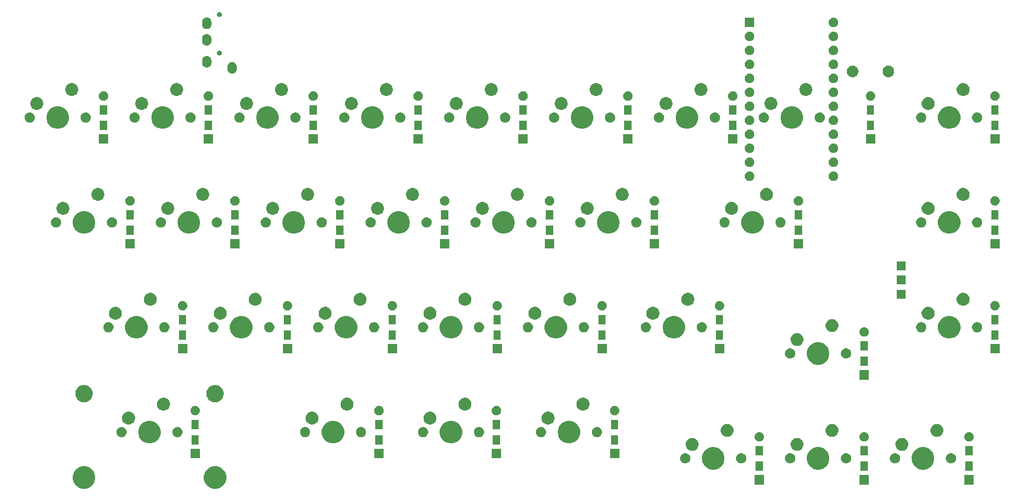
<source format=gbr>
G04 #@! TF.GenerationSoftware,KiCad,Pcbnew,(5.1.4)-1*
G04 #@! TF.CreationDate,2020-11-20T09:45:29-08:00*
G04 #@! TF.ProjectId,_autosave-_autosave-_autosave-_autosave-uwu-55,5f617574-6f73-4617-9665-2d5f6175746f,rev?*
G04 #@! TF.SameCoordinates,Original*
G04 #@! TF.FileFunction,Soldermask,Bot*
G04 #@! TF.FilePolarity,Negative*
%FSLAX46Y46*%
G04 Gerber Fmt 4.6, Leading zero omitted, Abs format (unit mm)*
G04 Created by KiCad (PCBNEW (5.1.4)-1) date 2020-11-20 09:45:29*
%MOMM*%
%LPD*%
G04 APERTURE LIST*
%ADD10C,0.100000*%
G04 APERTURE END LIST*
D10*
G36*
X160933974Y-130113684D02*
G01*
X161151974Y-130203983D01*
X161306123Y-130267833D01*
X161641048Y-130491623D01*
X161925877Y-130776452D01*
X162149667Y-131111377D01*
X162149667Y-131111378D01*
X162303816Y-131483526D01*
X162382400Y-131878594D01*
X162382400Y-132281406D01*
X162303816Y-132676474D01*
X162213517Y-132894474D01*
X162149667Y-133048623D01*
X161925877Y-133383548D01*
X161641048Y-133668377D01*
X161306123Y-133892167D01*
X161151974Y-133956017D01*
X160933974Y-134046316D01*
X160538906Y-134124900D01*
X160136094Y-134124900D01*
X159741026Y-134046316D01*
X159523026Y-133956017D01*
X159368877Y-133892167D01*
X159033952Y-133668377D01*
X158749123Y-133383548D01*
X158525333Y-133048623D01*
X158461483Y-132894474D01*
X158371184Y-132676474D01*
X158292600Y-132281406D01*
X158292600Y-131878594D01*
X158371184Y-131483526D01*
X158525333Y-131111378D01*
X158525333Y-131111377D01*
X158749123Y-130776452D01*
X159033952Y-130491623D01*
X159368877Y-130267833D01*
X159523026Y-130203983D01*
X159741026Y-130113684D01*
X160136094Y-130035100D01*
X160538906Y-130035100D01*
X160933974Y-130113684D01*
X160933974Y-130113684D01*
G37*
G36*
X137121474Y-130113684D02*
G01*
X137339474Y-130203983D01*
X137493623Y-130267833D01*
X137828548Y-130491623D01*
X138113377Y-130776452D01*
X138337167Y-131111377D01*
X138337167Y-131111378D01*
X138491316Y-131483526D01*
X138569900Y-131878594D01*
X138569900Y-132281406D01*
X138491316Y-132676474D01*
X138401017Y-132894474D01*
X138337167Y-133048623D01*
X138113377Y-133383548D01*
X137828548Y-133668377D01*
X137493623Y-133892167D01*
X137339474Y-133956017D01*
X137121474Y-134046316D01*
X136726406Y-134124900D01*
X136323594Y-134124900D01*
X135928526Y-134046316D01*
X135710526Y-133956017D01*
X135556377Y-133892167D01*
X135221452Y-133668377D01*
X134936623Y-133383548D01*
X134712833Y-133048623D01*
X134648983Y-132894474D01*
X134558684Y-132676474D01*
X134480100Y-132281406D01*
X134480100Y-131878594D01*
X134558684Y-131483526D01*
X134712833Y-131111378D01*
X134712833Y-131111377D01*
X134936623Y-130776452D01*
X135221452Y-130491623D01*
X135556377Y-130267833D01*
X135710526Y-130203983D01*
X135928526Y-130113684D01*
X136323594Y-130035100D01*
X136726406Y-130035100D01*
X137121474Y-130113684D01*
X137121474Y-130113684D01*
G37*
G36*
X260058000Y-133338500D02*
G01*
X258356000Y-133338500D01*
X258356000Y-131636500D01*
X260058000Y-131636500D01*
X260058000Y-133338500D01*
X260058000Y-133338500D01*
G37*
G36*
X298158000Y-133338500D02*
G01*
X296456000Y-133338500D01*
X296456000Y-131636500D01*
X298158000Y-131636500D01*
X298158000Y-133338500D01*
X298158000Y-133338500D01*
G37*
G36*
X279108000Y-133338500D02*
G01*
X277406000Y-133338500D01*
X277406000Y-131636500D01*
X279108000Y-131636500D01*
X279108000Y-133338500D01*
X279108000Y-133338500D01*
G37*
G36*
X297958000Y-130838500D02*
G01*
X296656000Y-130838500D01*
X296656000Y-129136500D01*
X297958000Y-129136500D01*
X297958000Y-130838500D01*
X297958000Y-130838500D01*
G37*
G36*
X259858000Y-130838500D02*
G01*
X258556000Y-130838500D01*
X258556000Y-129136500D01*
X259858000Y-129136500D01*
X259858000Y-130838500D01*
X259858000Y-130838500D01*
G37*
G36*
X278908000Y-130838500D02*
G01*
X277606000Y-130838500D01*
X277606000Y-129136500D01*
X278908000Y-129136500D01*
X278908000Y-130838500D01*
X278908000Y-130838500D01*
G37*
G36*
X251421474Y-126621184D02*
G01*
X251639474Y-126711483D01*
X251793623Y-126775333D01*
X252128548Y-126999123D01*
X252413377Y-127283952D01*
X252637167Y-127618877D01*
X252669562Y-127697086D01*
X252791316Y-127991026D01*
X252869900Y-128386094D01*
X252869900Y-128788906D01*
X252791316Y-129183974D01*
X252740451Y-129306772D01*
X252637167Y-129556123D01*
X252413377Y-129891048D01*
X252128548Y-130175877D01*
X251793623Y-130399667D01*
X251639474Y-130463517D01*
X251421474Y-130553816D01*
X251026406Y-130632400D01*
X250623594Y-130632400D01*
X250228526Y-130553816D01*
X250010526Y-130463517D01*
X249856377Y-130399667D01*
X249521452Y-130175877D01*
X249236623Y-129891048D01*
X249012833Y-129556123D01*
X248909549Y-129306772D01*
X248858684Y-129183974D01*
X248780100Y-128788906D01*
X248780100Y-128386094D01*
X248858684Y-127991026D01*
X248980438Y-127697086D01*
X249012833Y-127618877D01*
X249236623Y-127283952D01*
X249521452Y-126999123D01*
X249856377Y-126775333D01*
X250010526Y-126711483D01*
X250228526Y-126621184D01*
X250623594Y-126542600D01*
X251026406Y-126542600D01*
X251421474Y-126621184D01*
X251421474Y-126621184D01*
G37*
G36*
X289521474Y-126621184D02*
G01*
X289739474Y-126711483D01*
X289893623Y-126775333D01*
X290228548Y-126999123D01*
X290513377Y-127283952D01*
X290737167Y-127618877D01*
X290769562Y-127697086D01*
X290891316Y-127991026D01*
X290969900Y-128386094D01*
X290969900Y-128788906D01*
X290891316Y-129183974D01*
X290840451Y-129306772D01*
X290737167Y-129556123D01*
X290513377Y-129891048D01*
X290228548Y-130175877D01*
X289893623Y-130399667D01*
X289739474Y-130463517D01*
X289521474Y-130553816D01*
X289126406Y-130632400D01*
X288723594Y-130632400D01*
X288328526Y-130553816D01*
X288110526Y-130463517D01*
X287956377Y-130399667D01*
X287621452Y-130175877D01*
X287336623Y-129891048D01*
X287112833Y-129556123D01*
X287009549Y-129306772D01*
X286958684Y-129183974D01*
X286880100Y-128788906D01*
X286880100Y-128386094D01*
X286958684Y-127991026D01*
X287080438Y-127697086D01*
X287112833Y-127618877D01*
X287336623Y-127283952D01*
X287621452Y-126999123D01*
X287956377Y-126775333D01*
X288110526Y-126711483D01*
X288328526Y-126621184D01*
X288723594Y-126542600D01*
X289126406Y-126542600D01*
X289521474Y-126621184D01*
X289521474Y-126621184D01*
G37*
G36*
X270471474Y-126621184D02*
G01*
X270689474Y-126711483D01*
X270843623Y-126775333D01*
X271178548Y-126999123D01*
X271463377Y-127283952D01*
X271687167Y-127618877D01*
X271719562Y-127697086D01*
X271841316Y-127991026D01*
X271919900Y-128386094D01*
X271919900Y-128788906D01*
X271841316Y-129183974D01*
X271790451Y-129306772D01*
X271687167Y-129556123D01*
X271463377Y-129891048D01*
X271178548Y-130175877D01*
X270843623Y-130399667D01*
X270689474Y-130463517D01*
X270471474Y-130553816D01*
X270076406Y-130632400D01*
X269673594Y-130632400D01*
X269278526Y-130553816D01*
X269060526Y-130463517D01*
X268906377Y-130399667D01*
X268571452Y-130175877D01*
X268286623Y-129891048D01*
X268062833Y-129556123D01*
X267959549Y-129306772D01*
X267908684Y-129183974D01*
X267830100Y-128788906D01*
X267830100Y-128386094D01*
X267908684Y-127991026D01*
X268030438Y-127697086D01*
X268062833Y-127618877D01*
X268286623Y-127283952D01*
X268571452Y-126999123D01*
X268906377Y-126775333D01*
X269060526Y-126711483D01*
X269278526Y-126621184D01*
X269673594Y-126542600D01*
X270076406Y-126542600D01*
X270471474Y-126621184D01*
X270471474Y-126621184D01*
G37*
G36*
X265065104Y-127697085D02*
G01*
X265233626Y-127766889D01*
X265385291Y-127868228D01*
X265514272Y-127997209D01*
X265615611Y-128148874D01*
X265685415Y-128317396D01*
X265721000Y-128496297D01*
X265721000Y-128678703D01*
X265685415Y-128857604D01*
X265615611Y-129026126D01*
X265514272Y-129177791D01*
X265385291Y-129306772D01*
X265233626Y-129408111D01*
X265065104Y-129477915D01*
X264886203Y-129513500D01*
X264703797Y-129513500D01*
X264524896Y-129477915D01*
X264356374Y-129408111D01*
X264204709Y-129306772D01*
X264075728Y-129177791D01*
X263974389Y-129026126D01*
X263904585Y-128857604D01*
X263869000Y-128678703D01*
X263869000Y-128496297D01*
X263904585Y-128317396D01*
X263974389Y-128148874D01*
X264075728Y-127997209D01*
X264204709Y-127868228D01*
X264356374Y-127766889D01*
X264524896Y-127697085D01*
X264703797Y-127661500D01*
X264886203Y-127661500D01*
X265065104Y-127697085D01*
X265065104Y-127697085D01*
G37*
G36*
X275225104Y-127697085D02*
G01*
X275393626Y-127766889D01*
X275545291Y-127868228D01*
X275674272Y-127997209D01*
X275775611Y-128148874D01*
X275845415Y-128317396D01*
X275881000Y-128496297D01*
X275881000Y-128678703D01*
X275845415Y-128857604D01*
X275775611Y-129026126D01*
X275674272Y-129177791D01*
X275545291Y-129306772D01*
X275393626Y-129408111D01*
X275225104Y-129477915D01*
X275046203Y-129513500D01*
X274863797Y-129513500D01*
X274684896Y-129477915D01*
X274516374Y-129408111D01*
X274364709Y-129306772D01*
X274235728Y-129177791D01*
X274134389Y-129026126D01*
X274064585Y-128857604D01*
X274029000Y-128678703D01*
X274029000Y-128496297D01*
X274064585Y-128317396D01*
X274134389Y-128148874D01*
X274235728Y-127997209D01*
X274364709Y-127868228D01*
X274516374Y-127766889D01*
X274684896Y-127697085D01*
X274863797Y-127661500D01*
X275046203Y-127661500D01*
X275225104Y-127697085D01*
X275225104Y-127697085D01*
G37*
G36*
X284115104Y-127697085D02*
G01*
X284283626Y-127766889D01*
X284435291Y-127868228D01*
X284564272Y-127997209D01*
X284665611Y-128148874D01*
X284735415Y-128317396D01*
X284771000Y-128496297D01*
X284771000Y-128678703D01*
X284735415Y-128857604D01*
X284665611Y-129026126D01*
X284564272Y-129177791D01*
X284435291Y-129306772D01*
X284283626Y-129408111D01*
X284115104Y-129477915D01*
X283936203Y-129513500D01*
X283753797Y-129513500D01*
X283574896Y-129477915D01*
X283406374Y-129408111D01*
X283254709Y-129306772D01*
X283125728Y-129177791D01*
X283024389Y-129026126D01*
X282954585Y-128857604D01*
X282919000Y-128678703D01*
X282919000Y-128496297D01*
X282954585Y-128317396D01*
X283024389Y-128148874D01*
X283125728Y-127997209D01*
X283254709Y-127868228D01*
X283406374Y-127766889D01*
X283574896Y-127697085D01*
X283753797Y-127661500D01*
X283936203Y-127661500D01*
X284115104Y-127697085D01*
X284115104Y-127697085D01*
G37*
G36*
X294275104Y-127697085D02*
G01*
X294443626Y-127766889D01*
X294595291Y-127868228D01*
X294724272Y-127997209D01*
X294825611Y-128148874D01*
X294895415Y-128317396D01*
X294931000Y-128496297D01*
X294931000Y-128678703D01*
X294895415Y-128857604D01*
X294825611Y-129026126D01*
X294724272Y-129177791D01*
X294595291Y-129306772D01*
X294443626Y-129408111D01*
X294275104Y-129477915D01*
X294096203Y-129513500D01*
X293913797Y-129513500D01*
X293734896Y-129477915D01*
X293566374Y-129408111D01*
X293414709Y-129306772D01*
X293285728Y-129177791D01*
X293184389Y-129026126D01*
X293114585Y-128857604D01*
X293079000Y-128678703D01*
X293079000Y-128496297D01*
X293114585Y-128317396D01*
X293184389Y-128148874D01*
X293285728Y-127997209D01*
X293414709Y-127868228D01*
X293566374Y-127766889D01*
X293734896Y-127697085D01*
X293913797Y-127661500D01*
X294096203Y-127661500D01*
X294275104Y-127697085D01*
X294275104Y-127697085D01*
G37*
G36*
X246015104Y-127697085D02*
G01*
X246183626Y-127766889D01*
X246335291Y-127868228D01*
X246464272Y-127997209D01*
X246565611Y-128148874D01*
X246635415Y-128317396D01*
X246671000Y-128496297D01*
X246671000Y-128678703D01*
X246635415Y-128857604D01*
X246565611Y-129026126D01*
X246464272Y-129177791D01*
X246335291Y-129306772D01*
X246183626Y-129408111D01*
X246015104Y-129477915D01*
X245836203Y-129513500D01*
X245653797Y-129513500D01*
X245474896Y-129477915D01*
X245306374Y-129408111D01*
X245154709Y-129306772D01*
X245025728Y-129177791D01*
X244924389Y-129026126D01*
X244854585Y-128857604D01*
X244819000Y-128678703D01*
X244819000Y-128496297D01*
X244854585Y-128317396D01*
X244924389Y-128148874D01*
X245025728Y-127997209D01*
X245154709Y-127868228D01*
X245306374Y-127766889D01*
X245474896Y-127697085D01*
X245653797Y-127661500D01*
X245836203Y-127661500D01*
X246015104Y-127697085D01*
X246015104Y-127697085D01*
G37*
G36*
X256175104Y-127697085D02*
G01*
X256343626Y-127766889D01*
X256495291Y-127868228D01*
X256624272Y-127997209D01*
X256725611Y-128148874D01*
X256795415Y-128317396D01*
X256831000Y-128496297D01*
X256831000Y-128678703D01*
X256795415Y-128857604D01*
X256725611Y-129026126D01*
X256624272Y-129177791D01*
X256495291Y-129306772D01*
X256343626Y-129408111D01*
X256175104Y-129477915D01*
X255996203Y-129513500D01*
X255813797Y-129513500D01*
X255634896Y-129477915D01*
X255466374Y-129408111D01*
X255314709Y-129306772D01*
X255185728Y-129177791D01*
X255084389Y-129026126D01*
X255014585Y-128857604D01*
X254979000Y-128678703D01*
X254979000Y-128496297D01*
X255014585Y-128317396D01*
X255084389Y-128148874D01*
X255185728Y-127997209D01*
X255314709Y-127868228D01*
X255466374Y-127766889D01*
X255634896Y-127697085D01*
X255813797Y-127661500D01*
X255996203Y-127661500D01*
X256175104Y-127697085D01*
X256175104Y-127697085D01*
G37*
G36*
X157569000Y-128576000D02*
G01*
X155867000Y-128576000D01*
X155867000Y-126874000D01*
X157569000Y-126874000D01*
X157569000Y-128576000D01*
X157569000Y-128576000D01*
G37*
G36*
X190970000Y-128576000D02*
G01*
X189268000Y-128576000D01*
X189268000Y-126874000D01*
X190970000Y-126874000D01*
X190970000Y-128576000D01*
X190970000Y-128576000D01*
G37*
G36*
X233769000Y-128576000D02*
G01*
X232067000Y-128576000D01*
X232067000Y-126874000D01*
X233769000Y-126874000D01*
X233769000Y-128576000D01*
X233769000Y-128576000D01*
G37*
G36*
X212306000Y-128576000D02*
G01*
X210604000Y-128576000D01*
X210604000Y-126874000D01*
X212306000Y-126874000D01*
X212306000Y-128576000D01*
X212306000Y-128576000D01*
G37*
G36*
X259858000Y-128038500D02*
G01*
X258556000Y-128038500D01*
X258556000Y-126336500D01*
X259858000Y-126336500D01*
X259858000Y-128038500D01*
X259858000Y-128038500D01*
G37*
G36*
X278908000Y-128038500D02*
G01*
X277606000Y-128038500D01*
X277606000Y-126336500D01*
X278908000Y-126336500D01*
X278908000Y-128038500D01*
X278908000Y-128038500D01*
G37*
G36*
X297958000Y-128038500D02*
G01*
X296656000Y-128038500D01*
X296656000Y-126336500D01*
X297958000Y-126336500D01*
X297958000Y-128038500D01*
X297958000Y-128038500D01*
G37*
G36*
X285306560Y-124886564D02*
G01*
X285458027Y-124916693D01*
X285672045Y-125005342D01*
X285672046Y-125005343D01*
X285864654Y-125134039D01*
X286028461Y-125297846D01*
X286105656Y-125413377D01*
X286157158Y-125490455D01*
X286245807Y-125704473D01*
X286291000Y-125931674D01*
X286291000Y-126163326D01*
X286245807Y-126390527D01*
X286157158Y-126604545D01*
X286157157Y-126604546D01*
X286028461Y-126797154D01*
X285864654Y-126960961D01*
X285807540Y-126999123D01*
X285672045Y-127089658D01*
X285458027Y-127178307D01*
X285306560Y-127208436D01*
X285230827Y-127223500D01*
X284999173Y-127223500D01*
X284923440Y-127208436D01*
X284771973Y-127178307D01*
X284557955Y-127089658D01*
X284422460Y-126999123D01*
X284365346Y-126960961D01*
X284201539Y-126797154D01*
X284072843Y-126604546D01*
X284072842Y-126604545D01*
X283984193Y-126390527D01*
X283939000Y-126163326D01*
X283939000Y-125931674D01*
X283984193Y-125704473D01*
X284072842Y-125490455D01*
X284124344Y-125413377D01*
X284201539Y-125297846D01*
X284365346Y-125134039D01*
X284557954Y-125005343D01*
X284557955Y-125005342D01*
X284771973Y-124916693D01*
X284923440Y-124886564D01*
X284999173Y-124871500D01*
X285230827Y-124871500D01*
X285306560Y-124886564D01*
X285306560Y-124886564D01*
G37*
G36*
X247206560Y-124886564D02*
G01*
X247358027Y-124916693D01*
X247572045Y-125005342D01*
X247572046Y-125005343D01*
X247764654Y-125134039D01*
X247928461Y-125297846D01*
X248005656Y-125413377D01*
X248057158Y-125490455D01*
X248145807Y-125704473D01*
X248191000Y-125931674D01*
X248191000Y-126163326D01*
X248145807Y-126390527D01*
X248057158Y-126604545D01*
X248057157Y-126604546D01*
X247928461Y-126797154D01*
X247764654Y-126960961D01*
X247707540Y-126999123D01*
X247572045Y-127089658D01*
X247358027Y-127178307D01*
X247206560Y-127208436D01*
X247130827Y-127223500D01*
X246899173Y-127223500D01*
X246823440Y-127208436D01*
X246671973Y-127178307D01*
X246457955Y-127089658D01*
X246322460Y-126999123D01*
X246265346Y-126960961D01*
X246101539Y-126797154D01*
X245972843Y-126604546D01*
X245972842Y-126604545D01*
X245884193Y-126390527D01*
X245839000Y-126163326D01*
X245839000Y-125931674D01*
X245884193Y-125704473D01*
X245972842Y-125490455D01*
X246024344Y-125413377D01*
X246101539Y-125297846D01*
X246265346Y-125134039D01*
X246457954Y-125005343D01*
X246457955Y-125005342D01*
X246671973Y-124916693D01*
X246823440Y-124886564D01*
X246899173Y-124871500D01*
X247130827Y-124871500D01*
X247206560Y-124886564D01*
X247206560Y-124886564D01*
G37*
G36*
X266256560Y-124886564D02*
G01*
X266408027Y-124916693D01*
X266622045Y-125005342D01*
X266622046Y-125005343D01*
X266814654Y-125134039D01*
X266978461Y-125297846D01*
X267055656Y-125413377D01*
X267107158Y-125490455D01*
X267195807Y-125704473D01*
X267241000Y-125931674D01*
X267241000Y-126163326D01*
X267195807Y-126390527D01*
X267107158Y-126604545D01*
X267107157Y-126604546D01*
X266978461Y-126797154D01*
X266814654Y-126960961D01*
X266757540Y-126999123D01*
X266622045Y-127089658D01*
X266408027Y-127178307D01*
X266256560Y-127208436D01*
X266180827Y-127223500D01*
X265949173Y-127223500D01*
X265873440Y-127208436D01*
X265721973Y-127178307D01*
X265507955Y-127089658D01*
X265372460Y-126999123D01*
X265315346Y-126960961D01*
X265151539Y-126797154D01*
X265022843Y-126604546D01*
X265022842Y-126604545D01*
X264934193Y-126390527D01*
X264889000Y-126163326D01*
X264889000Y-125931674D01*
X264934193Y-125704473D01*
X265022842Y-125490455D01*
X265074344Y-125413377D01*
X265151539Y-125297846D01*
X265315346Y-125134039D01*
X265507954Y-125005343D01*
X265507955Y-125005342D01*
X265721973Y-124916693D01*
X265873440Y-124886564D01*
X265949173Y-124871500D01*
X266180827Y-124871500D01*
X266256560Y-124886564D01*
X266256560Y-124886564D01*
G37*
G36*
X157369000Y-126076000D02*
G01*
X156067000Y-126076000D01*
X156067000Y-124374000D01*
X157369000Y-124374000D01*
X157369000Y-126076000D01*
X157369000Y-126076000D01*
G37*
G36*
X190770000Y-126076000D02*
G01*
X189468000Y-126076000D01*
X189468000Y-124374000D01*
X190770000Y-124374000D01*
X190770000Y-126076000D01*
X190770000Y-126076000D01*
G37*
G36*
X212106000Y-126076000D02*
G01*
X210804000Y-126076000D01*
X210804000Y-124374000D01*
X212106000Y-124374000D01*
X212106000Y-126076000D01*
X212106000Y-126076000D01*
G37*
G36*
X233569000Y-126076000D02*
G01*
X232267000Y-126076000D01*
X232267000Y-124374000D01*
X233569000Y-124374000D01*
X233569000Y-126076000D01*
X233569000Y-126076000D01*
G37*
G36*
X203796474Y-121858684D02*
G01*
X204014474Y-121948983D01*
X204168623Y-122012833D01*
X204503548Y-122236623D01*
X204788377Y-122521452D01*
X205012167Y-122856377D01*
X205044562Y-122934586D01*
X205166316Y-123228526D01*
X205244900Y-123623594D01*
X205244900Y-124026406D01*
X205166316Y-124421474D01*
X205115451Y-124544272D01*
X205012167Y-124793623D01*
X204788377Y-125128548D01*
X204503548Y-125413377D01*
X204168623Y-125637167D01*
X204014474Y-125701017D01*
X203796474Y-125791316D01*
X203401406Y-125869900D01*
X202998594Y-125869900D01*
X202603526Y-125791316D01*
X202385526Y-125701017D01*
X202231377Y-125637167D01*
X201896452Y-125413377D01*
X201611623Y-125128548D01*
X201387833Y-124793623D01*
X201284549Y-124544272D01*
X201233684Y-124421474D01*
X201155100Y-124026406D01*
X201155100Y-123623594D01*
X201233684Y-123228526D01*
X201355438Y-122934586D01*
X201387833Y-122856377D01*
X201611623Y-122521452D01*
X201896452Y-122236623D01*
X202231377Y-122012833D01*
X202385526Y-121948983D01*
X202603526Y-121858684D01*
X202998594Y-121780100D01*
X203401406Y-121780100D01*
X203796474Y-121858684D01*
X203796474Y-121858684D01*
G37*
G36*
X149027724Y-121858684D02*
G01*
X149245724Y-121948983D01*
X149399873Y-122012833D01*
X149734798Y-122236623D01*
X150019627Y-122521452D01*
X150243417Y-122856377D01*
X150275812Y-122934586D01*
X150397566Y-123228526D01*
X150476150Y-123623594D01*
X150476150Y-124026406D01*
X150397566Y-124421474D01*
X150346701Y-124544272D01*
X150243417Y-124793623D01*
X150019627Y-125128548D01*
X149734798Y-125413377D01*
X149399873Y-125637167D01*
X149245724Y-125701017D01*
X149027724Y-125791316D01*
X148632656Y-125869900D01*
X148229844Y-125869900D01*
X147834776Y-125791316D01*
X147616776Y-125701017D01*
X147462627Y-125637167D01*
X147127702Y-125413377D01*
X146842873Y-125128548D01*
X146619083Y-124793623D01*
X146515799Y-124544272D01*
X146464934Y-124421474D01*
X146386350Y-124026406D01*
X146386350Y-123623594D01*
X146464934Y-123228526D01*
X146586688Y-122934586D01*
X146619083Y-122856377D01*
X146842873Y-122521452D01*
X147127702Y-122236623D01*
X147462627Y-122012833D01*
X147616776Y-121948983D01*
X147834776Y-121858684D01*
X148229844Y-121780100D01*
X148632656Y-121780100D01*
X149027724Y-121858684D01*
X149027724Y-121858684D01*
G37*
G36*
X225227724Y-121858684D02*
G01*
X225445724Y-121948983D01*
X225599873Y-122012833D01*
X225934798Y-122236623D01*
X226219627Y-122521452D01*
X226443417Y-122856377D01*
X226475812Y-122934586D01*
X226597566Y-123228526D01*
X226676150Y-123623594D01*
X226676150Y-124026406D01*
X226597566Y-124421474D01*
X226546701Y-124544272D01*
X226443417Y-124793623D01*
X226219627Y-125128548D01*
X225934798Y-125413377D01*
X225599873Y-125637167D01*
X225445724Y-125701017D01*
X225227724Y-125791316D01*
X224832656Y-125869900D01*
X224429844Y-125869900D01*
X224034776Y-125791316D01*
X223816776Y-125701017D01*
X223662627Y-125637167D01*
X223327702Y-125413377D01*
X223042873Y-125128548D01*
X222819083Y-124793623D01*
X222715799Y-124544272D01*
X222664934Y-124421474D01*
X222586350Y-124026406D01*
X222586350Y-123623594D01*
X222664934Y-123228526D01*
X222786688Y-122934586D01*
X222819083Y-122856377D01*
X223042873Y-122521452D01*
X223327702Y-122236623D01*
X223662627Y-122012833D01*
X223816776Y-121948983D01*
X224034776Y-121858684D01*
X224429844Y-121780100D01*
X224832656Y-121780100D01*
X225227724Y-121858684D01*
X225227724Y-121858684D01*
G37*
G36*
X182365224Y-121858684D02*
G01*
X182583224Y-121948983D01*
X182737373Y-122012833D01*
X183072298Y-122236623D01*
X183357127Y-122521452D01*
X183580917Y-122856377D01*
X183613312Y-122934586D01*
X183735066Y-123228526D01*
X183813650Y-123623594D01*
X183813650Y-124026406D01*
X183735066Y-124421474D01*
X183684201Y-124544272D01*
X183580917Y-124793623D01*
X183357127Y-125128548D01*
X183072298Y-125413377D01*
X182737373Y-125637167D01*
X182583224Y-125701017D01*
X182365224Y-125791316D01*
X181970156Y-125869900D01*
X181567344Y-125869900D01*
X181172276Y-125791316D01*
X180954276Y-125701017D01*
X180800127Y-125637167D01*
X180465202Y-125413377D01*
X180180373Y-125128548D01*
X179956583Y-124793623D01*
X179853299Y-124544272D01*
X179802434Y-124421474D01*
X179723850Y-124026406D01*
X179723850Y-123623594D01*
X179802434Y-123228526D01*
X179924188Y-122934586D01*
X179956583Y-122856377D01*
X180180373Y-122521452D01*
X180465202Y-122236623D01*
X180800127Y-122012833D01*
X180954276Y-121948983D01*
X181172276Y-121858684D01*
X181567344Y-121780100D01*
X181970156Y-121780100D01*
X182365224Y-121858684D01*
X182365224Y-121858684D01*
G37*
G36*
X259455228Y-123869203D02*
G01*
X259610100Y-123933353D01*
X259749481Y-124026485D01*
X259868015Y-124145019D01*
X259961147Y-124284400D01*
X260025297Y-124439272D01*
X260058000Y-124603684D01*
X260058000Y-124771316D01*
X260025297Y-124935728D01*
X259961147Y-125090600D01*
X259868015Y-125229981D01*
X259749481Y-125348515D01*
X259610100Y-125441647D01*
X259455228Y-125505797D01*
X259290816Y-125538500D01*
X259123184Y-125538500D01*
X258958772Y-125505797D01*
X258803900Y-125441647D01*
X258664519Y-125348515D01*
X258545985Y-125229981D01*
X258452853Y-125090600D01*
X258388703Y-124935728D01*
X258356000Y-124771316D01*
X258356000Y-124603684D01*
X258388703Y-124439272D01*
X258452853Y-124284400D01*
X258545985Y-124145019D01*
X258664519Y-124026485D01*
X258803900Y-123933353D01*
X258958772Y-123869203D01*
X259123184Y-123836500D01*
X259290816Y-123836500D01*
X259455228Y-123869203D01*
X259455228Y-123869203D01*
G37*
G36*
X278505228Y-123869203D02*
G01*
X278660100Y-123933353D01*
X278799481Y-124026485D01*
X278918015Y-124145019D01*
X279011147Y-124284400D01*
X279075297Y-124439272D01*
X279108000Y-124603684D01*
X279108000Y-124771316D01*
X279075297Y-124935728D01*
X279011147Y-125090600D01*
X278918015Y-125229981D01*
X278799481Y-125348515D01*
X278660100Y-125441647D01*
X278505228Y-125505797D01*
X278340816Y-125538500D01*
X278173184Y-125538500D01*
X278008772Y-125505797D01*
X277853900Y-125441647D01*
X277714519Y-125348515D01*
X277595985Y-125229981D01*
X277502853Y-125090600D01*
X277438703Y-124935728D01*
X277406000Y-124771316D01*
X277406000Y-124603684D01*
X277438703Y-124439272D01*
X277502853Y-124284400D01*
X277595985Y-124145019D01*
X277714519Y-124026485D01*
X277853900Y-123933353D01*
X278008772Y-123869203D01*
X278173184Y-123836500D01*
X278340816Y-123836500D01*
X278505228Y-123869203D01*
X278505228Y-123869203D01*
G37*
G36*
X297555228Y-123869203D02*
G01*
X297710100Y-123933353D01*
X297849481Y-124026485D01*
X297968015Y-124145019D01*
X298061147Y-124284400D01*
X298125297Y-124439272D01*
X298158000Y-124603684D01*
X298158000Y-124771316D01*
X298125297Y-124935728D01*
X298061147Y-125090600D01*
X297968015Y-125229981D01*
X297849481Y-125348515D01*
X297710100Y-125441647D01*
X297555228Y-125505797D01*
X297390816Y-125538500D01*
X297223184Y-125538500D01*
X297058772Y-125505797D01*
X296903900Y-125441647D01*
X296764519Y-125348515D01*
X296645985Y-125229981D01*
X296552853Y-125090600D01*
X296488703Y-124935728D01*
X296456000Y-124771316D01*
X296456000Y-124603684D01*
X296488703Y-124439272D01*
X296552853Y-124284400D01*
X296645985Y-124145019D01*
X296764519Y-124026485D01*
X296903900Y-123933353D01*
X297058772Y-123869203D01*
X297223184Y-123836500D01*
X297390816Y-123836500D01*
X297555228Y-123869203D01*
X297555228Y-123869203D01*
G37*
G36*
X153781354Y-122934585D02*
G01*
X153949876Y-123004389D01*
X154101541Y-123105728D01*
X154230522Y-123234709D01*
X154331861Y-123386374D01*
X154401665Y-123554896D01*
X154437250Y-123733797D01*
X154437250Y-123916203D01*
X154401665Y-124095104D01*
X154331861Y-124263626D01*
X154230522Y-124415291D01*
X154101541Y-124544272D01*
X153949876Y-124645611D01*
X153781354Y-124715415D01*
X153602453Y-124751000D01*
X153420047Y-124751000D01*
X153241146Y-124715415D01*
X153072624Y-124645611D01*
X152920959Y-124544272D01*
X152791978Y-124415291D01*
X152690639Y-124263626D01*
X152620835Y-124095104D01*
X152585250Y-123916203D01*
X152585250Y-123733797D01*
X152620835Y-123554896D01*
X152690639Y-123386374D01*
X152791978Y-123234709D01*
X152920959Y-123105728D01*
X153072624Y-123004389D01*
X153241146Y-122934585D01*
X153420047Y-122899000D01*
X153602453Y-122899000D01*
X153781354Y-122934585D01*
X153781354Y-122934585D01*
G37*
G36*
X176958854Y-122934585D02*
G01*
X177127376Y-123004389D01*
X177279041Y-123105728D01*
X177408022Y-123234709D01*
X177509361Y-123386374D01*
X177579165Y-123554896D01*
X177614750Y-123733797D01*
X177614750Y-123916203D01*
X177579165Y-124095104D01*
X177509361Y-124263626D01*
X177408022Y-124415291D01*
X177279041Y-124544272D01*
X177127376Y-124645611D01*
X176958854Y-124715415D01*
X176779953Y-124751000D01*
X176597547Y-124751000D01*
X176418646Y-124715415D01*
X176250124Y-124645611D01*
X176098459Y-124544272D01*
X175969478Y-124415291D01*
X175868139Y-124263626D01*
X175798335Y-124095104D01*
X175762750Y-123916203D01*
X175762750Y-123733797D01*
X175798335Y-123554896D01*
X175868139Y-123386374D01*
X175969478Y-123234709D01*
X176098459Y-123105728D01*
X176250124Y-123004389D01*
X176418646Y-122934585D01*
X176597547Y-122899000D01*
X176779953Y-122899000D01*
X176958854Y-122934585D01*
X176958854Y-122934585D01*
G37*
G36*
X187118854Y-122934585D02*
G01*
X187287376Y-123004389D01*
X187439041Y-123105728D01*
X187568022Y-123234709D01*
X187669361Y-123386374D01*
X187739165Y-123554896D01*
X187774750Y-123733797D01*
X187774750Y-123916203D01*
X187739165Y-124095104D01*
X187669361Y-124263626D01*
X187568022Y-124415291D01*
X187439041Y-124544272D01*
X187287376Y-124645611D01*
X187118854Y-124715415D01*
X186939953Y-124751000D01*
X186757547Y-124751000D01*
X186578646Y-124715415D01*
X186410124Y-124645611D01*
X186258459Y-124544272D01*
X186129478Y-124415291D01*
X186028139Y-124263626D01*
X185958335Y-124095104D01*
X185922750Y-123916203D01*
X185922750Y-123733797D01*
X185958335Y-123554896D01*
X186028139Y-123386374D01*
X186129478Y-123234709D01*
X186258459Y-123105728D01*
X186410124Y-123004389D01*
X186578646Y-122934585D01*
X186757547Y-122899000D01*
X186939953Y-122899000D01*
X187118854Y-122934585D01*
X187118854Y-122934585D01*
G37*
G36*
X198390104Y-122934585D02*
G01*
X198558626Y-123004389D01*
X198710291Y-123105728D01*
X198839272Y-123234709D01*
X198940611Y-123386374D01*
X199010415Y-123554896D01*
X199046000Y-123733797D01*
X199046000Y-123916203D01*
X199010415Y-124095104D01*
X198940611Y-124263626D01*
X198839272Y-124415291D01*
X198710291Y-124544272D01*
X198558626Y-124645611D01*
X198390104Y-124715415D01*
X198211203Y-124751000D01*
X198028797Y-124751000D01*
X197849896Y-124715415D01*
X197681374Y-124645611D01*
X197529709Y-124544272D01*
X197400728Y-124415291D01*
X197299389Y-124263626D01*
X197229585Y-124095104D01*
X197194000Y-123916203D01*
X197194000Y-123733797D01*
X197229585Y-123554896D01*
X197299389Y-123386374D01*
X197400728Y-123234709D01*
X197529709Y-123105728D01*
X197681374Y-123004389D01*
X197849896Y-122934585D01*
X198028797Y-122899000D01*
X198211203Y-122899000D01*
X198390104Y-122934585D01*
X198390104Y-122934585D01*
G37*
G36*
X143621354Y-122934585D02*
G01*
X143789876Y-123004389D01*
X143941541Y-123105728D01*
X144070522Y-123234709D01*
X144171861Y-123386374D01*
X144241665Y-123554896D01*
X144277250Y-123733797D01*
X144277250Y-123916203D01*
X144241665Y-124095104D01*
X144171861Y-124263626D01*
X144070522Y-124415291D01*
X143941541Y-124544272D01*
X143789876Y-124645611D01*
X143621354Y-124715415D01*
X143442453Y-124751000D01*
X143260047Y-124751000D01*
X143081146Y-124715415D01*
X142912624Y-124645611D01*
X142760959Y-124544272D01*
X142631978Y-124415291D01*
X142530639Y-124263626D01*
X142460835Y-124095104D01*
X142425250Y-123916203D01*
X142425250Y-123733797D01*
X142460835Y-123554896D01*
X142530639Y-123386374D01*
X142631978Y-123234709D01*
X142760959Y-123105728D01*
X142912624Y-123004389D01*
X143081146Y-122934585D01*
X143260047Y-122899000D01*
X143442453Y-122899000D01*
X143621354Y-122934585D01*
X143621354Y-122934585D01*
G37*
G36*
X208550104Y-122934585D02*
G01*
X208718626Y-123004389D01*
X208870291Y-123105728D01*
X208999272Y-123234709D01*
X209100611Y-123386374D01*
X209170415Y-123554896D01*
X209206000Y-123733797D01*
X209206000Y-123916203D01*
X209170415Y-124095104D01*
X209100611Y-124263626D01*
X208999272Y-124415291D01*
X208870291Y-124544272D01*
X208718626Y-124645611D01*
X208550104Y-124715415D01*
X208371203Y-124751000D01*
X208188797Y-124751000D01*
X208009896Y-124715415D01*
X207841374Y-124645611D01*
X207689709Y-124544272D01*
X207560728Y-124415291D01*
X207459389Y-124263626D01*
X207389585Y-124095104D01*
X207354000Y-123916203D01*
X207354000Y-123733797D01*
X207389585Y-123554896D01*
X207459389Y-123386374D01*
X207560728Y-123234709D01*
X207689709Y-123105728D01*
X207841374Y-123004389D01*
X208009896Y-122934585D01*
X208188797Y-122899000D01*
X208371203Y-122899000D01*
X208550104Y-122934585D01*
X208550104Y-122934585D01*
G37*
G36*
X229981354Y-122934585D02*
G01*
X230149876Y-123004389D01*
X230301541Y-123105728D01*
X230430522Y-123234709D01*
X230531861Y-123386374D01*
X230601665Y-123554896D01*
X230637250Y-123733797D01*
X230637250Y-123916203D01*
X230601665Y-124095104D01*
X230531861Y-124263626D01*
X230430522Y-124415291D01*
X230301541Y-124544272D01*
X230149876Y-124645611D01*
X229981354Y-124715415D01*
X229802453Y-124751000D01*
X229620047Y-124751000D01*
X229441146Y-124715415D01*
X229272624Y-124645611D01*
X229120959Y-124544272D01*
X228991978Y-124415291D01*
X228890639Y-124263626D01*
X228820835Y-124095104D01*
X228785250Y-123916203D01*
X228785250Y-123733797D01*
X228820835Y-123554896D01*
X228890639Y-123386374D01*
X228991978Y-123234709D01*
X229120959Y-123105728D01*
X229272624Y-123004389D01*
X229441146Y-122934585D01*
X229620047Y-122899000D01*
X229802453Y-122899000D01*
X229981354Y-122934585D01*
X229981354Y-122934585D01*
G37*
G36*
X219821354Y-122934585D02*
G01*
X219989876Y-123004389D01*
X220141541Y-123105728D01*
X220270522Y-123234709D01*
X220371861Y-123386374D01*
X220441665Y-123554896D01*
X220477250Y-123733797D01*
X220477250Y-123916203D01*
X220441665Y-124095104D01*
X220371861Y-124263626D01*
X220270522Y-124415291D01*
X220141541Y-124544272D01*
X219989876Y-124645611D01*
X219821354Y-124715415D01*
X219642453Y-124751000D01*
X219460047Y-124751000D01*
X219281146Y-124715415D01*
X219112624Y-124645611D01*
X218960959Y-124544272D01*
X218831978Y-124415291D01*
X218730639Y-124263626D01*
X218660835Y-124095104D01*
X218625250Y-123916203D01*
X218625250Y-123733797D01*
X218660835Y-123554896D01*
X218730639Y-123386374D01*
X218831978Y-123234709D01*
X218960959Y-123105728D01*
X219112624Y-123004389D01*
X219281146Y-122934585D01*
X219460047Y-122899000D01*
X219642453Y-122899000D01*
X219821354Y-122934585D01*
X219821354Y-122934585D01*
G37*
G36*
X291656560Y-122346564D02*
G01*
X291808027Y-122376693D01*
X292022045Y-122465342D01*
X292022046Y-122465343D01*
X292214654Y-122594039D01*
X292378461Y-122757846D01*
X292444297Y-122856377D01*
X292507158Y-122950455D01*
X292595807Y-123164473D01*
X292608548Y-123228526D01*
X292641000Y-123391673D01*
X292641000Y-123623327D01*
X292625936Y-123699060D01*
X292595807Y-123850527D01*
X292507158Y-124064545D01*
X292507157Y-124064546D01*
X292378461Y-124257154D01*
X292214654Y-124420961D01*
X292086249Y-124506758D01*
X292022045Y-124549658D01*
X291808027Y-124638307D01*
X291656560Y-124668436D01*
X291580827Y-124683500D01*
X291349173Y-124683500D01*
X291273440Y-124668436D01*
X291121973Y-124638307D01*
X290907955Y-124549658D01*
X290843751Y-124506758D01*
X290715346Y-124420961D01*
X290551539Y-124257154D01*
X290422843Y-124064546D01*
X290422842Y-124064545D01*
X290334193Y-123850527D01*
X290304064Y-123699060D01*
X290289000Y-123623327D01*
X290289000Y-123391673D01*
X290321452Y-123228526D01*
X290334193Y-123164473D01*
X290422842Y-122950455D01*
X290485703Y-122856377D01*
X290551539Y-122757846D01*
X290715346Y-122594039D01*
X290907954Y-122465343D01*
X290907955Y-122465342D01*
X291121973Y-122376693D01*
X291273440Y-122346564D01*
X291349173Y-122331500D01*
X291580827Y-122331500D01*
X291656560Y-122346564D01*
X291656560Y-122346564D01*
G37*
G36*
X253556560Y-122346564D02*
G01*
X253708027Y-122376693D01*
X253922045Y-122465342D01*
X253922046Y-122465343D01*
X254114654Y-122594039D01*
X254278461Y-122757846D01*
X254344297Y-122856377D01*
X254407158Y-122950455D01*
X254495807Y-123164473D01*
X254508548Y-123228526D01*
X254541000Y-123391673D01*
X254541000Y-123623327D01*
X254525936Y-123699060D01*
X254495807Y-123850527D01*
X254407158Y-124064545D01*
X254407157Y-124064546D01*
X254278461Y-124257154D01*
X254114654Y-124420961D01*
X253986249Y-124506758D01*
X253922045Y-124549658D01*
X253708027Y-124638307D01*
X253556560Y-124668436D01*
X253480827Y-124683500D01*
X253249173Y-124683500D01*
X253173440Y-124668436D01*
X253021973Y-124638307D01*
X252807955Y-124549658D01*
X252743751Y-124506758D01*
X252615346Y-124420961D01*
X252451539Y-124257154D01*
X252322843Y-124064546D01*
X252322842Y-124064545D01*
X252234193Y-123850527D01*
X252204064Y-123699060D01*
X252189000Y-123623327D01*
X252189000Y-123391673D01*
X252221452Y-123228526D01*
X252234193Y-123164473D01*
X252322842Y-122950455D01*
X252385703Y-122856377D01*
X252451539Y-122757846D01*
X252615346Y-122594039D01*
X252807954Y-122465343D01*
X252807955Y-122465342D01*
X253021973Y-122376693D01*
X253173440Y-122346564D01*
X253249173Y-122331500D01*
X253480827Y-122331500D01*
X253556560Y-122346564D01*
X253556560Y-122346564D01*
G37*
G36*
X272606560Y-122346564D02*
G01*
X272758027Y-122376693D01*
X272972045Y-122465342D01*
X272972046Y-122465343D01*
X273164654Y-122594039D01*
X273328461Y-122757846D01*
X273394297Y-122856377D01*
X273457158Y-122950455D01*
X273545807Y-123164473D01*
X273558548Y-123228526D01*
X273591000Y-123391673D01*
X273591000Y-123623327D01*
X273575936Y-123699060D01*
X273545807Y-123850527D01*
X273457158Y-124064545D01*
X273457157Y-124064546D01*
X273328461Y-124257154D01*
X273164654Y-124420961D01*
X273036249Y-124506758D01*
X272972045Y-124549658D01*
X272758027Y-124638307D01*
X272606560Y-124668436D01*
X272530827Y-124683500D01*
X272299173Y-124683500D01*
X272223440Y-124668436D01*
X272071973Y-124638307D01*
X271857955Y-124549658D01*
X271793751Y-124506758D01*
X271665346Y-124420961D01*
X271501539Y-124257154D01*
X271372843Y-124064546D01*
X271372842Y-124064545D01*
X271284193Y-123850527D01*
X271254064Y-123699060D01*
X271239000Y-123623327D01*
X271239000Y-123391673D01*
X271271452Y-123228526D01*
X271284193Y-123164473D01*
X271372842Y-122950455D01*
X271435703Y-122856377D01*
X271501539Y-122757846D01*
X271665346Y-122594039D01*
X271857954Y-122465343D01*
X271857955Y-122465342D01*
X272071973Y-122376693D01*
X272223440Y-122346564D01*
X272299173Y-122331500D01*
X272530827Y-122331500D01*
X272606560Y-122346564D01*
X272606560Y-122346564D01*
G37*
G36*
X212106000Y-123276000D02*
G01*
X210804000Y-123276000D01*
X210804000Y-121574000D01*
X212106000Y-121574000D01*
X212106000Y-123276000D01*
X212106000Y-123276000D01*
G37*
G36*
X233569000Y-123276000D02*
G01*
X232267000Y-123276000D01*
X232267000Y-121574000D01*
X233569000Y-121574000D01*
X233569000Y-123276000D01*
X233569000Y-123276000D01*
G37*
G36*
X157369000Y-123276000D02*
G01*
X156067000Y-123276000D01*
X156067000Y-121574000D01*
X157369000Y-121574000D01*
X157369000Y-123276000D01*
X157369000Y-123276000D01*
G37*
G36*
X190770000Y-123276000D02*
G01*
X189468000Y-123276000D01*
X189468000Y-121574000D01*
X190770000Y-121574000D01*
X190770000Y-123276000D01*
X190770000Y-123276000D01*
G37*
G36*
X221012810Y-120124064D02*
G01*
X221164277Y-120154193D01*
X221378295Y-120242842D01*
X221378296Y-120242843D01*
X221570904Y-120371539D01*
X221734711Y-120535346D01*
X221820508Y-120663751D01*
X221863408Y-120727955D01*
X221952057Y-120941973D01*
X221997250Y-121169174D01*
X221997250Y-121400826D01*
X221952057Y-121628027D01*
X221863408Y-121842045D01*
X221863407Y-121842046D01*
X221734711Y-122034654D01*
X221570904Y-122198461D01*
X221513790Y-122236623D01*
X221378295Y-122327158D01*
X221164277Y-122415807D01*
X221012810Y-122445936D01*
X220937077Y-122461000D01*
X220705423Y-122461000D01*
X220629690Y-122445936D01*
X220478223Y-122415807D01*
X220264205Y-122327158D01*
X220128710Y-122236623D01*
X220071596Y-122198461D01*
X219907789Y-122034654D01*
X219779093Y-121842046D01*
X219779092Y-121842045D01*
X219690443Y-121628027D01*
X219645250Y-121400826D01*
X219645250Y-121169174D01*
X219690443Y-120941973D01*
X219779092Y-120727955D01*
X219821992Y-120663751D01*
X219907789Y-120535346D01*
X220071596Y-120371539D01*
X220264204Y-120242843D01*
X220264205Y-120242842D01*
X220478223Y-120154193D01*
X220629690Y-120124064D01*
X220705423Y-120109000D01*
X220937077Y-120109000D01*
X221012810Y-120124064D01*
X221012810Y-120124064D01*
G37*
G36*
X199581560Y-120124064D02*
G01*
X199733027Y-120154193D01*
X199947045Y-120242842D01*
X199947046Y-120242843D01*
X200139654Y-120371539D01*
X200303461Y-120535346D01*
X200389258Y-120663751D01*
X200432158Y-120727955D01*
X200520807Y-120941973D01*
X200566000Y-121169174D01*
X200566000Y-121400826D01*
X200520807Y-121628027D01*
X200432158Y-121842045D01*
X200432157Y-121842046D01*
X200303461Y-122034654D01*
X200139654Y-122198461D01*
X200082540Y-122236623D01*
X199947045Y-122327158D01*
X199733027Y-122415807D01*
X199581560Y-122445936D01*
X199505827Y-122461000D01*
X199274173Y-122461000D01*
X199198440Y-122445936D01*
X199046973Y-122415807D01*
X198832955Y-122327158D01*
X198697460Y-122236623D01*
X198640346Y-122198461D01*
X198476539Y-122034654D01*
X198347843Y-121842046D01*
X198347842Y-121842045D01*
X198259193Y-121628027D01*
X198214000Y-121400826D01*
X198214000Y-121169174D01*
X198259193Y-120941973D01*
X198347842Y-120727955D01*
X198390742Y-120663751D01*
X198476539Y-120535346D01*
X198640346Y-120371539D01*
X198832954Y-120242843D01*
X198832955Y-120242842D01*
X199046973Y-120154193D01*
X199198440Y-120124064D01*
X199274173Y-120109000D01*
X199505827Y-120109000D01*
X199581560Y-120124064D01*
X199581560Y-120124064D01*
G37*
G36*
X178150310Y-120124064D02*
G01*
X178301777Y-120154193D01*
X178515795Y-120242842D01*
X178515796Y-120242843D01*
X178708404Y-120371539D01*
X178872211Y-120535346D01*
X178958008Y-120663751D01*
X179000908Y-120727955D01*
X179089557Y-120941973D01*
X179134750Y-121169174D01*
X179134750Y-121400826D01*
X179089557Y-121628027D01*
X179000908Y-121842045D01*
X179000907Y-121842046D01*
X178872211Y-122034654D01*
X178708404Y-122198461D01*
X178651290Y-122236623D01*
X178515795Y-122327158D01*
X178301777Y-122415807D01*
X178150310Y-122445936D01*
X178074577Y-122461000D01*
X177842923Y-122461000D01*
X177767190Y-122445936D01*
X177615723Y-122415807D01*
X177401705Y-122327158D01*
X177266210Y-122236623D01*
X177209096Y-122198461D01*
X177045289Y-122034654D01*
X176916593Y-121842046D01*
X176916592Y-121842045D01*
X176827943Y-121628027D01*
X176782750Y-121400826D01*
X176782750Y-121169174D01*
X176827943Y-120941973D01*
X176916592Y-120727955D01*
X176959492Y-120663751D01*
X177045289Y-120535346D01*
X177209096Y-120371539D01*
X177401704Y-120242843D01*
X177401705Y-120242842D01*
X177615723Y-120154193D01*
X177767190Y-120124064D01*
X177842923Y-120109000D01*
X178074577Y-120109000D01*
X178150310Y-120124064D01*
X178150310Y-120124064D01*
G37*
G36*
X144812810Y-120124064D02*
G01*
X144964277Y-120154193D01*
X145178295Y-120242842D01*
X145178296Y-120242843D01*
X145370904Y-120371539D01*
X145534711Y-120535346D01*
X145620508Y-120663751D01*
X145663408Y-120727955D01*
X145752057Y-120941973D01*
X145797250Y-121169174D01*
X145797250Y-121400826D01*
X145752057Y-121628027D01*
X145663408Y-121842045D01*
X145663407Y-121842046D01*
X145534711Y-122034654D01*
X145370904Y-122198461D01*
X145313790Y-122236623D01*
X145178295Y-122327158D01*
X144964277Y-122415807D01*
X144812810Y-122445936D01*
X144737077Y-122461000D01*
X144505423Y-122461000D01*
X144429690Y-122445936D01*
X144278223Y-122415807D01*
X144064205Y-122327158D01*
X143928710Y-122236623D01*
X143871596Y-122198461D01*
X143707789Y-122034654D01*
X143579093Y-121842046D01*
X143579092Y-121842045D01*
X143490443Y-121628027D01*
X143445250Y-121400826D01*
X143445250Y-121169174D01*
X143490443Y-120941973D01*
X143579092Y-120727955D01*
X143621992Y-120663751D01*
X143707789Y-120535346D01*
X143871596Y-120371539D01*
X144064204Y-120242843D01*
X144064205Y-120242842D01*
X144278223Y-120154193D01*
X144429690Y-120124064D01*
X144505423Y-120109000D01*
X144737077Y-120109000D01*
X144812810Y-120124064D01*
X144812810Y-120124064D01*
G37*
G36*
X190367228Y-119106703D02*
G01*
X190522100Y-119170853D01*
X190661481Y-119263985D01*
X190780015Y-119382519D01*
X190873147Y-119521900D01*
X190937297Y-119676772D01*
X190970000Y-119841184D01*
X190970000Y-120008816D01*
X190937297Y-120173228D01*
X190873147Y-120328100D01*
X190780015Y-120467481D01*
X190661481Y-120586015D01*
X190522100Y-120679147D01*
X190367228Y-120743297D01*
X190202816Y-120776000D01*
X190035184Y-120776000D01*
X189870772Y-120743297D01*
X189715900Y-120679147D01*
X189576519Y-120586015D01*
X189457985Y-120467481D01*
X189364853Y-120328100D01*
X189300703Y-120173228D01*
X189268000Y-120008816D01*
X189268000Y-119841184D01*
X189300703Y-119676772D01*
X189364853Y-119521900D01*
X189457985Y-119382519D01*
X189576519Y-119263985D01*
X189715900Y-119170853D01*
X189870772Y-119106703D01*
X190035184Y-119074000D01*
X190202816Y-119074000D01*
X190367228Y-119106703D01*
X190367228Y-119106703D01*
G37*
G36*
X156966228Y-119106703D02*
G01*
X157121100Y-119170853D01*
X157260481Y-119263985D01*
X157379015Y-119382519D01*
X157472147Y-119521900D01*
X157536297Y-119676772D01*
X157569000Y-119841184D01*
X157569000Y-120008816D01*
X157536297Y-120173228D01*
X157472147Y-120328100D01*
X157379015Y-120467481D01*
X157260481Y-120586015D01*
X157121100Y-120679147D01*
X156966228Y-120743297D01*
X156801816Y-120776000D01*
X156634184Y-120776000D01*
X156469772Y-120743297D01*
X156314900Y-120679147D01*
X156175519Y-120586015D01*
X156056985Y-120467481D01*
X155963853Y-120328100D01*
X155899703Y-120173228D01*
X155867000Y-120008816D01*
X155867000Y-119841184D01*
X155899703Y-119676772D01*
X155963853Y-119521900D01*
X156056985Y-119382519D01*
X156175519Y-119263985D01*
X156314900Y-119170853D01*
X156469772Y-119106703D01*
X156634184Y-119074000D01*
X156801816Y-119074000D01*
X156966228Y-119106703D01*
X156966228Y-119106703D01*
G37*
G36*
X211703228Y-119106703D02*
G01*
X211858100Y-119170853D01*
X211997481Y-119263985D01*
X212116015Y-119382519D01*
X212209147Y-119521900D01*
X212273297Y-119676772D01*
X212306000Y-119841184D01*
X212306000Y-120008816D01*
X212273297Y-120173228D01*
X212209147Y-120328100D01*
X212116015Y-120467481D01*
X211997481Y-120586015D01*
X211858100Y-120679147D01*
X211703228Y-120743297D01*
X211538816Y-120776000D01*
X211371184Y-120776000D01*
X211206772Y-120743297D01*
X211051900Y-120679147D01*
X210912519Y-120586015D01*
X210793985Y-120467481D01*
X210700853Y-120328100D01*
X210636703Y-120173228D01*
X210604000Y-120008816D01*
X210604000Y-119841184D01*
X210636703Y-119676772D01*
X210700853Y-119521900D01*
X210793985Y-119382519D01*
X210912519Y-119263985D01*
X211051900Y-119170853D01*
X211206772Y-119106703D01*
X211371184Y-119074000D01*
X211538816Y-119074000D01*
X211703228Y-119106703D01*
X211703228Y-119106703D01*
G37*
G36*
X233166228Y-119106703D02*
G01*
X233321100Y-119170853D01*
X233460481Y-119263985D01*
X233579015Y-119382519D01*
X233672147Y-119521900D01*
X233736297Y-119676772D01*
X233769000Y-119841184D01*
X233769000Y-120008816D01*
X233736297Y-120173228D01*
X233672147Y-120328100D01*
X233579015Y-120467481D01*
X233460481Y-120586015D01*
X233321100Y-120679147D01*
X233166228Y-120743297D01*
X233001816Y-120776000D01*
X232834184Y-120776000D01*
X232669772Y-120743297D01*
X232514900Y-120679147D01*
X232375519Y-120586015D01*
X232256985Y-120467481D01*
X232163853Y-120328100D01*
X232099703Y-120173228D01*
X232067000Y-120008816D01*
X232067000Y-119841184D01*
X232099703Y-119676772D01*
X232163853Y-119521900D01*
X232256985Y-119382519D01*
X232375519Y-119263985D01*
X232514900Y-119170853D01*
X232669772Y-119106703D01*
X232834184Y-119074000D01*
X233001816Y-119074000D01*
X233166228Y-119106703D01*
X233166228Y-119106703D01*
G37*
G36*
X151162810Y-117584064D02*
G01*
X151314277Y-117614193D01*
X151528295Y-117702842D01*
X151528296Y-117702843D01*
X151720904Y-117831539D01*
X151884711Y-117995346D01*
X151970508Y-118123751D01*
X152013408Y-118187955D01*
X152102057Y-118401973D01*
X152147250Y-118629174D01*
X152147250Y-118860826D01*
X152102057Y-119088027D01*
X152013408Y-119302045D01*
X152013407Y-119302046D01*
X151884711Y-119494654D01*
X151720904Y-119658461D01*
X151592499Y-119744258D01*
X151528295Y-119787158D01*
X151314277Y-119875807D01*
X151162810Y-119905936D01*
X151087077Y-119921000D01*
X150855423Y-119921000D01*
X150779690Y-119905936D01*
X150628223Y-119875807D01*
X150414205Y-119787158D01*
X150350001Y-119744258D01*
X150221596Y-119658461D01*
X150057789Y-119494654D01*
X149929093Y-119302046D01*
X149929092Y-119302045D01*
X149840443Y-119088027D01*
X149795250Y-118860826D01*
X149795250Y-118629174D01*
X149840443Y-118401973D01*
X149929092Y-118187955D01*
X149971992Y-118123751D01*
X150057789Y-117995346D01*
X150221596Y-117831539D01*
X150414204Y-117702843D01*
X150414205Y-117702842D01*
X150628223Y-117614193D01*
X150779690Y-117584064D01*
X150855423Y-117569000D01*
X151087077Y-117569000D01*
X151162810Y-117584064D01*
X151162810Y-117584064D01*
G37*
G36*
X227362810Y-117584064D02*
G01*
X227514277Y-117614193D01*
X227728295Y-117702842D01*
X227728296Y-117702843D01*
X227920904Y-117831539D01*
X228084711Y-117995346D01*
X228170508Y-118123751D01*
X228213408Y-118187955D01*
X228302057Y-118401973D01*
X228347250Y-118629174D01*
X228347250Y-118860826D01*
X228302057Y-119088027D01*
X228213408Y-119302045D01*
X228213407Y-119302046D01*
X228084711Y-119494654D01*
X227920904Y-119658461D01*
X227792499Y-119744258D01*
X227728295Y-119787158D01*
X227514277Y-119875807D01*
X227362810Y-119905936D01*
X227287077Y-119921000D01*
X227055423Y-119921000D01*
X226979690Y-119905936D01*
X226828223Y-119875807D01*
X226614205Y-119787158D01*
X226550001Y-119744258D01*
X226421596Y-119658461D01*
X226257789Y-119494654D01*
X226129093Y-119302046D01*
X226129092Y-119302045D01*
X226040443Y-119088027D01*
X225995250Y-118860826D01*
X225995250Y-118629174D01*
X226040443Y-118401973D01*
X226129092Y-118187955D01*
X226171992Y-118123751D01*
X226257789Y-117995346D01*
X226421596Y-117831539D01*
X226614204Y-117702843D01*
X226614205Y-117702842D01*
X226828223Y-117614193D01*
X226979690Y-117584064D01*
X227055423Y-117569000D01*
X227287077Y-117569000D01*
X227362810Y-117584064D01*
X227362810Y-117584064D01*
G37*
G36*
X205931560Y-117584064D02*
G01*
X206083027Y-117614193D01*
X206297045Y-117702842D01*
X206297046Y-117702843D01*
X206489654Y-117831539D01*
X206653461Y-117995346D01*
X206739258Y-118123751D01*
X206782158Y-118187955D01*
X206870807Y-118401973D01*
X206916000Y-118629174D01*
X206916000Y-118860826D01*
X206870807Y-119088027D01*
X206782158Y-119302045D01*
X206782157Y-119302046D01*
X206653461Y-119494654D01*
X206489654Y-119658461D01*
X206361249Y-119744258D01*
X206297045Y-119787158D01*
X206083027Y-119875807D01*
X205931560Y-119905936D01*
X205855827Y-119921000D01*
X205624173Y-119921000D01*
X205548440Y-119905936D01*
X205396973Y-119875807D01*
X205182955Y-119787158D01*
X205118751Y-119744258D01*
X204990346Y-119658461D01*
X204826539Y-119494654D01*
X204697843Y-119302046D01*
X204697842Y-119302045D01*
X204609193Y-119088027D01*
X204564000Y-118860826D01*
X204564000Y-118629174D01*
X204609193Y-118401973D01*
X204697842Y-118187955D01*
X204740742Y-118123751D01*
X204826539Y-117995346D01*
X204990346Y-117831539D01*
X205182954Y-117702843D01*
X205182955Y-117702842D01*
X205396973Y-117614193D01*
X205548440Y-117584064D01*
X205624173Y-117569000D01*
X205855827Y-117569000D01*
X205931560Y-117584064D01*
X205931560Y-117584064D01*
G37*
G36*
X184500310Y-117584064D02*
G01*
X184651777Y-117614193D01*
X184865795Y-117702842D01*
X184865796Y-117702843D01*
X185058404Y-117831539D01*
X185222211Y-117995346D01*
X185308008Y-118123751D01*
X185350908Y-118187955D01*
X185439557Y-118401973D01*
X185484750Y-118629174D01*
X185484750Y-118860826D01*
X185439557Y-119088027D01*
X185350908Y-119302045D01*
X185350907Y-119302046D01*
X185222211Y-119494654D01*
X185058404Y-119658461D01*
X184929999Y-119744258D01*
X184865795Y-119787158D01*
X184651777Y-119875807D01*
X184500310Y-119905936D01*
X184424577Y-119921000D01*
X184192923Y-119921000D01*
X184117190Y-119905936D01*
X183965723Y-119875807D01*
X183751705Y-119787158D01*
X183687501Y-119744258D01*
X183559096Y-119658461D01*
X183395289Y-119494654D01*
X183266593Y-119302046D01*
X183266592Y-119302045D01*
X183177943Y-119088027D01*
X183132750Y-118860826D01*
X183132750Y-118629174D01*
X183177943Y-118401973D01*
X183266592Y-118187955D01*
X183309492Y-118123751D01*
X183395289Y-117995346D01*
X183559096Y-117831539D01*
X183751704Y-117702843D01*
X183751705Y-117702842D01*
X183965723Y-117614193D01*
X184117190Y-117584064D01*
X184192923Y-117569000D01*
X184424577Y-117569000D01*
X184500310Y-117584064D01*
X184500310Y-117584064D01*
G37*
G36*
X136984411Y-115325526D02*
G01*
X137103137Y-115374704D01*
X137271041Y-115444252D01*
X137271042Y-115444253D01*
X137529004Y-115616617D01*
X137748383Y-115835996D01*
X137863553Y-116008361D01*
X137920748Y-116093959D01*
X138039474Y-116380590D01*
X138100000Y-116684875D01*
X138100000Y-116995125D01*
X138039474Y-117299410D01*
X137920748Y-117586041D01*
X137920747Y-117586042D01*
X137748383Y-117844004D01*
X137529004Y-118063383D01*
X137356639Y-118178553D01*
X137271041Y-118235748D01*
X137103137Y-118305296D01*
X136984411Y-118354474D01*
X136680125Y-118415000D01*
X136369875Y-118415000D01*
X136065589Y-118354474D01*
X135946863Y-118305296D01*
X135778959Y-118235748D01*
X135693361Y-118178553D01*
X135520996Y-118063383D01*
X135301617Y-117844004D01*
X135129253Y-117586042D01*
X135129252Y-117586041D01*
X135010526Y-117299410D01*
X134950000Y-116995125D01*
X134950000Y-116684875D01*
X135010526Y-116380590D01*
X135129252Y-116093959D01*
X135186447Y-116008361D01*
X135301617Y-115835996D01*
X135520996Y-115616617D01*
X135778958Y-115444253D01*
X135778959Y-115444252D01*
X135946863Y-115374704D01*
X136065589Y-115325526D01*
X136369875Y-115265000D01*
X136680125Y-115265000D01*
X136984411Y-115325526D01*
X136984411Y-115325526D01*
G37*
G36*
X160796911Y-115325526D02*
G01*
X160915637Y-115374704D01*
X161083541Y-115444252D01*
X161083542Y-115444253D01*
X161341504Y-115616617D01*
X161560883Y-115835996D01*
X161676053Y-116008361D01*
X161733248Y-116093959D01*
X161851974Y-116380590D01*
X161912500Y-116684875D01*
X161912500Y-116995125D01*
X161851974Y-117299410D01*
X161733248Y-117586041D01*
X161733247Y-117586042D01*
X161560883Y-117844004D01*
X161341504Y-118063383D01*
X161169139Y-118178553D01*
X161083541Y-118235748D01*
X160915637Y-118305296D01*
X160796911Y-118354474D01*
X160492625Y-118415000D01*
X160182375Y-118415000D01*
X159878089Y-118354474D01*
X159759363Y-118305296D01*
X159591459Y-118235748D01*
X159505861Y-118178553D01*
X159333496Y-118063383D01*
X159114117Y-117844004D01*
X158941753Y-117586042D01*
X158941752Y-117586041D01*
X158823026Y-117299410D01*
X158762500Y-116995125D01*
X158762500Y-116684875D01*
X158823026Y-116380590D01*
X158941752Y-116093959D01*
X158998947Y-116008361D01*
X159114117Y-115835996D01*
X159333496Y-115616617D01*
X159591458Y-115444253D01*
X159591459Y-115444252D01*
X159759363Y-115374704D01*
X159878089Y-115325526D01*
X160182375Y-115265000D01*
X160492625Y-115265000D01*
X160796911Y-115325526D01*
X160796911Y-115325526D01*
G37*
G36*
X279108000Y-114288500D02*
G01*
X277406000Y-114288500D01*
X277406000Y-112586500D01*
X279108000Y-112586500D01*
X279108000Y-114288500D01*
X279108000Y-114288500D01*
G37*
G36*
X278908000Y-111788500D02*
G01*
X277606000Y-111788500D01*
X277606000Y-110086500D01*
X278908000Y-110086500D01*
X278908000Y-111788500D01*
X278908000Y-111788500D01*
G37*
G36*
X270471474Y-107571184D02*
G01*
X270689474Y-107661483D01*
X270843623Y-107725333D01*
X271178548Y-107949123D01*
X271463377Y-108233952D01*
X271687167Y-108568877D01*
X271719562Y-108647086D01*
X271841316Y-108941026D01*
X271919900Y-109336094D01*
X271919900Y-109738906D01*
X271841316Y-110133974D01*
X271790451Y-110256772D01*
X271687167Y-110506123D01*
X271463377Y-110841048D01*
X271178548Y-111125877D01*
X270843623Y-111349667D01*
X270689474Y-111413517D01*
X270471474Y-111503816D01*
X270076406Y-111582400D01*
X269673594Y-111582400D01*
X269278526Y-111503816D01*
X269060526Y-111413517D01*
X268906377Y-111349667D01*
X268571452Y-111125877D01*
X268286623Y-110841048D01*
X268062833Y-110506123D01*
X267959549Y-110256772D01*
X267908684Y-110133974D01*
X267830100Y-109738906D01*
X267830100Y-109336094D01*
X267908684Y-108941026D01*
X268030438Y-108647086D01*
X268062833Y-108568877D01*
X268286623Y-108233952D01*
X268571452Y-107949123D01*
X268906377Y-107725333D01*
X269060526Y-107661483D01*
X269278526Y-107571184D01*
X269673594Y-107492600D01*
X270076406Y-107492600D01*
X270471474Y-107571184D01*
X270471474Y-107571184D01*
G37*
G36*
X275225104Y-108647085D02*
G01*
X275393626Y-108716889D01*
X275545291Y-108818228D01*
X275674272Y-108947209D01*
X275775611Y-109098874D01*
X275845415Y-109267396D01*
X275881000Y-109446297D01*
X275881000Y-109628703D01*
X275845415Y-109807604D01*
X275775611Y-109976126D01*
X275674272Y-110127791D01*
X275545291Y-110256772D01*
X275393626Y-110358111D01*
X275225104Y-110427915D01*
X275046203Y-110463500D01*
X274863797Y-110463500D01*
X274684896Y-110427915D01*
X274516374Y-110358111D01*
X274364709Y-110256772D01*
X274235728Y-110127791D01*
X274134389Y-109976126D01*
X274064585Y-109807604D01*
X274029000Y-109628703D01*
X274029000Y-109446297D01*
X274064585Y-109267396D01*
X274134389Y-109098874D01*
X274235728Y-108947209D01*
X274364709Y-108818228D01*
X274516374Y-108716889D01*
X274684896Y-108647085D01*
X274863797Y-108611500D01*
X275046203Y-108611500D01*
X275225104Y-108647085D01*
X275225104Y-108647085D01*
G37*
G36*
X265065104Y-108647085D02*
G01*
X265233626Y-108716889D01*
X265385291Y-108818228D01*
X265514272Y-108947209D01*
X265615611Y-109098874D01*
X265685415Y-109267396D01*
X265721000Y-109446297D01*
X265721000Y-109628703D01*
X265685415Y-109807604D01*
X265615611Y-109976126D01*
X265514272Y-110127791D01*
X265385291Y-110256772D01*
X265233626Y-110358111D01*
X265065104Y-110427915D01*
X264886203Y-110463500D01*
X264703797Y-110463500D01*
X264524896Y-110427915D01*
X264356374Y-110358111D01*
X264204709Y-110256772D01*
X264075728Y-110127791D01*
X263974389Y-109976126D01*
X263904585Y-109807604D01*
X263869000Y-109628703D01*
X263869000Y-109446297D01*
X263904585Y-109267396D01*
X263974389Y-109098874D01*
X264075728Y-108947209D01*
X264204709Y-108818228D01*
X264356374Y-108716889D01*
X264524896Y-108647085D01*
X264703797Y-108611500D01*
X264886203Y-108611500D01*
X265065104Y-108647085D01*
X265065104Y-108647085D01*
G37*
G36*
X174333000Y-109526000D02*
G01*
X172631000Y-109526000D01*
X172631000Y-107824000D01*
X174333000Y-107824000D01*
X174333000Y-109526000D01*
X174333000Y-109526000D01*
G37*
G36*
X252819000Y-109526000D02*
G01*
X251117000Y-109526000D01*
X251117000Y-107824000D01*
X252819000Y-107824000D01*
X252819000Y-109526000D01*
X252819000Y-109526000D01*
G37*
G36*
X212433000Y-109526000D02*
G01*
X210731000Y-109526000D01*
X210731000Y-107824000D01*
X212433000Y-107824000D01*
X212433000Y-109526000D01*
X212433000Y-109526000D01*
G37*
G36*
X302857000Y-109526000D02*
G01*
X301155000Y-109526000D01*
X301155000Y-107824000D01*
X302857000Y-107824000D01*
X302857000Y-109526000D01*
X302857000Y-109526000D01*
G37*
G36*
X193383000Y-109526000D02*
G01*
X191681000Y-109526000D01*
X191681000Y-107824000D01*
X193383000Y-107824000D01*
X193383000Y-109526000D01*
X193383000Y-109526000D01*
G37*
G36*
X155283000Y-109526000D02*
G01*
X153581000Y-109526000D01*
X153581000Y-107824000D01*
X155283000Y-107824000D01*
X155283000Y-109526000D01*
X155283000Y-109526000D01*
G37*
G36*
X231483000Y-109526000D02*
G01*
X229781000Y-109526000D01*
X229781000Y-107824000D01*
X231483000Y-107824000D01*
X231483000Y-109526000D01*
X231483000Y-109526000D01*
G37*
G36*
X278908000Y-108988500D02*
G01*
X277606000Y-108988500D01*
X277606000Y-107286500D01*
X278908000Y-107286500D01*
X278908000Y-108988500D01*
X278908000Y-108988500D01*
G37*
G36*
X266256560Y-105836564D02*
G01*
X266408027Y-105866693D01*
X266622045Y-105955342D01*
X266622046Y-105955343D01*
X266814654Y-106084039D01*
X266978461Y-106247846D01*
X267055656Y-106363377D01*
X267107158Y-106440455D01*
X267195807Y-106654473D01*
X267241000Y-106881674D01*
X267241000Y-107113326D01*
X267195807Y-107340527D01*
X267107158Y-107554545D01*
X267107157Y-107554546D01*
X266978461Y-107747154D01*
X266814654Y-107910961D01*
X266757540Y-107949123D01*
X266622045Y-108039658D01*
X266408027Y-108128307D01*
X266256560Y-108158436D01*
X266180827Y-108173500D01*
X265949173Y-108173500D01*
X265873440Y-108158436D01*
X265721973Y-108128307D01*
X265507955Y-108039658D01*
X265372460Y-107949123D01*
X265315346Y-107910961D01*
X265151539Y-107747154D01*
X265022843Y-107554546D01*
X265022842Y-107554545D01*
X264934193Y-107340527D01*
X264889000Y-107113326D01*
X264889000Y-106881674D01*
X264934193Y-106654473D01*
X265022842Y-106440455D01*
X265074344Y-106363377D01*
X265151539Y-106247846D01*
X265315346Y-106084039D01*
X265507954Y-105955343D01*
X265507955Y-105955342D01*
X265721973Y-105866693D01*
X265873440Y-105836564D01*
X265949173Y-105821500D01*
X266180827Y-105821500D01*
X266256560Y-105836564D01*
X266256560Y-105836564D01*
G37*
G36*
X193183000Y-107026000D02*
G01*
X191881000Y-107026000D01*
X191881000Y-105324000D01*
X193183000Y-105324000D01*
X193183000Y-107026000D01*
X193183000Y-107026000D01*
G37*
G36*
X302657000Y-107026000D02*
G01*
X301355000Y-107026000D01*
X301355000Y-105324000D01*
X302657000Y-105324000D01*
X302657000Y-107026000D01*
X302657000Y-107026000D01*
G37*
G36*
X252619000Y-107026000D02*
G01*
X251317000Y-107026000D01*
X251317000Y-105324000D01*
X252619000Y-105324000D01*
X252619000Y-107026000D01*
X252619000Y-107026000D01*
G37*
G36*
X231283000Y-107026000D02*
G01*
X229981000Y-107026000D01*
X229981000Y-105324000D01*
X231283000Y-105324000D01*
X231283000Y-107026000D01*
X231283000Y-107026000D01*
G37*
G36*
X155083000Y-107026000D02*
G01*
X153781000Y-107026000D01*
X153781000Y-105324000D01*
X155083000Y-105324000D01*
X155083000Y-107026000D01*
X155083000Y-107026000D01*
G37*
G36*
X174133000Y-107026000D02*
G01*
X172831000Y-107026000D01*
X172831000Y-105324000D01*
X174133000Y-105324000D01*
X174133000Y-107026000D01*
X174133000Y-107026000D01*
G37*
G36*
X212233000Y-107026000D02*
G01*
X210931000Y-107026000D01*
X210931000Y-105324000D01*
X212233000Y-105324000D01*
X212233000Y-107026000D01*
X212233000Y-107026000D01*
G37*
G36*
X146646474Y-102808684D02*
G01*
X146864474Y-102898983D01*
X147018623Y-102962833D01*
X147353548Y-103186623D01*
X147638377Y-103471452D01*
X147862167Y-103806377D01*
X147894562Y-103884586D01*
X148016316Y-104178526D01*
X148094900Y-104573594D01*
X148094900Y-104976406D01*
X148016316Y-105371474D01*
X147965451Y-105494272D01*
X147862167Y-105743623D01*
X147638377Y-106078548D01*
X147353548Y-106363377D01*
X147018623Y-106587167D01*
X146864474Y-106651017D01*
X146646474Y-106741316D01*
X146251406Y-106819900D01*
X145848594Y-106819900D01*
X145453526Y-106741316D01*
X145235526Y-106651017D01*
X145081377Y-106587167D01*
X144746452Y-106363377D01*
X144461623Y-106078548D01*
X144237833Y-105743623D01*
X144134549Y-105494272D01*
X144083684Y-105371474D01*
X144005100Y-104976406D01*
X144005100Y-104573594D01*
X144083684Y-104178526D01*
X144205438Y-103884586D01*
X144237833Y-103806377D01*
X144461623Y-103471452D01*
X144746452Y-103186623D01*
X145081377Y-102962833D01*
X145235526Y-102898983D01*
X145453526Y-102808684D01*
X145848594Y-102730100D01*
X146251406Y-102730100D01*
X146646474Y-102808684D01*
X146646474Y-102808684D01*
G37*
G36*
X203796474Y-102808684D02*
G01*
X204014474Y-102898983D01*
X204168623Y-102962833D01*
X204503548Y-103186623D01*
X204788377Y-103471452D01*
X205012167Y-103806377D01*
X205044562Y-103884586D01*
X205166316Y-104178526D01*
X205244900Y-104573594D01*
X205244900Y-104976406D01*
X205166316Y-105371474D01*
X205115451Y-105494272D01*
X205012167Y-105743623D01*
X204788377Y-106078548D01*
X204503548Y-106363377D01*
X204168623Y-106587167D01*
X204014474Y-106651017D01*
X203796474Y-106741316D01*
X203401406Y-106819900D01*
X202998594Y-106819900D01*
X202603526Y-106741316D01*
X202385526Y-106651017D01*
X202231377Y-106587167D01*
X201896452Y-106363377D01*
X201611623Y-106078548D01*
X201387833Y-105743623D01*
X201284549Y-105494272D01*
X201233684Y-105371474D01*
X201155100Y-104976406D01*
X201155100Y-104573594D01*
X201233684Y-104178526D01*
X201355438Y-103884586D01*
X201387833Y-103806377D01*
X201611623Y-103471452D01*
X201896452Y-103186623D01*
X202231377Y-102962833D01*
X202385526Y-102898983D01*
X202603526Y-102808684D01*
X202998594Y-102730100D01*
X203401406Y-102730100D01*
X203796474Y-102808684D01*
X203796474Y-102808684D01*
G37*
G36*
X184746474Y-102808684D02*
G01*
X184964474Y-102898983D01*
X185118623Y-102962833D01*
X185453548Y-103186623D01*
X185738377Y-103471452D01*
X185962167Y-103806377D01*
X185994562Y-103884586D01*
X186116316Y-104178526D01*
X186194900Y-104573594D01*
X186194900Y-104976406D01*
X186116316Y-105371474D01*
X186065451Y-105494272D01*
X185962167Y-105743623D01*
X185738377Y-106078548D01*
X185453548Y-106363377D01*
X185118623Y-106587167D01*
X184964474Y-106651017D01*
X184746474Y-106741316D01*
X184351406Y-106819900D01*
X183948594Y-106819900D01*
X183553526Y-106741316D01*
X183335526Y-106651017D01*
X183181377Y-106587167D01*
X182846452Y-106363377D01*
X182561623Y-106078548D01*
X182337833Y-105743623D01*
X182234549Y-105494272D01*
X182183684Y-105371474D01*
X182105100Y-104976406D01*
X182105100Y-104573594D01*
X182183684Y-104178526D01*
X182305438Y-103884586D01*
X182337833Y-103806377D01*
X182561623Y-103471452D01*
X182846452Y-103186623D01*
X183181377Y-102962833D01*
X183335526Y-102898983D01*
X183553526Y-102808684D01*
X183948594Y-102730100D01*
X184351406Y-102730100D01*
X184746474Y-102808684D01*
X184746474Y-102808684D01*
G37*
G36*
X294283974Y-102808684D02*
G01*
X294501974Y-102898983D01*
X294656123Y-102962833D01*
X294991048Y-103186623D01*
X295275877Y-103471452D01*
X295499667Y-103806377D01*
X295532062Y-103884586D01*
X295653816Y-104178526D01*
X295732400Y-104573594D01*
X295732400Y-104976406D01*
X295653816Y-105371474D01*
X295602951Y-105494272D01*
X295499667Y-105743623D01*
X295275877Y-106078548D01*
X294991048Y-106363377D01*
X294656123Y-106587167D01*
X294501974Y-106651017D01*
X294283974Y-106741316D01*
X293888906Y-106819900D01*
X293486094Y-106819900D01*
X293091026Y-106741316D01*
X292873026Y-106651017D01*
X292718877Y-106587167D01*
X292383952Y-106363377D01*
X292099123Y-106078548D01*
X291875333Y-105743623D01*
X291772049Y-105494272D01*
X291721184Y-105371474D01*
X291642600Y-104976406D01*
X291642600Y-104573594D01*
X291721184Y-104178526D01*
X291842938Y-103884586D01*
X291875333Y-103806377D01*
X292099123Y-103471452D01*
X292383952Y-103186623D01*
X292718877Y-102962833D01*
X292873026Y-102898983D01*
X293091026Y-102808684D01*
X293486094Y-102730100D01*
X293888906Y-102730100D01*
X294283974Y-102808684D01*
X294283974Y-102808684D01*
G37*
G36*
X244277724Y-102808684D02*
G01*
X244495724Y-102898983D01*
X244649873Y-102962833D01*
X244984798Y-103186623D01*
X245269627Y-103471452D01*
X245493417Y-103806377D01*
X245525812Y-103884586D01*
X245647566Y-104178526D01*
X245726150Y-104573594D01*
X245726150Y-104976406D01*
X245647566Y-105371474D01*
X245596701Y-105494272D01*
X245493417Y-105743623D01*
X245269627Y-106078548D01*
X244984798Y-106363377D01*
X244649873Y-106587167D01*
X244495724Y-106651017D01*
X244277724Y-106741316D01*
X243882656Y-106819900D01*
X243479844Y-106819900D01*
X243084776Y-106741316D01*
X242866776Y-106651017D01*
X242712627Y-106587167D01*
X242377702Y-106363377D01*
X242092873Y-106078548D01*
X241869083Y-105743623D01*
X241765799Y-105494272D01*
X241714934Y-105371474D01*
X241636350Y-104976406D01*
X241636350Y-104573594D01*
X241714934Y-104178526D01*
X241836688Y-103884586D01*
X241869083Y-103806377D01*
X242092873Y-103471452D01*
X242377702Y-103186623D01*
X242712627Y-102962833D01*
X242866776Y-102898983D01*
X243084776Y-102808684D01*
X243479844Y-102730100D01*
X243882656Y-102730100D01*
X244277724Y-102808684D01*
X244277724Y-102808684D01*
G37*
G36*
X165696474Y-102808684D02*
G01*
X165914474Y-102898983D01*
X166068623Y-102962833D01*
X166403548Y-103186623D01*
X166688377Y-103471452D01*
X166912167Y-103806377D01*
X166944562Y-103884586D01*
X167066316Y-104178526D01*
X167144900Y-104573594D01*
X167144900Y-104976406D01*
X167066316Y-105371474D01*
X167015451Y-105494272D01*
X166912167Y-105743623D01*
X166688377Y-106078548D01*
X166403548Y-106363377D01*
X166068623Y-106587167D01*
X165914474Y-106651017D01*
X165696474Y-106741316D01*
X165301406Y-106819900D01*
X164898594Y-106819900D01*
X164503526Y-106741316D01*
X164285526Y-106651017D01*
X164131377Y-106587167D01*
X163796452Y-106363377D01*
X163511623Y-106078548D01*
X163287833Y-105743623D01*
X163184549Y-105494272D01*
X163133684Y-105371474D01*
X163055100Y-104976406D01*
X163055100Y-104573594D01*
X163133684Y-104178526D01*
X163255438Y-103884586D01*
X163287833Y-103806377D01*
X163511623Y-103471452D01*
X163796452Y-103186623D01*
X164131377Y-102962833D01*
X164285526Y-102898983D01*
X164503526Y-102808684D01*
X164898594Y-102730100D01*
X165301406Y-102730100D01*
X165696474Y-102808684D01*
X165696474Y-102808684D01*
G37*
G36*
X222846474Y-102808684D02*
G01*
X223064474Y-102898983D01*
X223218623Y-102962833D01*
X223553548Y-103186623D01*
X223838377Y-103471452D01*
X224062167Y-103806377D01*
X224094562Y-103884586D01*
X224216316Y-104178526D01*
X224294900Y-104573594D01*
X224294900Y-104976406D01*
X224216316Y-105371474D01*
X224165451Y-105494272D01*
X224062167Y-105743623D01*
X223838377Y-106078548D01*
X223553548Y-106363377D01*
X223218623Y-106587167D01*
X223064474Y-106651017D01*
X222846474Y-106741316D01*
X222451406Y-106819900D01*
X222048594Y-106819900D01*
X221653526Y-106741316D01*
X221435526Y-106651017D01*
X221281377Y-106587167D01*
X220946452Y-106363377D01*
X220661623Y-106078548D01*
X220437833Y-105743623D01*
X220334549Y-105494272D01*
X220283684Y-105371474D01*
X220205100Y-104976406D01*
X220205100Y-104573594D01*
X220283684Y-104178526D01*
X220405438Y-103884586D01*
X220437833Y-103806377D01*
X220661623Y-103471452D01*
X220946452Y-103186623D01*
X221281377Y-102962833D01*
X221435526Y-102898983D01*
X221653526Y-102808684D01*
X222048594Y-102730100D01*
X222451406Y-102730100D01*
X222846474Y-102808684D01*
X222846474Y-102808684D01*
G37*
G36*
X278505228Y-104819203D02*
G01*
X278660100Y-104883353D01*
X278799481Y-104976485D01*
X278918015Y-105095019D01*
X279011147Y-105234400D01*
X279075297Y-105389272D01*
X279108000Y-105553684D01*
X279108000Y-105721316D01*
X279075297Y-105885728D01*
X279011147Y-106040600D01*
X278918015Y-106179981D01*
X278799481Y-106298515D01*
X278660100Y-106391647D01*
X278505228Y-106455797D01*
X278340816Y-106488500D01*
X278173184Y-106488500D01*
X278008772Y-106455797D01*
X277853900Y-106391647D01*
X277714519Y-106298515D01*
X277595985Y-106179981D01*
X277502853Y-106040600D01*
X277438703Y-105885728D01*
X277406000Y-105721316D01*
X277406000Y-105553684D01*
X277438703Y-105389272D01*
X277502853Y-105234400D01*
X277595985Y-105095019D01*
X277714519Y-104976485D01*
X277853900Y-104883353D01*
X278008772Y-104819203D01*
X278173184Y-104786500D01*
X278340816Y-104786500D01*
X278505228Y-104819203D01*
X278505228Y-104819203D01*
G37*
G36*
X217440104Y-103884585D02*
G01*
X217608626Y-103954389D01*
X217760291Y-104055728D01*
X217889272Y-104184709D01*
X217990611Y-104336374D01*
X218060415Y-104504896D01*
X218096000Y-104683797D01*
X218096000Y-104866203D01*
X218060415Y-105045104D01*
X217990611Y-105213626D01*
X217889272Y-105365291D01*
X217760291Y-105494272D01*
X217608626Y-105595611D01*
X217440104Y-105665415D01*
X217261203Y-105701000D01*
X217078797Y-105701000D01*
X216899896Y-105665415D01*
X216731374Y-105595611D01*
X216579709Y-105494272D01*
X216450728Y-105365291D01*
X216349389Y-105213626D01*
X216279585Y-105045104D01*
X216244000Y-104866203D01*
X216244000Y-104683797D01*
X216279585Y-104504896D01*
X216349389Y-104336374D01*
X216450728Y-104184709D01*
X216579709Y-104055728D01*
X216731374Y-103954389D01*
X216899896Y-103884585D01*
X217078797Y-103849000D01*
X217261203Y-103849000D01*
X217440104Y-103884585D01*
X217440104Y-103884585D01*
G37*
G36*
X160290104Y-103884585D02*
G01*
X160458626Y-103954389D01*
X160610291Y-104055728D01*
X160739272Y-104184709D01*
X160840611Y-104336374D01*
X160910415Y-104504896D01*
X160946000Y-104683797D01*
X160946000Y-104866203D01*
X160910415Y-105045104D01*
X160840611Y-105213626D01*
X160739272Y-105365291D01*
X160610291Y-105494272D01*
X160458626Y-105595611D01*
X160290104Y-105665415D01*
X160111203Y-105701000D01*
X159928797Y-105701000D01*
X159749896Y-105665415D01*
X159581374Y-105595611D01*
X159429709Y-105494272D01*
X159300728Y-105365291D01*
X159199389Y-105213626D01*
X159129585Y-105045104D01*
X159094000Y-104866203D01*
X159094000Y-104683797D01*
X159129585Y-104504896D01*
X159199389Y-104336374D01*
X159300728Y-104184709D01*
X159429709Y-104055728D01*
X159581374Y-103954389D01*
X159749896Y-103884585D01*
X159928797Y-103849000D01*
X160111203Y-103849000D01*
X160290104Y-103884585D01*
X160290104Y-103884585D01*
G37*
G36*
X170450104Y-103884585D02*
G01*
X170618626Y-103954389D01*
X170770291Y-104055728D01*
X170899272Y-104184709D01*
X171000611Y-104336374D01*
X171070415Y-104504896D01*
X171106000Y-104683797D01*
X171106000Y-104866203D01*
X171070415Y-105045104D01*
X171000611Y-105213626D01*
X170899272Y-105365291D01*
X170770291Y-105494272D01*
X170618626Y-105595611D01*
X170450104Y-105665415D01*
X170271203Y-105701000D01*
X170088797Y-105701000D01*
X169909896Y-105665415D01*
X169741374Y-105595611D01*
X169589709Y-105494272D01*
X169460728Y-105365291D01*
X169359389Y-105213626D01*
X169289585Y-105045104D01*
X169254000Y-104866203D01*
X169254000Y-104683797D01*
X169289585Y-104504896D01*
X169359389Y-104336374D01*
X169460728Y-104184709D01*
X169589709Y-104055728D01*
X169741374Y-103954389D01*
X169909896Y-103884585D01*
X170088797Y-103849000D01*
X170271203Y-103849000D01*
X170450104Y-103884585D01*
X170450104Y-103884585D01*
G37*
G36*
X288877604Y-103884585D02*
G01*
X289046126Y-103954389D01*
X289197791Y-104055728D01*
X289326772Y-104184709D01*
X289428111Y-104336374D01*
X289497915Y-104504896D01*
X289533500Y-104683797D01*
X289533500Y-104866203D01*
X289497915Y-105045104D01*
X289428111Y-105213626D01*
X289326772Y-105365291D01*
X289197791Y-105494272D01*
X289046126Y-105595611D01*
X288877604Y-105665415D01*
X288698703Y-105701000D01*
X288516297Y-105701000D01*
X288337396Y-105665415D01*
X288168874Y-105595611D01*
X288017209Y-105494272D01*
X287888228Y-105365291D01*
X287786889Y-105213626D01*
X287717085Y-105045104D01*
X287681500Y-104866203D01*
X287681500Y-104683797D01*
X287717085Y-104504896D01*
X287786889Y-104336374D01*
X287888228Y-104184709D01*
X288017209Y-104055728D01*
X288168874Y-103954389D01*
X288337396Y-103884585D01*
X288516297Y-103849000D01*
X288698703Y-103849000D01*
X288877604Y-103884585D01*
X288877604Y-103884585D01*
G37*
G36*
X299037604Y-103884585D02*
G01*
X299206126Y-103954389D01*
X299357791Y-104055728D01*
X299486772Y-104184709D01*
X299588111Y-104336374D01*
X299657915Y-104504896D01*
X299693500Y-104683797D01*
X299693500Y-104866203D01*
X299657915Y-105045104D01*
X299588111Y-105213626D01*
X299486772Y-105365291D01*
X299357791Y-105494272D01*
X299206126Y-105595611D01*
X299037604Y-105665415D01*
X298858703Y-105701000D01*
X298676297Y-105701000D01*
X298497396Y-105665415D01*
X298328874Y-105595611D01*
X298177209Y-105494272D01*
X298048228Y-105365291D01*
X297946889Y-105213626D01*
X297877085Y-105045104D01*
X297841500Y-104866203D01*
X297841500Y-104683797D01*
X297877085Y-104504896D01*
X297946889Y-104336374D01*
X298048228Y-104184709D01*
X298177209Y-104055728D01*
X298328874Y-103954389D01*
X298497396Y-103884585D01*
X298676297Y-103849000D01*
X298858703Y-103849000D01*
X299037604Y-103884585D01*
X299037604Y-103884585D01*
G37*
G36*
X238871354Y-103884585D02*
G01*
X239039876Y-103954389D01*
X239191541Y-104055728D01*
X239320522Y-104184709D01*
X239421861Y-104336374D01*
X239491665Y-104504896D01*
X239527250Y-104683797D01*
X239527250Y-104866203D01*
X239491665Y-105045104D01*
X239421861Y-105213626D01*
X239320522Y-105365291D01*
X239191541Y-105494272D01*
X239039876Y-105595611D01*
X238871354Y-105665415D01*
X238692453Y-105701000D01*
X238510047Y-105701000D01*
X238331146Y-105665415D01*
X238162624Y-105595611D01*
X238010959Y-105494272D01*
X237881978Y-105365291D01*
X237780639Y-105213626D01*
X237710835Y-105045104D01*
X237675250Y-104866203D01*
X237675250Y-104683797D01*
X237710835Y-104504896D01*
X237780639Y-104336374D01*
X237881978Y-104184709D01*
X238010959Y-104055728D01*
X238162624Y-103954389D01*
X238331146Y-103884585D01*
X238510047Y-103849000D01*
X238692453Y-103849000D01*
X238871354Y-103884585D01*
X238871354Y-103884585D01*
G37*
G36*
X249031354Y-103884585D02*
G01*
X249199876Y-103954389D01*
X249351541Y-104055728D01*
X249480522Y-104184709D01*
X249581861Y-104336374D01*
X249651665Y-104504896D01*
X249687250Y-104683797D01*
X249687250Y-104866203D01*
X249651665Y-105045104D01*
X249581861Y-105213626D01*
X249480522Y-105365291D01*
X249351541Y-105494272D01*
X249199876Y-105595611D01*
X249031354Y-105665415D01*
X248852453Y-105701000D01*
X248670047Y-105701000D01*
X248491146Y-105665415D01*
X248322624Y-105595611D01*
X248170959Y-105494272D01*
X248041978Y-105365291D01*
X247940639Y-105213626D01*
X247870835Y-105045104D01*
X247835250Y-104866203D01*
X247835250Y-104683797D01*
X247870835Y-104504896D01*
X247940639Y-104336374D01*
X248041978Y-104184709D01*
X248170959Y-104055728D01*
X248322624Y-103954389D01*
X248491146Y-103884585D01*
X248670047Y-103849000D01*
X248852453Y-103849000D01*
X249031354Y-103884585D01*
X249031354Y-103884585D01*
G37*
G36*
X189500104Y-103884585D02*
G01*
X189668626Y-103954389D01*
X189820291Y-104055728D01*
X189949272Y-104184709D01*
X190050611Y-104336374D01*
X190120415Y-104504896D01*
X190156000Y-104683797D01*
X190156000Y-104866203D01*
X190120415Y-105045104D01*
X190050611Y-105213626D01*
X189949272Y-105365291D01*
X189820291Y-105494272D01*
X189668626Y-105595611D01*
X189500104Y-105665415D01*
X189321203Y-105701000D01*
X189138797Y-105701000D01*
X188959896Y-105665415D01*
X188791374Y-105595611D01*
X188639709Y-105494272D01*
X188510728Y-105365291D01*
X188409389Y-105213626D01*
X188339585Y-105045104D01*
X188304000Y-104866203D01*
X188304000Y-104683797D01*
X188339585Y-104504896D01*
X188409389Y-104336374D01*
X188510728Y-104184709D01*
X188639709Y-104055728D01*
X188791374Y-103954389D01*
X188959896Y-103884585D01*
X189138797Y-103849000D01*
X189321203Y-103849000D01*
X189500104Y-103884585D01*
X189500104Y-103884585D01*
G37*
G36*
X179340104Y-103884585D02*
G01*
X179508626Y-103954389D01*
X179660291Y-104055728D01*
X179789272Y-104184709D01*
X179890611Y-104336374D01*
X179960415Y-104504896D01*
X179996000Y-104683797D01*
X179996000Y-104866203D01*
X179960415Y-105045104D01*
X179890611Y-105213626D01*
X179789272Y-105365291D01*
X179660291Y-105494272D01*
X179508626Y-105595611D01*
X179340104Y-105665415D01*
X179161203Y-105701000D01*
X178978797Y-105701000D01*
X178799896Y-105665415D01*
X178631374Y-105595611D01*
X178479709Y-105494272D01*
X178350728Y-105365291D01*
X178249389Y-105213626D01*
X178179585Y-105045104D01*
X178144000Y-104866203D01*
X178144000Y-104683797D01*
X178179585Y-104504896D01*
X178249389Y-104336374D01*
X178350728Y-104184709D01*
X178479709Y-104055728D01*
X178631374Y-103954389D01*
X178799896Y-103884585D01*
X178978797Y-103849000D01*
X179161203Y-103849000D01*
X179340104Y-103884585D01*
X179340104Y-103884585D01*
G37*
G36*
X227600104Y-103884585D02*
G01*
X227768626Y-103954389D01*
X227920291Y-104055728D01*
X228049272Y-104184709D01*
X228150611Y-104336374D01*
X228220415Y-104504896D01*
X228256000Y-104683797D01*
X228256000Y-104866203D01*
X228220415Y-105045104D01*
X228150611Y-105213626D01*
X228049272Y-105365291D01*
X227920291Y-105494272D01*
X227768626Y-105595611D01*
X227600104Y-105665415D01*
X227421203Y-105701000D01*
X227238797Y-105701000D01*
X227059896Y-105665415D01*
X226891374Y-105595611D01*
X226739709Y-105494272D01*
X226610728Y-105365291D01*
X226509389Y-105213626D01*
X226439585Y-105045104D01*
X226404000Y-104866203D01*
X226404000Y-104683797D01*
X226439585Y-104504896D01*
X226509389Y-104336374D01*
X226610728Y-104184709D01*
X226739709Y-104055728D01*
X226891374Y-103954389D01*
X227059896Y-103884585D01*
X227238797Y-103849000D01*
X227421203Y-103849000D01*
X227600104Y-103884585D01*
X227600104Y-103884585D01*
G37*
G36*
X141240104Y-103884585D02*
G01*
X141408626Y-103954389D01*
X141560291Y-104055728D01*
X141689272Y-104184709D01*
X141790611Y-104336374D01*
X141860415Y-104504896D01*
X141896000Y-104683797D01*
X141896000Y-104866203D01*
X141860415Y-105045104D01*
X141790611Y-105213626D01*
X141689272Y-105365291D01*
X141560291Y-105494272D01*
X141408626Y-105595611D01*
X141240104Y-105665415D01*
X141061203Y-105701000D01*
X140878797Y-105701000D01*
X140699896Y-105665415D01*
X140531374Y-105595611D01*
X140379709Y-105494272D01*
X140250728Y-105365291D01*
X140149389Y-105213626D01*
X140079585Y-105045104D01*
X140044000Y-104866203D01*
X140044000Y-104683797D01*
X140079585Y-104504896D01*
X140149389Y-104336374D01*
X140250728Y-104184709D01*
X140379709Y-104055728D01*
X140531374Y-103954389D01*
X140699896Y-103884585D01*
X140878797Y-103849000D01*
X141061203Y-103849000D01*
X141240104Y-103884585D01*
X141240104Y-103884585D01*
G37*
G36*
X151400104Y-103884585D02*
G01*
X151568626Y-103954389D01*
X151720291Y-104055728D01*
X151849272Y-104184709D01*
X151950611Y-104336374D01*
X152020415Y-104504896D01*
X152056000Y-104683797D01*
X152056000Y-104866203D01*
X152020415Y-105045104D01*
X151950611Y-105213626D01*
X151849272Y-105365291D01*
X151720291Y-105494272D01*
X151568626Y-105595611D01*
X151400104Y-105665415D01*
X151221203Y-105701000D01*
X151038797Y-105701000D01*
X150859896Y-105665415D01*
X150691374Y-105595611D01*
X150539709Y-105494272D01*
X150410728Y-105365291D01*
X150309389Y-105213626D01*
X150239585Y-105045104D01*
X150204000Y-104866203D01*
X150204000Y-104683797D01*
X150239585Y-104504896D01*
X150309389Y-104336374D01*
X150410728Y-104184709D01*
X150539709Y-104055728D01*
X150691374Y-103954389D01*
X150859896Y-103884585D01*
X151038797Y-103849000D01*
X151221203Y-103849000D01*
X151400104Y-103884585D01*
X151400104Y-103884585D01*
G37*
G36*
X208550104Y-103884585D02*
G01*
X208718626Y-103954389D01*
X208870291Y-104055728D01*
X208999272Y-104184709D01*
X209100611Y-104336374D01*
X209170415Y-104504896D01*
X209206000Y-104683797D01*
X209206000Y-104866203D01*
X209170415Y-105045104D01*
X209100611Y-105213626D01*
X208999272Y-105365291D01*
X208870291Y-105494272D01*
X208718626Y-105595611D01*
X208550104Y-105665415D01*
X208371203Y-105701000D01*
X208188797Y-105701000D01*
X208009896Y-105665415D01*
X207841374Y-105595611D01*
X207689709Y-105494272D01*
X207560728Y-105365291D01*
X207459389Y-105213626D01*
X207389585Y-105045104D01*
X207354000Y-104866203D01*
X207354000Y-104683797D01*
X207389585Y-104504896D01*
X207459389Y-104336374D01*
X207560728Y-104184709D01*
X207689709Y-104055728D01*
X207841374Y-103954389D01*
X208009896Y-103884585D01*
X208188797Y-103849000D01*
X208371203Y-103849000D01*
X208550104Y-103884585D01*
X208550104Y-103884585D01*
G37*
G36*
X198390104Y-103884585D02*
G01*
X198558626Y-103954389D01*
X198710291Y-104055728D01*
X198839272Y-104184709D01*
X198940611Y-104336374D01*
X199010415Y-104504896D01*
X199046000Y-104683797D01*
X199046000Y-104866203D01*
X199010415Y-105045104D01*
X198940611Y-105213626D01*
X198839272Y-105365291D01*
X198710291Y-105494272D01*
X198558626Y-105595611D01*
X198390104Y-105665415D01*
X198211203Y-105701000D01*
X198028797Y-105701000D01*
X197849896Y-105665415D01*
X197681374Y-105595611D01*
X197529709Y-105494272D01*
X197400728Y-105365291D01*
X197299389Y-105213626D01*
X197229585Y-105045104D01*
X197194000Y-104866203D01*
X197194000Y-104683797D01*
X197229585Y-104504896D01*
X197299389Y-104336374D01*
X197400728Y-104184709D01*
X197529709Y-104055728D01*
X197681374Y-103954389D01*
X197849896Y-103884585D01*
X198028797Y-103849000D01*
X198211203Y-103849000D01*
X198390104Y-103884585D01*
X198390104Y-103884585D01*
G37*
G36*
X272606560Y-103296564D02*
G01*
X272758027Y-103326693D01*
X272972045Y-103415342D01*
X272972046Y-103415343D01*
X273164654Y-103544039D01*
X273328461Y-103707846D01*
X273394297Y-103806377D01*
X273457158Y-103900455D01*
X273545807Y-104114473D01*
X273558548Y-104178526D01*
X273591000Y-104341673D01*
X273591000Y-104573327D01*
X273575936Y-104649060D01*
X273545807Y-104800527D01*
X273457158Y-105014545D01*
X273457157Y-105014546D01*
X273328461Y-105207154D01*
X273164654Y-105370961D01*
X273036249Y-105456758D01*
X272972045Y-105499658D01*
X272758027Y-105588307D01*
X272606560Y-105618436D01*
X272530827Y-105633500D01*
X272299173Y-105633500D01*
X272223440Y-105618436D01*
X272071973Y-105588307D01*
X271857955Y-105499658D01*
X271793751Y-105456758D01*
X271665346Y-105370961D01*
X271501539Y-105207154D01*
X271372843Y-105014546D01*
X271372842Y-105014545D01*
X271284193Y-104800527D01*
X271254064Y-104649060D01*
X271239000Y-104573327D01*
X271239000Y-104341673D01*
X271271452Y-104178526D01*
X271284193Y-104114473D01*
X271372842Y-103900455D01*
X271435703Y-103806377D01*
X271501539Y-103707846D01*
X271665346Y-103544039D01*
X271857954Y-103415343D01*
X271857955Y-103415342D01*
X272071973Y-103326693D01*
X272223440Y-103296564D01*
X272299173Y-103281500D01*
X272530827Y-103281500D01*
X272606560Y-103296564D01*
X272606560Y-103296564D01*
G37*
G36*
X212233000Y-104226000D02*
G01*
X210931000Y-104226000D01*
X210931000Y-102524000D01*
X212233000Y-102524000D01*
X212233000Y-104226000D01*
X212233000Y-104226000D01*
G37*
G36*
X302657000Y-104226000D02*
G01*
X301355000Y-104226000D01*
X301355000Y-102524000D01*
X302657000Y-102524000D01*
X302657000Y-104226000D01*
X302657000Y-104226000D01*
G37*
G36*
X252619000Y-104226000D02*
G01*
X251317000Y-104226000D01*
X251317000Y-102524000D01*
X252619000Y-102524000D01*
X252619000Y-104226000D01*
X252619000Y-104226000D01*
G37*
G36*
X193183000Y-104226000D02*
G01*
X191881000Y-104226000D01*
X191881000Y-102524000D01*
X193183000Y-102524000D01*
X193183000Y-104226000D01*
X193183000Y-104226000D01*
G37*
G36*
X231283000Y-104226000D02*
G01*
X229981000Y-104226000D01*
X229981000Y-102524000D01*
X231283000Y-102524000D01*
X231283000Y-104226000D01*
X231283000Y-104226000D01*
G37*
G36*
X174133000Y-104226000D02*
G01*
X172831000Y-104226000D01*
X172831000Y-102524000D01*
X174133000Y-102524000D01*
X174133000Y-104226000D01*
X174133000Y-104226000D01*
G37*
G36*
X155083000Y-104226000D02*
G01*
X153781000Y-104226000D01*
X153781000Y-102524000D01*
X155083000Y-102524000D01*
X155083000Y-104226000D01*
X155083000Y-104226000D01*
G37*
G36*
X240062810Y-101074064D02*
G01*
X240214277Y-101104193D01*
X240428295Y-101192842D01*
X240428296Y-101192843D01*
X240620904Y-101321539D01*
X240784711Y-101485346D01*
X240870508Y-101613751D01*
X240913408Y-101677955D01*
X241002057Y-101891973D01*
X241047250Y-102119174D01*
X241047250Y-102350826D01*
X241002057Y-102578027D01*
X240913408Y-102792045D01*
X240913407Y-102792046D01*
X240784711Y-102984654D01*
X240620904Y-103148461D01*
X240563790Y-103186623D01*
X240428295Y-103277158D01*
X240214277Y-103365807D01*
X240062810Y-103395936D01*
X239987077Y-103411000D01*
X239755423Y-103411000D01*
X239679690Y-103395936D01*
X239528223Y-103365807D01*
X239314205Y-103277158D01*
X239178710Y-103186623D01*
X239121596Y-103148461D01*
X238957789Y-102984654D01*
X238829093Y-102792046D01*
X238829092Y-102792045D01*
X238740443Y-102578027D01*
X238695250Y-102350826D01*
X238695250Y-102119174D01*
X238740443Y-101891973D01*
X238829092Y-101677955D01*
X238871992Y-101613751D01*
X238957789Y-101485346D01*
X239121596Y-101321539D01*
X239314204Y-101192843D01*
X239314205Y-101192842D01*
X239528223Y-101104193D01*
X239679690Y-101074064D01*
X239755423Y-101059000D01*
X239987077Y-101059000D01*
X240062810Y-101074064D01*
X240062810Y-101074064D01*
G37*
G36*
X218631560Y-101074064D02*
G01*
X218783027Y-101104193D01*
X218997045Y-101192842D01*
X218997046Y-101192843D01*
X219189654Y-101321539D01*
X219353461Y-101485346D01*
X219439258Y-101613751D01*
X219482158Y-101677955D01*
X219570807Y-101891973D01*
X219616000Y-102119174D01*
X219616000Y-102350826D01*
X219570807Y-102578027D01*
X219482158Y-102792045D01*
X219482157Y-102792046D01*
X219353461Y-102984654D01*
X219189654Y-103148461D01*
X219132540Y-103186623D01*
X218997045Y-103277158D01*
X218783027Y-103365807D01*
X218631560Y-103395936D01*
X218555827Y-103411000D01*
X218324173Y-103411000D01*
X218248440Y-103395936D01*
X218096973Y-103365807D01*
X217882955Y-103277158D01*
X217747460Y-103186623D01*
X217690346Y-103148461D01*
X217526539Y-102984654D01*
X217397843Y-102792046D01*
X217397842Y-102792045D01*
X217309193Y-102578027D01*
X217264000Y-102350826D01*
X217264000Y-102119174D01*
X217309193Y-101891973D01*
X217397842Y-101677955D01*
X217440742Y-101613751D01*
X217526539Y-101485346D01*
X217690346Y-101321539D01*
X217882954Y-101192843D01*
X217882955Y-101192842D01*
X218096973Y-101104193D01*
X218248440Y-101074064D01*
X218324173Y-101059000D01*
X218555827Y-101059000D01*
X218631560Y-101074064D01*
X218631560Y-101074064D01*
G37*
G36*
X180531560Y-101074064D02*
G01*
X180683027Y-101104193D01*
X180897045Y-101192842D01*
X180897046Y-101192843D01*
X181089654Y-101321539D01*
X181253461Y-101485346D01*
X181339258Y-101613751D01*
X181382158Y-101677955D01*
X181470807Y-101891973D01*
X181516000Y-102119174D01*
X181516000Y-102350826D01*
X181470807Y-102578027D01*
X181382158Y-102792045D01*
X181382157Y-102792046D01*
X181253461Y-102984654D01*
X181089654Y-103148461D01*
X181032540Y-103186623D01*
X180897045Y-103277158D01*
X180683027Y-103365807D01*
X180531560Y-103395936D01*
X180455827Y-103411000D01*
X180224173Y-103411000D01*
X180148440Y-103395936D01*
X179996973Y-103365807D01*
X179782955Y-103277158D01*
X179647460Y-103186623D01*
X179590346Y-103148461D01*
X179426539Y-102984654D01*
X179297843Y-102792046D01*
X179297842Y-102792045D01*
X179209193Y-102578027D01*
X179164000Y-102350826D01*
X179164000Y-102119174D01*
X179209193Y-101891973D01*
X179297842Y-101677955D01*
X179340742Y-101613751D01*
X179426539Y-101485346D01*
X179590346Y-101321539D01*
X179782954Y-101192843D01*
X179782955Y-101192842D01*
X179996973Y-101104193D01*
X180148440Y-101074064D01*
X180224173Y-101059000D01*
X180455827Y-101059000D01*
X180531560Y-101074064D01*
X180531560Y-101074064D01*
G37*
G36*
X199581560Y-101074064D02*
G01*
X199733027Y-101104193D01*
X199947045Y-101192842D01*
X199947046Y-101192843D01*
X200139654Y-101321539D01*
X200303461Y-101485346D01*
X200389258Y-101613751D01*
X200432158Y-101677955D01*
X200520807Y-101891973D01*
X200566000Y-102119174D01*
X200566000Y-102350826D01*
X200520807Y-102578027D01*
X200432158Y-102792045D01*
X200432157Y-102792046D01*
X200303461Y-102984654D01*
X200139654Y-103148461D01*
X200082540Y-103186623D01*
X199947045Y-103277158D01*
X199733027Y-103365807D01*
X199581560Y-103395936D01*
X199505827Y-103411000D01*
X199274173Y-103411000D01*
X199198440Y-103395936D01*
X199046973Y-103365807D01*
X198832955Y-103277158D01*
X198697460Y-103186623D01*
X198640346Y-103148461D01*
X198476539Y-102984654D01*
X198347843Y-102792046D01*
X198347842Y-102792045D01*
X198259193Y-102578027D01*
X198214000Y-102350826D01*
X198214000Y-102119174D01*
X198259193Y-101891973D01*
X198347842Y-101677955D01*
X198390742Y-101613751D01*
X198476539Y-101485346D01*
X198640346Y-101321539D01*
X198832954Y-101192843D01*
X198832955Y-101192842D01*
X199046973Y-101104193D01*
X199198440Y-101074064D01*
X199274173Y-101059000D01*
X199505827Y-101059000D01*
X199581560Y-101074064D01*
X199581560Y-101074064D01*
G37*
G36*
X161481560Y-101074064D02*
G01*
X161633027Y-101104193D01*
X161847045Y-101192842D01*
X161847046Y-101192843D01*
X162039654Y-101321539D01*
X162203461Y-101485346D01*
X162289258Y-101613751D01*
X162332158Y-101677955D01*
X162420807Y-101891973D01*
X162466000Y-102119174D01*
X162466000Y-102350826D01*
X162420807Y-102578027D01*
X162332158Y-102792045D01*
X162332157Y-102792046D01*
X162203461Y-102984654D01*
X162039654Y-103148461D01*
X161982540Y-103186623D01*
X161847045Y-103277158D01*
X161633027Y-103365807D01*
X161481560Y-103395936D01*
X161405827Y-103411000D01*
X161174173Y-103411000D01*
X161098440Y-103395936D01*
X160946973Y-103365807D01*
X160732955Y-103277158D01*
X160597460Y-103186623D01*
X160540346Y-103148461D01*
X160376539Y-102984654D01*
X160247843Y-102792046D01*
X160247842Y-102792045D01*
X160159193Y-102578027D01*
X160114000Y-102350826D01*
X160114000Y-102119174D01*
X160159193Y-101891973D01*
X160247842Y-101677955D01*
X160290742Y-101613751D01*
X160376539Y-101485346D01*
X160540346Y-101321539D01*
X160732954Y-101192843D01*
X160732955Y-101192842D01*
X160946973Y-101104193D01*
X161098440Y-101074064D01*
X161174173Y-101059000D01*
X161405827Y-101059000D01*
X161481560Y-101074064D01*
X161481560Y-101074064D01*
G37*
G36*
X290069060Y-101074064D02*
G01*
X290220527Y-101104193D01*
X290434545Y-101192842D01*
X290434546Y-101192843D01*
X290627154Y-101321539D01*
X290790961Y-101485346D01*
X290876758Y-101613751D01*
X290919658Y-101677955D01*
X291008307Y-101891973D01*
X291053500Y-102119174D01*
X291053500Y-102350826D01*
X291008307Y-102578027D01*
X290919658Y-102792045D01*
X290919657Y-102792046D01*
X290790961Y-102984654D01*
X290627154Y-103148461D01*
X290570040Y-103186623D01*
X290434545Y-103277158D01*
X290220527Y-103365807D01*
X290069060Y-103395936D01*
X289993327Y-103411000D01*
X289761673Y-103411000D01*
X289685940Y-103395936D01*
X289534473Y-103365807D01*
X289320455Y-103277158D01*
X289184960Y-103186623D01*
X289127846Y-103148461D01*
X288964039Y-102984654D01*
X288835343Y-102792046D01*
X288835342Y-102792045D01*
X288746693Y-102578027D01*
X288701500Y-102350826D01*
X288701500Y-102119174D01*
X288746693Y-101891973D01*
X288835342Y-101677955D01*
X288878242Y-101613751D01*
X288964039Y-101485346D01*
X289127846Y-101321539D01*
X289320454Y-101192843D01*
X289320455Y-101192842D01*
X289534473Y-101104193D01*
X289685940Y-101074064D01*
X289761673Y-101059000D01*
X289993327Y-101059000D01*
X290069060Y-101074064D01*
X290069060Y-101074064D01*
G37*
G36*
X142431560Y-101074064D02*
G01*
X142583027Y-101104193D01*
X142797045Y-101192842D01*
X142797046Y-101192843D01*
X142989654Y-101321539D01*
X143153461Y-101485346D01*
X143239258Y-101613751D01*
X143282158Y-101677955D01*
X143370807Y-101891973D01*
X143416000Y-102119174D01*
X143416000Y-102350826D01*
X143370807Y-102578027D01*
X143282158Y-102792045D01*
X143282157Y-102792046D01*
X143153461Y-102984654D01*
X142989654Y-103148461D01*
X142932540Y-103186623D01*
X142797045Y-103277158D01*
X142583027Y-103365807D01*
X142431560Y-103395936D01*
X142355827Y-103411000D01*
X142124173Y-103411000D01*
X142048440Y-103395936D01*
X141896973Y-103365807D01*
X141682955Y-103277158D01*
X141547460Y-103186623D01*
X141490346Y-103148461D01*
X141326539Y-102984654D01*
X141197843Y-102792046D01*
X141197842Y-102792045D01*
X141109193Y-102578027D01*
X141064000Y-102350826D01*
X141064000Y-102119174D01*
X141109193Y-101891973D01*
X141197842Y-101677955D01*
X141240742Y-101613751D01*
X141326539Y-101485346D01*
X141490346Y-101321539D01*
X141682954Y-101192843D01*
X141682955Y-101192842D01*
X141896973Y-101104193D01*
X142048440Y-101074064D01*
X142124173Y-101059000D01*
X142355827Y-101059000D01*
X142431560Y-101074064D01*
X142431560Y-101074064D01*
G37*
G36*
X154680228Y-100056703D02*
G01*
X154835100Y-100120853D01*
X154974481Y-100213985D01*
X155093015Y-100332519D01*
X155186147Y-100471900D01*
X155250297Y-100626772D01*
X155283000Y-100791184D01*
X155283000Y-100958816D01*
X155250297Y-101123228D01*
X155186147Y-101278100D01*
X155093015Y-101417481D01*
X154974481Y-101536015D01*
X154835100Y-101629147D01*
X154680228Y-101693297D01*
X154515816Y-101726000D01*
X154348184Y-101726000D01*
X154183772Y-101693297D01*
X154028900Y-101629147D01*
X153889519Y-101536015D01*
X153770985Y-101417481D01*
X153677853Y-101278100D01*
X153613703Y-101123228D01*
X153581000Y-100958816D01*
X153581000Y-100791184D01*
X153613703Y-100626772D01*
X153677853Y-100471900D01*
X153770985Y-100332519D01*
X153889519Y-100213985D01*
X154028900Y-100120853D01*
X154183772Y-100056703D01*
X154348184Y-100024000D01*
X154515816Y-100024000D01*
X154680228Y-100056703D01*
X154680228Y-100056703D01*
G37*
G36*
X173730228Y-100056703D02*
G01*
X173885100Y-100120853D01*
X174024481Y-100213985D01*
X174143015Y-100332519D01*
X174236147Y-100471900D01*
X174300297Y-100626772D01*
X174333000Y-100791184D01*
X174333000Y-100958816D01*
X174300297Y-101123228D01*
X174236147Y-101278100D01*
X174143015Y-101417481D01*
X174024481Y-101536015D01*
X173885100Y-101629147D01*
X173730228Y-101693297D01*
X173565816Y-101726000D01*
X173398184Y-101726000D01*
X173233772Y-101693297D01*
X173078900Y-101629147D01*
X172939519Y-101536015D01*
X172820985Y-101417481D01*
X172727853Y-101278100D01*
X172663703Y-101123228D01*
X172631000Y-100958816D01*
X172631000Y-100791184D01*
X172663703Y-100626772D01*
X172727853Y-100471900D01*
X172820985Y-100332519D01*
X172939519Y-100213985D01*
X173078900Y-100120853D01*
X173233772Y-100056703D01*
X173398184Y-100024000D01*
X173565816Y-100024000D01*
X173730228Y-100056703D01*
X173730228Y-100056703D01*
G37*
G36*
X230880228Y-100056703D02*
G01*
X231035100Y-100120853D01*
X231174481Y-100213985D01*
X231293015Y-100332519D01*
X231386147Y-100471900D01*
X231450297Y-100626772D01*
X231483000Y-100791184D01*
X231483000Y-100958816D01*
X231450297Y-101123228D01*
X231386147Y-101278100D01*
X231293015Y-101417481D01*
X231174481Y-101536015D01*
X231035100Y-101629147D01*
X230880228Y-101693297D01*
X230715816Y-101726000D01*
X230548184Y-101726000D01*
X230383772Y-101693297D01*
X230228900Y-101629147D01*
X230089519Y-101536015D01*
X229970985Y-101417481D01*
X229877853Y-101278100D01*
X229813703Y-101123228D01*
X229781000Y-100958816D01*
X229781000Y-100791184D01*
X229813703Y-100626772D01*
X229877853Y-100471900D01*
X229970985Y-100332519D01*
X230089519Y-100213985D01*
X230228900Y-100120853D01*
X230383772Y-100056703D01*
X230548184Y-100024000D01*
X230715816Y-100024000D01*
X230880228Y-100056703D01*
X230880228Y-100056703D01*
G37*
G36*
X192780228Y-100056703D02*
G01*
X192935100Y-100120853D01*
X193074481Y-100213985D01*
X193193015Y-100332519D01*
X193286147Y-100471900D01*
X193350297Y-100626772D01*
X193383000Y-100791184D01*
X193383000Y-100958816D01*
X193350297Y-101123228D01*
X193286147Y-101278100D01*
X193193015Y-101417481D01*
X193074481Y-101536015D01*
X192935100Y-101629147D01*
X192780228Y-101693297D01*
X192615816Y-101726000D01*
X192448184Y-101726000D01*
X192283772Y-101693297D01*
X192128900Y-101629147D01*
X191989519Y-101536015D01*
X191870985Y-101417481D01*
X191777853Y-101278100D01*
X191713703Y-101123228D01*
X191681000Y-100958816D01*
X191681000Y-100791184D01*
X191713703Y-100626772D01*
X191777853Y-100471900D01*
X191870985Y-100332519D01*
X191989519Y-100213985D01*
X192128900Y-100120853D01*
X192283772Y-100056703D01*
X192448184Y-100024000D01*
X192615816Y-100024000D01*
X192780228Y-100056703D01*
X192780228Y-100056703D01*
G37*
G36*
X252216228Y-100056703D02*
G01*
X252371100Y-100120853D01*
X252510481Y-100213985D01*
X252629015Y-100332519D01*
X252722147Y-100471900D01*
X252786297Y-100626772D01*
X252819000Y-100791184D01*
X252819000Y-100958816D01*
X252786297Y-101123228D01*
X252722147Y-101278100D01*
X252629015Y-101417481D01*
X252510481Y-101536015D01*
X252371100Y-101629147D01*
X252216228Y-101693297D01*
X252051816Y-101726000D01*
X251884184Y-101726000D01*
X251719772Y-101693297D01*
X251564900Y-101629147D01*
X251425519Y-101536015D01*
X251306985Y-101417481D01*
X251213853Y-101278100D01*
X251149703Y-101123228D01*
X251117000Y-100958816D01*
X251117000Y-100791184D01*
X251149703Y-100626772D01*
X251213853Y-100471900D01*
X251306985Y-100332519D01*
X251425519Y-100213985D01*
X251564900Y-100120853D01*
X251719772Y-100056703D01*
X251884184Y-100024000D01*
X252051816Y-100024000D01*
X252216228Y-100056703D01*
X252216228Y-100056703D01*
G37*
G36*
X211830228Y-100056703D02*
G01*
X211985100Y-100120853D01*
X212124481Y-100213985D01*
X212243015Y-100332519D01*
X212336147Y-100471900D01*
X212400297Y-100626772D01*
X212433000Y-100791184D01*
X212433000Y-100958816D01*
X212400297Y-101123228D01*
X212336147Y-101278100D01*
X212243015Y-101417481D01*
X212124481Y-101536015D01*
X211985100Y-101629147D01*
X211830228Y-101693297D01*
X211665816Y-101726000D01*
X211498184Y-101726000D01*
X211333772Y-101693297D01*
X211178900Y-101629147D01*
X211039519Y-101536015D01*
X210920985Y-101417481D01*
X210827853Y-101278100D01*
X210763703Y-101123228D01*
X210731000Y-100958816D01*
X210731000Y-100791184D01*
X210763703Y-100626772D01*
X210827853Y-100471900D01*
X210920985Y-100332519D01*
X211039519Y-100213985D01*
X211178900Y-100120853D01*
X211333772Y-100056703D01*
X211498184Y-100024000D01*
X211665816Y-100024000D01*
X211830228Y-100056703D01*
X211830228Y-100056703D01*
G37*
G36*
X302254228Y-100056703D02*
G01*
X302409100Y-100120853D01*
X302548481Y-100213985D01*
X302667015Y-100332519D01*
X302760147Y-100471900D01*
X302824297Y-100626772D01*
X302857000Y-100791184D01*
X302857000Y-100958816D01*
X302824297Y-101123228D01*
X302760147Y-101278100D01*
X302667015Y-101417481D01*
X302548481Y-101536015D01*
X302409100Y-101629147D01*
X302254228Y-101693297D01*
X302089816Y-101726000D01*
X301922184Y-101726000D01*
X301757772Y-101693297D01*
X301602900Y-101629147D01*
X301463519Y-101536015D01*
X301344985Y-101417481D01*
X301251853Y-101278100D01*
X301187703Y-101123228D01*
X301155000Y-100958816D01*
X301155000Y-100791184D01*
X301187703Y-100626772D01*
X301251853Y-100471900D01*
X301344985Y-100332519D01*
X301463519Y-100213985D01*
X301602900Y-100120853D01*
X301757772Y-100056703D01*
X301922184Y-100024000D01*
X302089816Y-100024000D01*
X302254228Y-100056703D01*
X302254228Y-100056703D01*
G37*
G36*
X167831560Y-98534064D02*
G01*
X167983027Y-98564193D01*
X168197045Y-98652842D01*
X168197046Y-98652843D01*
X168389654Y-98781539D01*
X168553461Y-98945346D01*
X168639258Y-99073751D01*
X168682158Y-99137955D01*
X168770807Y-99351973D01*
X168816000Y-99579174D01*
X168816000Y-99810826D01*
X168770807Y-100038027D01*
X168682158Y-100252045D01*
X168682157Y-100252046D01*
X168553461Y-100444654D01*
X168389654Y-100608461D01*
X168261249Y-100694258D01*
X168197045Y-100737158D01*
X167983027Y-100825807D01*
X167831560Y-100855936D01*
X167755827Y-100871000D01*
X167524173Y-100871000D01*
X167448440Y-100855936D01*
X167296973Y-100825807D01*
X167082955Y-100737158D01*
X167018751Y-100694258D01*
X166890346Y-100608461D01*
X166726539Y-100444654D01*
X166597843Y-100252046D01*
X166597842Y-100252045D01*
X166509193Y-100038027D01*
X166464000Y-99810826D01*
X166464000Y-99579174D01*
X166509193Y-99351973D01*
X166597842Y-99137955D01*
X166640742Y-99073751D01*
X166726539Y-98945346D01*
X166890346Y-98781539D01*
X167082954Y-98652843D01*
X167082955Y-98652842D01*
X167296973Y-98564193D01*
X167448440Y-98534064D01*
X167524173Y-98519000D01*
X167755827Y-98519000D01*
X167831560Y-98534064D01*
X167831560Y-98534064D01*
G37*
G36*
X296419060Y-98534064D02*
G01*
X296570527Y-98564193D01*
X296784545Y-98652842D01*
X296784546Y-98652843D01*
X296977154Y-98781539D01*
X297140961Y-98945346D01*
X297226758Y-99073751D01*
X297269658Y-99137955D01*
X297358307Y-99351973D01*
X297403500Y-99579174D01*
X297403500Y-99810826D01*
X297358307Y-100038027D01*
X297269658Y-100252045D01*
X297269657Y-100252046D01*
X297140961Y-100444654D01*
X296977154Y-100608461D01*
X296848749Y-100694258D01*
X296784545Y-100737158D01*
X296570527Y-100825807D01*
X296419060Y-100855936D01*
X296343327Y-100871000D01*
X296111673Y-100871000D01*
X296035940Y-100855936D01*
X295884473Y-100825807D01*
X295670455Y-100737158D01*
X295606251Y-100694258D01*
X295477846Y-100608461D01*
X295314039Y-100444654D01*
X295185343Y-100252046D01*
X295185342Y-100252045D01*
X295096693Y-100038027D01*
X295051500Y-99810826D01*
X295051500Y-99579174D01*
X295096693Y-99351973D01*
X295185342Y-99137955D01*
X295228242Y-99073751D01*
X295314039Y-98945346D01*
X295477846Y-98781539D01*
X295670454Y-98652843D01*
X295670455Y-98652842D01*
X295884473Y-98564193D01*
X296035940Y-98534064D01*
X296111673Y-98519000D01*
X296343327Y-98519000D01*
X296419060Y-98534064D01*
X296419060Y-98534064D01*
G37*
G36*
X246412810Y-98534064D02*
G01*
X246564277Y-98564193D01*
X246778295Y-98652842D01*
X246778296Y-98652843D01*
X246970904Y-98781539D01*
X247134711Y-98945346D01*
X247220508Y-99073751D01*
X247263408Y-99137955D01*
X247352057Y-99351973D01*
X247397250Y-99579174D01*
X247397250Y-99810826D01*
X247352057Y-100038027D01*
X247263408Y-100252045D01*
X247263407Y-100252046D01*
X247134711Y-100444654D01*
X246970904Y-100608461D01*
X246842499Y-100694258D01*
X246778295Y-100737158D01*
X246564277Y-100825807D01*
X246412810Y-100855936D01*
X246337077Y-100871000D01*
X246105423Y-100871000D01*
X246029690Y-100855936D01*
X245878223Y-100825807D01*
X245664205Y-100737158D01*
X245600001Y-100694258D01*
X245471596Y-100608461D01*
X245307789Y-100444654D01*
X245179093Y-100252046D01*
X245179092Y-100252045D01*
X245090443Y-100038027D01*
X245045250Y-99810826D01*
X245045250Y-99579174D01*
X245090443Y-99351973D01*
X245179092Y-99137955D01*
X245221992Y-99073751D01*
X245307789Y-98945346D01*
X245471596Y-98781539D01*
X245664204Y-98652843D01*
X245664205Y-98652842D01*
X245878223Y-98564193D01*
X246029690Y-98534064D01*
X246105423Y-98519000D01*
X246337077Y-98519000D01*
X246412810Y-98534064D01*
X246412810Y-98534064D01*
G37*
G36*
X224981560Y-98534064D02*
G01*
X225133027Y-98564193D01*
X225347045Y-98652842D01*
X225347046Y-98652843D01*
X225539654Y-98781539D01*
X225703461Y-98945346D01*
X225789258Y-99073751D01*
X225832158Y-99137955D01*
X225920807Y-99351973D01*
X225966000Y-99579174D01*
X225966000Y-99810826D01*
X225920807Y-100038027D01*
X225832158Y-100252045D01*
X225832157Y-100252046D01*
X225703461Y-100444654D01*
X225539654Y-100608461D01*
X225411249Y-100694258D01*
X225347045Y-100737158D01*
X225133027Y-100825807D01*
X224981560Y-100855936D01*
X224905827Y-100871000D01*
X224674173Y-100871000D01*
X224598440Y-100855936D01*
X224446973Y-100825807D01*
X224232955Y-100737158D01*
X224168751Y-100694258D01*
X224040346Y-100608461D01*
X223876539Y-100444654D01*
X223747843Y-100252046D01*
X223747842Y-100252045D01*
X223659193Y-100038027D01*
X223614000Y-99810826D01*
X223614000Y-99579174D01*
X223659193Y-99351973D01*
X223747842Y-99137955D01*
X223790742Y-99073751D01*
X223876539Y-98945346D01*
X224040346Y-98781539D01*
X224232954Y-98652843D01*
X224232955Y-98652842D01*
X224446973Y-98564193D01*
X224598440Y-98534064D01*
X224674173Y-98519000D01*
X224905827Y-98519000D01*
X224981560Y-98534064D01*
X224981560Y-98534064D01*
G37*
G36*
X205931560Y-98534064D02*
G01*
X206083027Y-98564193D01*
X206297045Y-98652842D01*
X206297046Y-98652843D01*
X206489654Y-98781539D01*
X206653461Y-98945346D01*
X206739258Y-99073751D01*
X206782158Y-99137955D01*
X206870807Y-99351973D01*
X206916000Y-99579174D01*
X206916000Y-99810826D01*
X206870807Y-100038027D01*
X206782158Y-100252045D01*
X206782157Y-100252046D01*
X206653461Y-100444654D01*
X206489654Y-100608461D01*
X206361249Y-100694258D01*
X206297045Y-100737158D01*
X206083027Y-100825807D01*
X205931560Y-100855936D01*
X205855827Y-100871000D01*
X205624173Y-100871000D01*
X205548440Y-100855936D01*
X205396973Y-100825807D01*
X205182955Y-100737158D01*
X205118751Y-100694258D01*
X204990346Y-100608461D01*
X204826539Y-100444654D01*
X204697843Y-100252046D01*
X204697842Y-100252045D01*
X204609193Y-100038027D01*
X204564000Y-99810826D01*
X204564000Y-99579174D01*
X204609193Y-99351973D01*
X204697842Y-99137955D01*
X204740742Y-99073751D01*
X204826539Y-98945346D01*
X204990346Y-98781539D01*
X205182954Y-98652843D01*
X205182955Y-98652842D01*
X205396973Y-98564193D01*
X205548440Y-98534064D01*
X205624173Y-98519000D01*
X205855827Y-98519000D01*
X205931560Y-98534064D01*
X205931560Y-98534064D01*
G37*
G36*
X186881560Y-98534064D02*
G01*
X187033027Y-98564193D01*
X187247045Y-98652842D01*
X187247046Y-98652843D01*
X187439654Y-98781539D01*
X187603461Y-98945346D01*
X187689258Y-99073751D01*
X187732158Y-99137955D01*
X187820807Y-99351973D01*
X187866000Y-99579174D01*
X187866000Y-99810826D01*
X187820807Y-100038027D01*
X187732158Y-100252045D01*
X187732157Y-100252046D01*
X187603461Y-100444654D01*
X187439654Y-100608461D01*
X187311249Y-100694258D01*
X187247045Y-100737158D01*
X187033027Y-100825807D01*
X186881560Y-100855936D01*
X186805827Y-100871000D01*
X186574173Y-100871000D01*
X186498440Y-100855936D01*
X186346973Y-100825807D01*
X186132955Y-100737158D01*
X186068751Y-100694258D01*
X185940346Y-100608461D01*
X185776539Y-100444654D01*
X185647843Y-100252046D01*
X185647842Y-100252045D01*
X185559193Y-100038027D01*
X185514000Y-99810826D01*
X185514000Y-99579174D01*
X185559193Y-99351973D01*
X185647842Y-99137955D01*
X185690742Y-99073751D01*
X185776539Y-98945346D01*
X185940346Y-98781539D01*
X186132954Y-98652843D01*
X186132955Y-98652842D01*
X186346973Y-98564193D01*
X186498440Y-98534064D01*
X186574173Y-98519000D01*
X186805827Y-98519000D01*
X186881560Y-98534064D01*
X186881560Y-98534064D01*
G37*
G36*
X148781560Y-98534064D02*
G01*
X148933027Y-98564193D01*
X149147045Y-98652842D01*
X149147046Y-98652843D01*
X149339654Y-98781539D01*
X149503461Y-98945346D01*
X149589258Y-99073751D01*
X149632158Y-99137955D01*
X149720807Y-99351973D01*
X149766000Y-99579174D01*
X149766000Y-99810826D01*
X149720807Y-100038027D01*
X149632158Y-100252045D01*
X149632157Y-100252046D01*
X149503461Y-100444654D01*
X149339654Y-100608461D01*
X149211249Y-100694258D01*
X149147045Y-100737158D01*
X148933027Y-100825807D01*
X148781560Y-100855936D01*
X148705827Y-100871000D01*
X148474173Y-100871000D01*
X148398440Y-100855936D01*
X148246973Y-100825807D01*
X148032955Y-100737158D01*
X147968751Y-100694258D01*
X147840346Y-100608461D01*
X147676539Y-100444654D01*
X147547843Y-100252046D01*
X147547842Y-100252045D01*
X147459193Y-100038027D01*
X147414000Y-99810826D01*
X147414000Y-99579174D01*
X147459193Y-99351973D01*
X147547842Y-99137955D01*
X147590742Y-99073751D01*
X147676539Y-98945346D01*
X147840346Y-98781539D01*
X148032954Y-98652843D01*
X148032955Y-98652842D01*
X148246973Y-98564193D01*
X148398440Y-98534064D01*
X148474173Y-98519000D01*
X148705827Y-98519000D01*
X148781560Y-98534064D01*
X148781560Y-98534064D01*
G37*
G36*
X285769250Y-99575500D02*
G01*
X284143250Y-99575500D01*
X284143250Y-97949500D01*
X285769250Y-97949500D01*
X285769250Y-99575500D01*
X285769250Y-99575500D01*
G37*
G36*
X285769250Y-96975500D02*
G01*
X284143250Y-96975500D01*
X284143250Y-95349500D01*
X285769250Y-95349500D01*
X285769250Y-96975500D01*
X285769250Y-96975500D01*
G37*
G36*
X285769250Y-94475500D02*
G01*
X284143250Y-94475500D01*
X284143250Y-92849500D01*
X285769250Y-92849500D01*
X285769250Y-94475500D01*
X285769250Y-94475500D01*
G37*
G36*
X302857000Y-90476000D02*
G01*
X301155000Y-90476000D01*
X301155000Y-88774000D01*
X302857000Y-88774000D01*
X302857000Y-90476000D01*
X302857000Y-90476000D01*
G37*
G36*
X267170000Y-90476000D02*
G01*
X265468000Y-90476000D01*
X265468000Y-88774000D01*
X267170000Y-88774000D01*
X267170000Y-90476000D01*
X267170000Y-90476000D01*
G37*
G36*
X183858000Y-90476000D02*
G01*
X182156000Y-90476000D01*
X182156000Y-88774000D01*
X183858000Y-88774000D01*
X183858000Y-90476000D01*
X183858000Y-90476000D01*
G37*
G36*
X164808000Y-90476000D02*
G01*
X163106000Y-90476000D01*
X163106000Y-88774000D01*
X164808000Y-88774000D01*
X164808000Y-90476000D01*
X164808000Y-90476000D01*
G37*
G36*
X145758000Y-90476000D02*
G01*
X144056000Y-90476000D01*
X144056000Y-88774000D01*
X145758000Y-88774000D01*
X145758000Y-90476000D01*
X145758000Y-90476000D01*
G37*
G36*
X221958000Y-90476000D02*
G01*
X220256000Y-90476000D01*
X220256000Y-88774000D01*
X221958000Y-88774000D01*
X221958000Y-90476000D01*
X221958000Y-90476000D01*
G37*
G36*
X241008000Y-90476000D02*
G01*
X239306000Y-90476000D01*
X239306000Y-88774000D01*
X241008000Y-88774000D01*
X241008000Y-90476000D01*
X241008000Y-90476000D01*
G37*
G36*
X202908000Y-90476000D02*
G01*
X201206000Y-90476000D01*
X201206000Y-88774000D01*
X202908000Y-88774000D01*
X202908000Y-90476000D01*
X202908000Y-90476000D01*
G37*
G36*
X221758000Y-87976000D02*
G01*
X220456000Y-87976000D01*
X220456000Y-86274000D01*
X221758000Y-86274000D01*
X221758000Y-87976000D01*
X221758000Y-87976000D01*
G37*
G36*
X183658000Y-87976000D02*
G01*
X182356000Y-87976000D01*
X182356000Y-86274000D01*
X183658000Y-86274000D01*
X183658000Y-87976000D01*
X183658000Y-87976000D01*
G37*
G36*
X145558000Y-87976000D02*
G01*
X144256000Y-87976000D01*
X144256000Y-86274000D01*
X145558000Y-86274000D01*
X145558000Y-87976000D01*
X145558000Y-87976000D01*
G37*
G36*
X266970000Y-87976000D02*
G01*
X265668000Y-87976000D01*
X265668000Y-86274000D01*
X266970000Y-86274000D01*
X266970000Y-87976000D01*
X266970000Y-87976000D01*
G37*
G36*
X164608000Y-87976000D02*
G01*
X163306000Y-87976000D01*
X163306000Y-86274000D01*
X164608000Y-86274000D01*
X164608000Y-87976000D01*
X164608000Y-87976000D01*
G37*
G36*
X202708000Y-87976000D02*
G01*
X201406000Y-87976000D01*
X201406000Y-86274000D01*
X202708000Y-86274000D01*
X202708000Y-87976000D01*
X202708000Y-87976000D01*
G37*
G36*
X240808000Y-87976000D02*
G01*
X239506000Y-87976000D01*
X239506000Y-86274000D01*
X240808000Y-86274000D01*
X240808000Y-87976000D01*
X240808000Y-87976000D01*
G37*
G36*
X302657000Y-87976000D02*
G01*
X301355000Y-87976000D01*
X301355000Y-86274000D01*
X302657000Y-86274000D01*
X302657000Y-87976000D01*
X302657000Y-87976000D01*
G37*
G36*
X175221474Y-83758684D02*
G01*
X175439474Y-83848983D01*
X175593623Y-83912833D01*
X175928548Y-84136623D01*
X176213377Y-84421452D01*
X176437167Y-84756377D01*
X176469562Y-84834586D01*
X176591316Y-85128526D01*
X176669900Y-85523594D01*
X176669900Y-85926406D01*
X176591316Y-86321474D01*
X176540451Y-86444272D01*
X176437167Y-86693623D01*
X176213377Y-87028548D01*
X175928548Y-87313377D01*
X175593623Y-87537167D01*
X175439474Y-87601017D01*
X175221474Y-87691316D01*
X174826406Y-87769900D01*
X174423594Y-87769900D01*
X174028526Y-87691316D01*
X173810526Y-87601017D01*
X173656377Y-87537167D01*
X173321452Y-87313377D01*
X173036623Y-87028548D01*
X172812833Y-86693623D01*
X172709549Y-86444272D01*
X172658684Y-86321474D01*
X172580100Y-85926406D01*
X172580100Y-85523594D01*
X172658684Y-85128526D01*
X172780438Y-84834586D01*
X172812833Y-84756377D01*
X173036623Y-84421452D01*
X173321452Y-84136623D01*
X173656377Y-83912833D01*
X173810526Y-83848983D01*
X174028526Y-83758684D01*
X174423594Y-83680100D01*
X174826406Y-83680100D01*
X175221474Y-83758684D01*
X175221474Y-83758684D01*
G37*
G36*
X156171474Y-83758684D02*
G01*
X156389474Y-83848983D01*
X156543623Y-83912833D01*
X156878548Y-84136623D01*
X157163377Y-84421452D01*
X157387167Y-84756377D01*
X157419562Y-84834586D01*
X157541316Y-85128526D01*
X157619900Y-85523594D01*
X157619900Y-85926406D01*
X157541316Y-86321474D01*
X157490451Y-86444272D01*
X157387167Y-86693623D01*
X157163377Y-87028548D01*
X156878548Y-87313377D01*
X156543623Y-87537167D01*
X156389474Y-87601017D01*
X156171474Y-87691316D01*
X155776406Y-87769900D01*
X155373594Y-87769900D01*
X154978526Y-87691316D01*
X154760526Y-87601017D01*
X154606377Y-87537167D01*
X154271452Y-87313377D01*
X153986623Y-87028548D01*
X153762833Y-86693623D01*
X153659549Y-86444272D01*
X153608684Y-86321474D01*
X153530100Y-85926406D01*
X153530100Y-85523594D01*
X153608684Y-85128526D01*
X153730438Y-84834586D01*
X153762833Y-84756377D01*
X153986623Y-84421452D01*
X154271452Y-84136623D01*
X154606377Y-83912833D01*
X154760526Y-83848983D01*
X154978526Y-83758684D01*
X155373594Y-83680100D01*
X155776406Y-83680100D01*
X156171474Y-83758684D01*
X156171474Y-83758684D01*
G37*
G36*
X258565224Y-83758684D02*
G01*
X258783224Y-83848983D01*
X258937373Y-83912833D01*
X259272298Y-84136623D01*
X259557127Y-84421452D01*
X259780917Y-84756377D01*
X259813312Y-84834586D01*
X259935066Y-85128526D01*
X260013650Y-85523594D01*
X260013650Y-85926406D01*
X259935066Y-86321474D01*
X259884201Y-86444272D01*
X259780917Y-86693623D01*
X259557127Y-87028548D01*
X259272298Y-87313377D01*
X258937373Y-87537167D01*
X258783224Y-87601017D01*
X258565224Y-87691316D01*
X258170156Y-87769900D01*
X257767344Y-87769900D01*
X257372276Y-87691316D01*
X257154276Y-87601017D01*
X257000127Y-87537167D01*
X256665202Y-87313377D01*
X256380373Y-87028548D01*
X256156583Y-86693623D01*
X256053299Y-86444272D01*
X256002434Y-86321474D01*
X255923850Y-85926406D01*
X255923850Y-85523594D01*
X256002434Y-85128526D01*
X256124188Y-84834586D01*
X256156583Y-84756377D01*
X256380373Y-84421452D01*
X256665202Y-84136623D01*
X257000127Y-83912833D01*
X257154276Y-83848983D01*
X257372276Y-83758684D01*
X257767344Y-83680100D01*
X258170156Y-83680100D01*
X258565224Y-83758684D01*
X258565224Y-83758684D01*
G37*
G36*
X232371474Y-83758684D02*
G01*
X232589474Y-83848983D01*
X232743623Y-83912833D01*
X233078548Y-84136623D01*
X233363377Y-84421452D01*
X233587167Y-84756377D01*
X233619562Y-84834586D01*
X233741316Y-85128526D01*
X233819900Y-85523594D01*
X233819900Y-85926406D01*
X233741316Y-86321474D01*
X233690451Y-86444272D01*
X233587167Y-86693623D01*
X233363377Y-87028548D01*
X233078548Y-87313377D01*
X232743623Y-87537167D01*
X232589474Y-87601017D01*
X232371474Y-87691316D01*
X231976406Y-87769900D01*
X231573594Y-87769900D01*
X231178526Y-87691316D01*
X230960526Y-87601017D01*
X230806377Y-87537167D01*
X230471452Y-87313377D01*
X230186623Y-87028548D01*
X229962833Y-86693623D01*
X229859549Y-86444272D01*
X229808684Y-86321474D01*
X229730100Y-85926406D01*
X229730100Y-85523594D01*
X229808684Y-85128526D01*
X229930438Y-84834586D01*
X229962833Y-84756377D01*
X230186623Y-84421452D01*
X230471452Y-84136623D01*
X230806377Y-83912833D01*
X230960526Y-83848983D01*
X231178526Y-83758684D01*
X231573594Y-83680100D01*
X231976406Y-83680100D01*
X232371474Y-83758684D01*
X232371474Y-83758684D01*
G37*
G36*
X137121474Y-83758684D02*
G01*
X137339474Y-83848983D01*
X137493623Y-83912833D01*
X137828548Y-84136623D01*
X138113377Y-84421452D01*
X138337167Y-84756377D01*
X138369562Y-84834586D01*
X138491316Y-85128526D01*
X138569900Y-85523594D01*
X138569900Y-85926406D01*
X138491316Y-86321474D01*
X138440451Y-86444272D01*
X138337167Y-86693623D01*
X138113377Y-87028548D01*
X137828548Y-87313377D01*
X137493623Y-87537167D01*
X137339474Y-87601017D01*
X137121474Y-87691316D01*
X136726406Y-87769900D01*
X136323594Y-87769900D01*
X135928526Y-87691316D01*
X135710526Y-87601017D01*
X135556377Y-87537167D01*
X135221452Y-87313377D01*
X134936623Y-87028548D01*
X134712833Y-86693623D01*
X134609549Y-86444272D01*
X134558684Y-86321474D01*
X134480100Y-85926406D01*
X134480100Y-85523594D01*
X134558684Y-85128526D01*
X134680438Y-84834586D01*
X134712833Y-84756377D01*
X134936623Y-84421452D01*
X135221452Y-84136623D01*
X135556377Y-83912833D01*
X135710526Y-83848983D01*
X135928526Y-83758684D01*
X136323594Y-83680100D01*
X136726406Y-83680100D01*
X137121474Y-83758684D01*
X137121474Y-83758684D01*
G37*
G36*
X194271474Y-83758684D02*
G01*
X194489474Y-83848983D01*
X194643623Y-83912833D01*
X194978548Y-84136623D01*
X195263377Y-84421452D01*
X195487167Y-84756377D01*
X195519562Y-84834586D01*
X195641316Y-85128526D01*
X195719900Y-85523594D01*
X195719900Y-85926406D01*
X195641316Y-86321474D01*
X195590451Y-86444272D01*
X195487167Y-86693623D01*
X195263377Y-87028548D01*
X194978548Y-87313377D01*
X194643623Y-87537167D01*
X194489474Y-87601017D01*
X194271474Y-87691316D01*
X193876406Y-87769900D01*
X193473594Y-87769900D01*
X193078526Y-87691316D01*
X192860526Y-87601017D01*
X192706377Y-87537167D01*
X192371452Y-87313377D01*
X192086623Y-87028548D01*
X191862833Y-86693623D01*
X191759549Y-86444272D01*
X191708684Y-86321474D01*
X191630100Y-85926406D01*
X191630100Y-85523594D01*
X191708684Y-85128526D01*
X191830438Y-84834586D01*
X191862833Y-84756377D01*
X192086623Y-84421452D01*
X192371452Y-84136623D01*
X192706377Y-83912833D01*
X192860526Y-83848983D01*
X193078526Y-83758684D01*
X193473594Y-83680100D01*
X193876406Y-83680100D01*
X194271474Y-83758684D01*
X194271474Y-83758684D01*
G37*
G36*
X213321474Y-83758684D02*
G01*
X213539474Y-83848983D01*
X213693623Y-83912833D01*
X214028548Y-84136623D01*
X214313377Y-84421452D01*
X214537167Y-84756377D01*
X214569562Y-84834586D01*
X214691316Y-85128526D01*
X214769900Y-85523594D01*
X214769900Y-85926406D01*
X214691316Y-86321474D01*
X214640451Y-86444272D01*
X214537167Y-86693623D01*
X214313377Y-87028548D01*
X214028548Y-87313377D01*
X213693623Y-87537167D01*
X213539474Y-87601017D01*
X213321474Y-87691316D01*
X212926406Y-87769900D01*
X212523594Y-87769900D01*
X212128526Y-87691316D01*
X211910526Y-87601017D01*
X211756377Y-87537167D01*
X211421452Y-87313377D01*
X211136623Y-87028548D01*
X210912833Y-86693623D01*
X210809549Y-86444272D01*
X210758684Y-86321474D01*
X210680100Y-85926406D01*
X210680100Y-85523594D01*
X210758684Y-85128526D01*
X210880438Y-84834586D01*
X210912833Y-84756377D01*
X211136623Y-84421452D01*
X211421452Y-84136623D01*
X211756377Y-83912833D01*
X211910526Y-83848983D01*
X212128526Y-83758684D01*
X212523594Y-83680100D01*
X212926406Y-83680100D01*
X213321474Y-83758684D01*
X213321474Y-83758684D01*
G37*
G36*
X294283974Y-83758684D02*
G01*
X294501974Y-83848983D01*
X294656123Y-83912833D01*
X294991048Y-84136623D01*
X295275877Y-84421452D01*
X295499667Y-84756377D01*
X295532062Y-84834586D01*
X295653816Y-85128526D01*
X295732400Y-85523594D01*
X295732400Y-85926406D01*
X295653816Y-86321474D01*
X295602951Y-86444272D01*
X295499667Y-86693623D01*
X295275877Y-87028548D01*
X294991048Y-87313377D01*
X294656123Y-87537167D01*
X294501974Y-87601017D01*
X294283974Y-87691316D01*
X293888906Y-87769900D01*
X293486094Y-87769900D01*
X293091026Y-87691316D01*
X292873026Y-87601017D01*
X292718877Y-87537167D01*
X292383952Y-87313377D01*
X292099123Y-87028548D01*
X291875333Y-86693623D01*
X291772049Y-86444272D01*
X291721184Y-86321474D01*
X291642600Y-85926406D01*
X291642600Y-85523594D01*
X291721184Y-85128526D01*
X291842938Y-84834586D01*
X291875333Y-84756377D01*
X292099123Y-84421452D01*
X292383952Y-84136623D01*
X292718877Y-83912833D01*
X292873026Y-83848983D01*
X293091026Y-83758684D01*
X293486094Y-83680100D01*
X293888906Y-83680100D01*
X294283974Y-83758684D01*
X294283974Y-83758684D01*
G37*
G36*
X188865104Y-84834585D02*
G01*
X189033626Y-84904389D01*
X189185291Y-85005728D01*
X189314272Y-85134709D01*
X189415611Y-85286374D01*
X189485415Y-85454896D01*
X189521000Y-85633797D01*
X189521000Y-85816203D01*
X189485415Y-85995104D01*
X189415611Y-86163626D01*
X189314272Y-86315291D01*
X189185291Y-86444272D01*
X189033626Y-86545611D01*
X188865104Y-86615415D01*
X188686203Y-86651000D01*
X188503797Y-86651000D01*
X188324896Y-86615415D01*
X188156374Y-86545611D01*
X188004709Y-86444272D01*
X187875728Y-86315291D01*
X187774389Y-86163626D01*
X187704585Y-85995104D01*
X187669000Y-85816203D01*
X187669000Y-85633797D01*
X187704585Y-85454896D01*
X187774389Y-85286374D01*
X187875728Y-85134709D01*
X188004709Y-85005728D01*
X188156374Y-84904389D01*
X188324896Y-84834585D01*
X188503797Y-84799000D01*
X188686203Y-84799000D01*
X188865104Y-84834585D01*
X188865104Y-84834585D01*
G37*
G36*
X299037604Y-84834585D02*
G01*
X299206126Y-84904389D01*
X299357791Y-85005728D01*
X299486772Y-85134709D01*
X299588111Y-85286374D01*
X299657915Y-85454896D01*
X299693500Y-85633797D01*
X299693500Y-85816203D01*
X299657915Y-85995104D01*
X299588111Y-86163626D01*
X299486772Y-86315291D01*
X299357791Y-86444272D01*
X299206126Y-86545611D01*
X299037604Y-86615415D01*
X298858703Y-86651000D01*
X298676297Y-86651000D01*
X298497396Y-86615415D01*
X298328874Y-86545611D01*
X298177209Y-86444272D01*
X298048228Y-86315291D01*
X297946889Y-86163626D01*
X297877085Y-85995104D01*
X297841500Y-85816203D01*
X297841500Y-85633797D01*
X297877085Y-85454896D01*
X297946889Y-85286374D01*
X298048228Y-85134709D01*
X298177209Y-85005728D01*
X298328874Y-84904389D01*
X298497396Y-84834585D01*
X298676297Y-84799000D01*
X298858703Y-84799000D01*
X299037604Y-84834585D01*
X299037604Y-84834585D01*
G37*
G36*
X169815104Y-84834585D02*
G01*
X169983626Y-84904389D01*
X170135291Y-85005728D01*
X170264272Y-85134709D01*
X170365611Y-85286374D01*
X170435415Y-85454896D01*
X170471000Y-85633797D01*
X170471000Y-85816203D01*
X170435415Y-85995104D01*
X170365611Y-86163626D01*
X170264272Y-86315291D01*
X170135291Y-86444272D01*
X169983626Y-86545611D01*
X169815104Y-86615415D01*
X169636203Y-86651000D01*
X169453797Y-86651000D01*
X169274896Y-86615415D01*
X169106374Y-86545611D01*
X168954709Y-86444272D01*
X168825728Y-86315291D01*
X168724389Y-86163626D01*
X168654585Y-85995104D01*
X168619000Y-85816203D01*
X168619000Y-85633797D01*
X168654585Y-85454896D01*
X168724389Y-85286374D01*
X168825728Y-85134709D01*
X168954709Y-85005728D01*
X169106374Y-84904389D01*
X169274896Y-84834585D01*
X169453797Y-84799000D01*
X169636203Y-84799000D01*
X169815104Y-84834585D01*
X169815104Y-84834585D01*
G37*
G36*
X263318854Y-84834585D02*
G01*
X263487376Y-84904389D01*
X263639041Y-85005728D01*
X263768022Y-85134709D01*
X263869361Y-85286374D01*
X263939165Y-85454896D01*
X263974750Y-85633797D01*
X263974750Y-85816203D01*
X263939165Y-85995104D01*
X263869361Y-86163626D01*
X263768022Y-86315291D01*
X263639041Y-86444272D01*
X263487376Y-86545611D01*
X263318854Y-86615415D01*
X263139953Y-86651000D01*
X262957547Y-86651000D01*
X262778646Y-86615415D01*
X262610124Y-86545611D01*
X262458459Y-86444272D01*
X262329478Y-86315291D01*
X262228139Y-86163626D01*
X262158335Y-85995104D01*
X262122750Y-85816203D01*
X262122750Y-85633797D01*
X262158335Y-85454896D01*
X262228139Y-85286374D01*
X262329478Y-85134709D01*
X262458459Y-85005728D01*
X262610124Y-84904389D01*
X262778646Y-84834585D01*
X262957547Y-84799000D01*
X263139953Y-84799000D01*
X263318854Y-84834585D01*
X263318854Y-84834585D01*
G37*
G36*
X253158854Y-84834585D02*
G01*
X253327376Y-84904389D01*
X253479041Y-85005728D01*
X253608022Y-85134709D01*
X253709361Y-85286374D01*
X253779165Y-85454896D01*
X253814750Y-85633797D01*
X253814750Y-85816203D01*
X253779165Y-85995104D01*
X253709361Y-86163626D01*
X253608022Y-86315291D01*
X253479041Y-86444272D01*
X253327376Y-86545611D01*
X253158854Y-86615415D01*
X252979953Y-86651000D01*
X252797547Y-86651000D01*
X252618646Y-86615415D01*
X252450124Y-86545611D01*
X252298459Y-86444272D01*
X252169478Y-86315291D01*
X252068139Y-86163626D01*
X251998335Y-85995104D01*
X251962750Y-85816203D01*
X251962750Y-85633797D01*
X251998335Y-85454896D01*
X252068139Y-85286374D01*
X252169478Y-85134709D01*
X252298459Y-85005728D01*
X252450124Y-84904389D01*
X252618646Y-84834585D01*
X252797547Y-84799000D01*
X252979953Y-84799000D01*
X253158854Y-84834585D01*
X253158854Y-84834585D01*
G37*
G36*
X179975104Y-84834585D02*
G01*
X180143626Y-84904389D01*
X180295291Y-85005728D01*
X180424272Y-85134709D01*
X180525611Y-85286374D01*
X180595415Y-85454896D01*
X180631000Y-85633797D01*
X180631000Y-85816203D01*
X180595415Y-85995104D01*
X180525611Y-86163626D01*
X180424272Y-86315291D01*
X180295291Y-86444272D01*
X180143626Y-86545611D01*
X179975104Y-86615415D01*
X179796203Y-86651000D01*
X179613797Y-86651000D01*
X179434896Y-86615415D01*
X179266374Y-86545611D01*
X179114709Y-86444272D01*
X178985728Y-86315291D01*
X178884389Y-86163626D01*
X178814585Y-85995104D01*
X178779000Y-85816203D01*
X178779000Y-85633797D01*
X178814585Y-85454896D01*
X178884389Y-85286374D01*
X178985728Y-85134709D01*
X179114709Y-85005728D01*
X179266374Y-84904389D01*
X179434896Y-84834585D01*
X179613797Y-84799000D01*
X179796203Y-84799000D01*
X179975104Y-84834585D01*
X179975104Y-84834585D01*
G37*
G36*
X141875104Y-84834585D02*
G01*
X142043626Y-84904389D01*
X142195291Y-85005728D01*
X142324272Y-85134709D01*
X142425611Y-85286374D01*
X142495415Y-85454896D01*
X142531000Y-85633797D01*
X142531000Y-85816203D01*
X142495415Y-85995104D01*
X142425611Y-86163626D01*
X142324272Y-86315291D01*
X142195291Y-86444272D01*
X142043626Y-86545611D01*
X141875104Y-86615415D01*
X141696203Y-86651000D01*
X141513797Y-86651000D01*
X141334896Y-86615415D01*
X141166374Y-86545611D01*
X141014709Y-86444272D01*
X140885728Y-86315291D01*
X140784389Y-86163626D01*
X140714585Y-85995104D01*
X140679000Y-85816203D01*
X140679000Y-85633797D01*
X140714585Y-85454896D01*
X140784389Y-85286374D01*
X140885728Y-85134709D01*
X141014709Y-85005728D01*
X141166374Y-84904389D01*
X141334896Y-84834585D01*
X141513797Y-84799000D01*
X141696203Y-84799000D01*
X141875104Y-84834585D01*
X141875104Y-84834585D01*
G37*
G36*
X131715104Y-84834585D02*
G01*
X131883626Y-84904389D01*
X132035291Y-85005728D01*
X132164272Y-85134709D01*
X132265611Y-85286374D01*
X132335415Y-85454896D01*
X132371000Y-85633797D01*
X132371000Y-85816203D01*
X132335415Y-85995104D01*
X132265611Y-86163626D01*
X132164272Y-86315291D01*
X132035291Y-86444272D01*
X131883626Y-86545611D01*
X131715104Y-86615415D01*
X131536203Y-86651000D01*
X131353797Y-86651000D01*
X131174896Y-86615415D01*
X131006374Y-86545611D01*
X130854709Y-86444272D01*
X130725728Y-86315291D01*
X130624389Y-86163626D01*
X130554585Y-85995104D01*
X130519000Y-85816203D01*
X130519000Y-85633797D01*
X130554585Y-85454896D01*
X130624389Y-85286374D01*
X130725728Y-85134709D01*
X130854709Y-85005728D01*
X131006374Y-84904389D01*
X131174896Y-84834585D01*
X131353797Y-84799000D01*
X131536203Y-84799000D01*
X131715104Y-84834585D01*
X131715104Y-84834585D01*
G37*
G36*
X160925104Y-84834585D02*
G01*
X161093626Y-84904389D01*
X161245291Y-85005728D01*
X161374272Y-85134709D01*
X161475611Y-85286374D01*
X161545415Y-85454896D01*
X161581000Y-85633797D01*
X161581000Y-85816203D01*
X161545415Y-85995104D01*
X161475611Y-86163626D01*
X161374272Y-86315291D01*
X161245291Y-86444272D01*
X161093626Y-86545611D01*
X160925104Y-86615415D01*
X160746203Y-86651000D01*
X160563797Y-86651000D01*
X160384896Y-86615415D01*
X160216374Y-86545611D01*
X160064709Y-86444272D01*
X159935728Y-86315291D01*
X159834389Y-86163626D01*
X159764585Y-85995104D01*
X159729000Y-85816203D01*
X159729000Y-85633797D01*
X159764585Y-85454896D01*
X159834389Y-85286374D01*
X159935728Y-85134709D01*
X160064709Y-85005728D01*
X160216374Y-84904389D01*
X160384896Y-84834585D01*
X160563797Y-84799000D01*
X160746203Y-84799000D01*
X160925104Y-84834585D01*
X160925104Y-84834585D01*
G37*
G36*
X150765104Y-84834585D02*
G01*
X150933626Y-84904389D01*
X151085291Y-85005728D01*
X151214272Y-85134709D01*
X151315611Y-85286374D01*
X151385415Y-85454896D01*
X151421000Y-85633797D01*
X151421000Y-85816203D01*
X151385415Y-85995104D01*
X151315611Y-86163626D01*
X151214272Y-86315291D01*
X151085291Y-86444272D01*
X150933626Y-86545611D01*
X150765104Y-86615415D01*
X150586203Y-86651000D01*
X150403797Y-86651000D01*
X150224896Y-86615415D01*
X150056374Y-86545611D01*
X149904709Y-86444272D01*
X149775728Y-86315291D01*
X149674389Y-86163626D01*
X149604585Y-85995104D01*
X149569000Y-85816203D01*
X149569000Y-85633797D01*
X149604585Y-85454896D01*
X149674389Y-85286374D01*
X149775728Y-85134709D01*
X149904709Y-85005728D01*
X150056374Y-84904389D01*
X150224896Y-84834585D01*
X150403797Y-84799000D01*
X150586203Y-84799000D01*
X150765104Y-84834585D01*
X150765104Y-84834585D01*
G37*
G36*
X199025104Y-84834585D02*
G01*
X199193626Y-84904389D01*
X199345291Y-85005728D01*
X199474272Y-85134709D01*
X199575611Y-85286374D01*
X199645415Y-85454896D01*
X199681000Y-85633797D01*
X199681000Y-85816203D01*
X199645415Y-85995104D01*
X199575611Y-86163626D01*
X199474272Y-86315291D01*
X199345291Y-86444272D01*
X199193626Y-86545611D01*
X199025104Y-86615415D01*
X198846203Y-86651000D01*
X198663797Y-86651000D01*
X198484896Y-86615415D01*
X198316374Y-86545611D01*
X198164709Y-86444272D01*
X198035728Y-86315291D01*
X197934389Y-86163626D01*
X197864585Y-85995104D01*
X197829000Y-85816203D01*
X197829000Y-85633797D01*
X197864585Y-85454896D01*
X197934389Y-85286374D01*
X198035728Y-85134709D01*
X198164709Y-85005728D01*
X198316374Y-84904389D01*
X198484896Y-84834585D01*
X198663797Y-84799000D01*
X198846203Y-84799000D01*
X199025104Y-84834585D01*
X199025104Y-84834585D01*
G37*
G36*
X237125104Y-84834585D02*
G01*
X237293626Y-84904389D01*
X237445291Y-85005728D01*
X237574272Y-85134709D01*
X237675611Y-85286374D01*
X237745415Y-85454896D01*
X237781000Y-85633797D01*
X237781000Y-85816203D01*
X237745415Y-85995104D01*
X237675611Y-86163626D01*
X237574272Y-86315291D01*
X237445291Y-86444272D01*
X237293626Y-86545611D01*
X237125104Y-86615415D01*
X236946203Y-86651000D01*
X236763797Y-86651000D01*
X236584896Y-86615415D01*
X236416374Y-86545611D01*
X236264709Y-86444272D01*
X236135728Y-86315291D01*
X236034389Y-86163626D01*
X235964585Y-85995104D01*
X235929000Y-85816203D01*
X235929000Y-85633797D01*
X235964585Y-85454896D01*
X236034389Y-85286374D01*
X236135728Y-85134709D01*
X236264709Y-85005728D01*
X236416374Y-84904389D01*
X236584896Y-84834585D01*
X236763797Y-84799000D01*
X236946203Y-84799000D01*
X237125104Y-84834585D01*
X237125104Y-84834585D01*
G37*
G36*
X226965104Y-84834585D02*
G01*
X227133626Y-84904389D01*
X227285291Y-85005728D01*
X227414272Y-85134709D01*
X227515611Y-85286374D01*
X227585415Y-85454896D01*
X227621000Y-85633797D01*
X227621000Y-85816203D01*
X227585415Y-85995104D01*
X227515611Y-86163626D01*
X227414272Y-86315291D01*
X227285291Y-86444272D01*
X227133626Y-86545611D01*
X226965104Y-86615415D01*
X226786203Y-86651000D01*
X226603797Y-86651000D01*
X226424896Y-86615415D01*
X226256374Y-86545611D01*
X226104709Y-86444272D01*
X225975728Y-86315291D01*
X225874389Y-86163626D01*
X225804585Y-85995104D01*
X225769000Y-85816203D01*
X225769000Y-85633797D01*
X225804585Y-85454896D01*
X225874389Y-85286374D01*
X225975728Y-85134709D01*
X226104709Y-85005728D01*
X226256374Y-84904389D01*
X226424896Y-84834585D01*
X226603797Y-84799000D01*
X226786203Y-84799000D01*
X226965104Y-84834585D01*
X226965104Y-84834585D01*
G37*
G36*
X207915104Y-84834585D02*
G01*
X208083626Y-84904389D01*
X208235291Y-85005728D01*
X208364272Y-85134709D01*
X208465611Y-85286374D01*
X208535415Y-85454896D01*
X208571000Y-85633797D01*
X208571000Y-85816203D01*
X208535415Y-85995104D01*
X208465611Y-86163626D01*
X208364272Y-86315291D01*
X208235291Y-86444272D01*
X208083626Y-86545611D01*
X207915104Y-86615415D01*
X207736203Y-86651000D01*
X207553797Y-86651000D01*
X207374896Y-86615415D01*
X207206374Y-86545611D01*
X207054709Y-86444272D01*
X206925728Y-86315291D01*
X206824389Y-86163626D01*
X206754585Y-85995104D01*
X206719000Y-85816203D01*
X206719000Y-85633797D01*
X206754585Y-85454896D01*
X206824389Y-85286374D01*
X206925728Y-85134709D01*
X207054709Y-85005728D01*
X207206374Y-84904389D01*
X207374896Y-84834585D01*
X207553797Y-84799000D01*
X207736203Y-84799000D01*
X207915104Y-84834585D01*
X207915104Y-84834585D01*
G37*
G36*
X218075104Y-84834585D02*
G01*
X218243626Y-84904389D01*
X218395291Y-85005728D01*
X218524272Y-85134709D01*
X218625611Y-85286374D01*
X218695415Y-85454896D01*
X218731000Y-85633797D01*
X218731000Y-85816203D01*
X218695415Y-85995104D01*
X218625611Y-86163626D01*
X218524272Y-86315291D01*
X218395291Y-86444272D01*
X218243626Y-86545611D01*
X218075104Y-86615415D01*
X217896203Y-86651000D01*
X217713797Y-86651000D01*
X217534896Y-86615415D01*
X217366374Y-86545611D01*
X217214709Y-86444272D01*
X217085728Y-86315291D01*
X216984389Y-86163626D01*
X216914585Y-85995104D01*
X216879000Y-85816203D01*
X216879000Y-85633797D01*
X216914585Y-85454896D01*
X216984389Y-85286374D01*
X217085728Y-85134709D01*
X217214709Y-85005728D01*
X217366374Y-84904389D01*
X217534896Y-84834585D01*
X217713797Y-84799000D01*
X217896203Y-84799000D01*
X218075104Y-84834585D01*
X218075104Y-84834585D01*
G37*
G36*
X288877604Y-84834585D02*
G01*
X289046126Y-84904389D01*
X289197791Y-85005728D01*
X289326772Y-85134709D01*
X289428111Y-85286374D01*
X289497915Y-85454896D01*
X289533500Y-85633797D01*
X289533500Y-85816203D01*
X289497915Y-85995104D01*
X289428111Y-86163626D01*
X289326772Y-86315291D01*
X289197791Y-86444272D01*
X289046126Y-86545611D01*
X288877604Y-86615415D01*
X288698703Y-86651000D01*
X288516297Y-86651000D01*
X288337396Y-86615415D01*
X288168874Y-86545611D01*
X288017209Y-86444272D01*
X287888228Y-86315291D01*
X287786889Y-86163626D01*
X287717085Y-85995104D01*
X287681500Y-85816203D01*
X287681500Y-85633797D01*
X287717085Y-85454896D01*
X287786889Y-85286374D01*
X287888228Y-85134709D01*
X288017209Y-85005728D01*
X288168874Y-84904389D01*
X288337396Y-84834585D01*
X288516297Y-84799000D01*
X288698703Y-84799000D01*
X288877604Y-84834585D01*
X288877604Y-84834585D01*
G37*
G36*
X221758000Y-85176000D02*
G01*
X220456000Y-85176000D01*
X220456000Y-83474000D01*
X221758000Y-83474000D01*
X221758000Y-85176000D01*
X221758000Y-85176000D01*
G37*
G36*
X302657000Y-85176000D02*
G01*
X301355000Y-85176000D01*
X301355000Y-83474000D01*
X302657000Y-83474000D01*
X302657000Y-85176000D01*
X302657000Y-85176000D01*
G37*
G36*
X240808000Y-85176000D02*
G01*
X239506000Y-85176000D01*
X239506000Y-83474000D01*
X240808000Y-83474000D01*
X240808000Y-85176000D01*
X240808000Y-85176000D01*
G37*
G36*
X266970000Y-85176000D02*
G01*
X265668000Y-85176000D01*
X265668000Y-83474000D01*
X266970000Y-83474000D01*
X266970000Y-85176000D01*
X266970000Y-85176000D01*
G37*
G36*
X145558000Y-85176000D02*
G01*
X144256000Y-85176000D01*
X144256000Y-83474000D01*
X145558000Y-83474000D01*
X145558000Y-85176000D01*
X145558000Y-85176000D01*
G37*
G36*
X202708000Y-85176000D02*
G01*
X201406000Y-85176000D01*
X201406000Y-83474000D01*
X202708000Y-83474000D01*
X202708000Y-85176000D01*
X202708000Y-85176000D01*
G37*
G36*
X183658000Y-85176000D02*
G01*
X182356000Y-85176000D01*
X182356000Y-83474000D01*
X183658000Y-83474000D01*
X183658000Y-85176000D01*
X183658000Y-85176000D01*
G37*
G36*
X164608000Y-85176000D02*
G01*
X163306000Y-85176000D01*
X163306000Y-83474000D01*
X164608000Y-83474000D01*
X164608000Y-85176000D01*
X164608000Y-85176000D01*
G37*
G36*
X254350310Y-82024064D02*
G01*
X254501777Y-82054193D01*
X254715795Y-82142842D01*
X254715796Y-82142843D01*
X254908404Y-82271539D01*
X255072211Y-82435346D01*
X255158008Y-82563751D01*
X255200908Y-82627955D01*
X255289557Y-82841973D01*
X255334750Y-83069174D01*
X255334750Y-83300826D01*
X255289557Y-83528027D01*
X255200908Y-83742045D01*
X255200907Y-83742046D01*
X255072211Y-83934654D01*
X254908404Y-84098461D01*
X254851290Y-84136623D01*
X254715795Y-84227158D01*
X254501777Y-84315807D01*
X254350310Y-84345936D01*
X254274577Y-84361000D01*
X254042923Y-84361000D01*
X253967190Y-84345936D01*
X253815723Y-84315807D01*
X253601705Y-84227158D01*
X253466210Y-84136623D01*
X253409096Y-84098461D01*
X253245289Y-83934654D01*
X253116593Y-83742046D01*
X253116592Y-83742045D01*
X253027943Y-83528027D01*
X252982750Y-83300826D01*
X252982750Y-83069174D01*
X253027943Y-82841973D01*
X253116592Y-82627955D01*
X253159492Y-82563751D01*
X253245289Y-82435346D01*
X253409096Y-82271539D01*
X253601704Y-82142843D01*
X253601705Y-82142842D01*
X253815723Y-82054193D01*
X253967190Y-82024064D01*
X254042923Y-82009000D01*
X254274577Y-82009000D01*
X254350310Y-82024064D01*
X254350310Y-82024064D01*
G37*
G36*
X171006560Y-82024064D02*
G01*
X171158027Y-82054193D01*
X171372045Y-82142842D01*
X171372046Y-82142843D01*
X171564654Y-82271539D01*
X171728461Y-82435346D01*
X171814258Y-82563751D01*
X171857158Y-82627955D01*
X171945807Y-82841973D01*
X171991000Y-83069174D01*
X171991000Y-83300826D01*
X171945807Y-83528027D01*
X171857158Y-83742045D01*
X171857157Y-83742046D01*
X171728461Y-83934654D01*
X171564654Y-84098461D01*
X171507540Y-84136623D01*
X171372045Y-84227158D01*
X171158027Y-84315807D01*
X171006560Y-84345936D01*
X170930827Y-84361000D01*
X170699173Y-84361000D01*
X170623440Y-84345936D01*
X170471973Y-84315807D01*
X170257955Y-84227158D01*
X170122460Y-84136623D01*
X170065346Y-84098461D01*
X169901539Y-83934654D01*
X169772843Y-83742046D01*
X169772842Y-83742045D01*
X169684193Y-83528027D01*
X169639000Y-83300826D01*
X169639000Y-83069174D01*
X169684193Y-82841973D01*
X169772842Y-82627955D01*
X169815742Y-82563751D01*
X169901539Y-82435346D01*
X170065346Y-82271539D01*
X170257954Y-82142843D01*
X170257955Y-82142842D01*
X170471973Y-82054193D01*
X170623440Y-82024064D01*
X170699173Y-82009000D01*
X170930827Y-82009000D01*
X171006560Y-82024064D01*
X171006560Y-82024064D01*
G37*
G36*
X209106560Y-82024064D02*
G01*
X209258027Y-82054193D01*
X209472045Y-82142842D01*
X209472046Y-82142843D01*
X209664654Y-82271539D01*
X209828461Y-82435346D01*
X209914258Y-82563751D01*
X209957158Y-82627955D01*
X210045807Y-82841973D01*
X210091000Y-83069174D01*
X210091000Y-83300826D01*
X210045807Y-83528027D01*
X209957158Y-83742045D01*
X209957157Y-83742046D01*
X209828461Y-83934654D01*
X209664654Y-84098461D01*
X209607540Y-84136623D01*
X209472045Y-84227158D01*
X209258027Y-84315807D01*
X209106560Y-84345936D01*
X209030827Y-84361000D01*
X208799173Y-84361000D01*
X208723440Y-84345936D01*
X208571973Y-84315807D01*
X208357955Y-84227158D01*
X208222460Y-84136623D01*
X208165346Y-84098461D01*
X208001539Y-83934654D01*
X207872843Y-83742046D01*
X207872842Y-83742045D01*
X207784193Y-83528027D01*
X207739000Y-83300826D01*
X207739000Y-83069174D01*
X207784193Y-82841973D01*
X207872842Y-82627955D01*
X207915742Y-82563751D01*
X208001539Y-82435346D01*
X208165346Y-82271539D01*
X208357954Y-82142843D01*
X208357955Y-82142842D01*
X208571973Y-82054193D01*
X208723440Y-82024064D01*
X208799173Y-82009000D01*
X209030827Y-82009000D01*
X209106560Y-82024064D01*
X209106560Y-82024064D01*
G37*
G36*
X190056560Y-82024064D02*
G01*
X190208027Y-82054193D01*
X190422045Y-82142842D01*
X190422046Y-82142843D01*
X190614654Y-82271539D01*
X190778461Y-82435346D01*
X190864258Y-82563751D01*
X190907158Y-82627955D01*
X190995807Y-82841973D01*
X191041000Y-83069174D01*
X191041000Y-83300826D01*
X190995807Y-83528027D01*
X190907158Y-83742045D01*
X190907157Y-83742046D01*
X190778461Y-83934654D01*
X190614654Y-84098461D01*
X190557540Y-84136623D01*
X190422045Y-84227158D01*
X190208027Y-84315807D01*
X190056560Y-84345936D01*
X189980827Y-84361000D01*
X189749173Y-84361000D01*
X189673440Y-84345936D01*
X189521973Y-84315807D01*
X189307955Y-84227158D01*
X189172460Y-84136623D01*
X189115346Y-84098461D01*
X188951539Y-83934654D01*
X188822843Y-83742046D01*
X188822842Y-83742045D01*
X188734193Y-83528027D01*
X188689000Y-83300826D01*
X188689000Y-83069174D01*
X188734193Y-82841973D01*
X188822842Y-82627955D01*
X188865742Y-82563751D01*
X188951539Y-82435346D01*
X189115346Y-82271539D01*
X189307954Y-82142843D01*
X189307955Y-82142842D01*
X189521973Y-82054193D01*
X189673440Y-82024064D01*
X189749173Y-82009000D01*
X189980827Y-82009000D01*
X190056560Y-82024064D01*
X190056560Y-82024064D01*
G37*
G36*
X151956560Y-82024064D02*
G01*
X152108027Y-82054193D01*
X152322045Y-82142842D01*
X152322046Y-82142843D01*
X152514654Y-82271539D01*
X152678461Y-82435346D01*
X152764258Y-82563751D01*
X152807158Y-82627955D01*
X152895807Y-82841973D01*
X152941000Y-83069174D01*
X152941000Y-83300826D01*
X152895807Y-83528027D01*
X152807158Y-83742045D01*
X152807157Y-83742046D01*
X152678461Y-83934654D01*
X152514654Y-84098461D01*
X152457540Y-84136623D01*
X152322045Y-84227158D01*
X152108027Y-84315807D01*
X151956560Y-84345936D01*
X151880827Y-84361000D01*
X151649173Y-84361000D01*
X151573440Y-84345936D01*
X151421973Y-84315807D01*
X151207955Y-84227158D01*
X151072460Y-84136623D01*
X151015346Y-84098461D01*
X150851539Y-83934654D01*
X150722843Y-83742046D01*
X150722842Y-83742045D01*
X150634193Y-83528027D01*
X150589000Y-83300826D01*
X150589000Y-83069174D01*
X150634193Y-82841973D01*
X150722842Y-82627955D01*
X150765742Y-82563751D01*
X150851539Y-82435346D01*
X151015346Y-82271539D01*
X151207954Y-82142843D01*
X151207955Y-82142842D01*
X151421973Y-82054193D01*
X151573440Y-82024064D01*
X151649173Y-82009000D01*
X151880827Y-82009000D01*
X151956560Y-82024064D01*
X151956560Y-82024064D01*
G37*
G36*
X228156560Y-82024064D02*
G01*
X228308027Y-82054193D01*
X228522045Y-82142842D01*
X228522046Y-82142843D01*
X228714654Y-82271539D01*
X228878461Y-82435346D01*
X228964258Y-82563751D01*
X229007158Y-82627955D01*
X229095807Y-82841973D01*
X229141000Y-83069174D01*
X229141000Y-83300826D01*
X229095807Y-83528027D01*
X229007158Y-83742045D01*
X229007157Y-83742046D01*
X228878461Y-83934654D01*
X228714654Y-84098461D01*
X228657540Y-84136623D01*
X228522045Y-84227158D01*
X228308027Y-84315807D01*
X228156560Y-84345936D01*
X228080827Y-84361000D01*
X227849173Y-84361000D01*
X227773440Y-84345936D01*
X227621973Y-84315807D01*
X227407955Y-84227158D01*
X227272460Y-84136623D01*
X227215346Y-84098461D01*
X227051539Y-83934654D01*
X226922843Y-83742046D01*
X226922842Y-83742045D01*
X226834193Y-83528027D01*
X226789000Y-83300826D01*
X226789000Y-83069174D01*
X226834193Y-82841973D01*
X226922842Y-82627955D01*
X226965742Y-82563751D01*
X227051539Y-82435346D01*
X227215346Y-82271539D01*
X227407954Y-82142843D01*
X227407955Y-82142842D01*
X227621973Y-82054193D01*
X227773440Y-82024064D01*
X227849173Y-82009000D01*
X228080827Y-82009000D01*
X228156560Y-82024064D01*
X228156560Y-82024064D01*
G37*
G36*
X132906560Y-82024064D02*
G01*
X133058027Y-82054193D01*
X133272045Y-82142842D01*
X133272046Y-82142843D01*
X133464654Y-82271539D01*
X133628461Y-82435346D01*
X133714258Y-82563751D01*
X133757158Y-82627955D01*
X133845807Y-82841973D01*
X133891000Y-83069174D01*
X133891000Y-83300826D01*
X133845807Y-83528027D01*
X133757158Y-83742045D01*
X133757157Y-83742046D01*
X133628461Y-83934654D01*
X133464654Y-84098461D01*
X133407540Y-84136623D01*
X133272045Y-84227158D01*
X133058027Y-84315807D01*
X132906560Y-84345936D01*
X132830827Y-84361000D01*
X132599173Y-84361000D01*
X132523440Y-84345936D01*
X132371973Y-84315807D01*
X132157955Y-84227158D01*
X132022460Y-84136623D01*
X131965346Y-84098461D01*
X131801539Y-83934654D01*
X131672843Y-83742046D01*
X131672842Y-83742045D01*
X131584193Y-83528027D01*
X131539000Y-83300826D01*
X131539000Y-83069174D01*
X131584193Y-82841973D01*
X131672842Y-82627955D01*
X131715742Y-82563751D01*
X131801539Y-82435346D01*
X131965346Y-82271539D01*
X132157954Y-82142843D01*
X132157955Y-82142842D01*
X132371973Y-82054193D01*
X132523440Y-82024064D01*
X132599173Y-82009000D01*
X132830827Y-82009000D01*
X132906560Y-82024064D01*
X132906560Y-82024064D01*
G37*
G36*
X290069060Y-82024064D02*
G01*
X290220527Y-82054193D01*
X290434545Y-82142842D01*
X290434546Y-82142843D01*
X290627154Y-82271539D01*
X290790961Y-82435346D01*
X290876758Y-82563751D01*
X290919658Y-82627955D01*
X291008307Y-82841973D01*
X291053500Y-83069174D01*
X291053500Y-83300826D01*
X291008307Y-83528027D01*
X290919658Y-83742045D01*
X290919657Y-83742046D01*
X290790961Y-83934654D01*
X290627154Y-84098461D01*
X290570040Y-84136623D01*
X290434545Y-84227158D01*
X290220527Y-84315807D01*
X290069060Y-84345936D01*
X289993327Y-84361000D01*
X289761673Y-84361000D01*
X289685940Y-84345936D01*
X289534473Y-84315807D01*
X289320455Y-84227158D01*
X289184960Y-84136623D01*
X289127846Y-84098461D01*
X288964039Y-83934654D01*
X288835343Y-83742046D01*
X288835342Y-83742045D01*
X288746693Y-83528027D01*
X288701500Y-83300826D01*
X288701500Y-83069174D01*
X288746693Y-82841973D01*
X288835342Y-82627955D01*
X288878242Y-82563751D01*
X288964039Y-82435346D01*
X289127846Y-82271539D01*
X289320454Y-82142843D01*
X289320455Y-82142842D01*
X289534473Y-82054193D01*
X289685940Y-82024064D01*
X289761673Y-82009000D01*
X289993327Y-82009000D01*
X290069060Y-82024064D01*
X290069060Y-82024064D01*
G37*
G36*
X145155228Y-81006703D02*
G01*
X145310100Y-81070853D01*
X145449481Y-81163985D01*
X145568015Y-81282519D01*
X145661147Y-81421900D01*
X145725297Y-81576772D01*
X145758000Y-81741184D01*
X145758000Y-81908816D01*
X145725297Y-82073228D01*
X145661147Y-82228100D01*
X145568015Y-82367481D01*
X145449481Y-82486015D01*
X145310100Y-82579147D01*
X145155228Y-82643297D01*
X144990816Y-82676000D01*
X144823184Y-82676000D01*
X144658772Y-82643297D01*
X144503900Y-82579147D01*
X144364519Y-82486015D01*
X144245985Y-82367481D01*
X144152853Y-82228100D01*
X144088703Y-82073228D01*
X144056000Y-81908816D01*
X144056000Y-81741184D01*
X144088703Y-81576772D01*
X144152853Y-81421900D01*
X144245985Y-81282519D01*
X144364519Y-81163985D01*
X144503900Y-81070853D01*
X144658772Y-81006703D01*
X144823184Y-80974000D01*
X144990816Y-80974000D01*
X145155228Y-81006703D01*
X145155228Y-81006703D01*
G37*
G36*
X164205228Y-81006703D02*
G01*
X164360100Y-81070853D01*
X164499481Y-81163985D01*
X164618015Y-81282519D01*
X164711147Y-81421900D01*
X164775297Y-81576772D01*
X164808000Y-81741184D01*
X164808000Y-81908816D01*
X164775297Y-82073228D01*
X164711147Y-82228100D01*
X164618015Y-82367481D01*
X164499481Y-82486015D01*
X164360100Y-82579147D01*
X164205228Y-82643297D01*
X164040816Y-82676000D01*
X163873184Y-82676000D01*
X163708772Y-82643297D01*
X163553900Y-82579147D01*
X163414519Y-82486015D01*
X163295985Y-82367481D01*
X163202853Y-82228100D01*
X163138703Y-82073228D01*
X163106000Y-81908816D01*
X163106000Y-81741184D01*
X163138703Y-81576772D01*
X163202853Y-81421900D01*
X163295985Y-81282519D01*
X163414519Y-81163985D01*
X163553900Y-81070853D01*
X163708772Y-81006703D01*
X163873184Y-80974000D01*
X164040816Y-80974000D01*
X164205228Y-81006703D01*
X164205228Y-81006703D01*
G37*
G36*
X183255228Y-81006703D02*
G01*
X183410100Y-81070853D01*
X183549481Y-81163985D01*
X183668015Y-81282519D01*
X183761147Y-81421900D01*
X183825297Y-81576772D01*
X183858000Y-81741184D01*
X183858000Y-81908816D01*
X183825297Y-82073228D01*
X183761147Y-82228100D01*
X183668015Y-82367481D01*
X183549481Y-82486015D01*
X183410100Y-82579147D01*
X183255228Y-82643297D01*
X183090816Y-82676000D01*
X182923184Y-82676000D01*
X182758772Y-82643297D01*
X182603900Y-82579147D01*
X182464519Y-82486015D01*
X182345985Y-82367481D01*
X182252853Y-82228100D01*
X182188703Y-82073228D01*
X182156000Y-81908816D01*
X182156000Y-81741184D01*
X182188703Y-81576772D01*
X182252853Y-81421900D01*
X182345985Y-81282519D01*
X182464519Y-81163985D01*
X182603900Y-81070853D01*
X182758772Y-81006703D01*
X182923184Y-80974000D01*
X183090816Y-80974000D01*
X183255228Y-81006703D01*
X183255228Y-81006703D01*
G37*
G36*
X302254228Y-81006703D02*
G01*
X302409100Y-81070853D01*
X302548481Y-81163985D01*
X302667015Y-81282519D01*
X302760147Y-81421900D01*
X302824297Y-81576772D01*
X302857000Y-81741184D01*
X302857000Y-81908816D01*
X302824297Y-82073228D01*
X302760147Y-82228100D01*
X302667015Y-82367481D01*
X302548481Y-82486015D01*
X302409100Y-82579147D01*
X302254228Y-82643297D01*
X302089816Y-82676000D01*
X301922184Y-82676000D01*
X301757772Y-82643297D01*
X301602900Y-82579147D01*
X301463519Y-82486015D01*
X301344985Y-82367481D01*
X301251853Y-82228100D01*
X301187703Y-82073228D01*
X301155000Y-81908816D01*
X301155000Y-81741184D01*
X301187703Y-81576772D01*
X301251853Y-81421900D01*
X301344985Y-81282519D01*
X301463519Y-81163985D01*
X301602900Y-81070853D01*
X301757772Y-81006703D01*
X301922184Y-80974000D01*
X302089816Y-80974000D01*
X302254228Y-81006703D01*
X302254228Y-81006703D01*
G37*
G36*
X240405228Y-81006703D02*
G01*
X240560100Y-81070853D01*
X240699481Y-81163985D01*
X240818015Y-81282519D01*
X240911147Y-81421900D01*
X240975297Y-81576772D01*
X241008000Y-81741184D01*
X241008000Y-81908816D01*
X240975297Y-82073228D01*
X240911147Y-82228100D01*
X240818015Y-82367481D01*
X240699481Y-82486015D01*
X240560100Y-82579147D01*
X240405228Y-82643297D01*
X240240816Y-82676000D01*
X240073184Y-82676000D01*
X239908772Y-82643297D01*
X239753900Y-82579147D01*
X239614519Y-82486015D01*
X239495985Y-82367481D01*
X239402853Y-82228100D01*
X239338703Y-82073228D01*
X239306000Y-81908816D01*
X239306000Y-81741184D01*
X239338703Y-81576772D01*
X239402853Y-81421900D01*
X239495985Y-81282519D01*
X239614519Y-81163985D01*
X239753900Y-81070853D01*
X239908772Y-81006703D01*
X240073184Y-80974000D01*
X240240816Y-80974000D01*
X240405228Y-81006703D01*
X240405228Y-81006703D01*
G37*
G36*
X221355228Y-81006703D02*
G01*
X221510100Y-81070853D01*
X221649481Y-81163985D01*
X221768015Y-81282519D01*
X221861147Y-81421900D01*
X221925297Y-81576772D01*
X221958000Y-81741184D01*
X221958000Y-81908816D01*
X221925297Y-82073228D01*
X221861147Y-82228100D01*
X221768015Y-82367481D01*
X221649481Y-82486015D01*
X221510100Y-82579147D01*
X221355228Y-82643297D01*
X221190816Y-82676000D01*
X221023184Y-82676000D01*
X220858772Y-82643297D01*
X220703900Y-82579147D01*
X220564519Y-82486015D01*
X220445985Y-82367481D01*
X220352853Y-82228100D01*
X220288703Y-82073228D01*
X220256000Y-81908816D01*
X220256000Y-81741184D01*
X220288703Y-81576772D01*
X220352853Y-81421900D01*
X220445985Y-81282519D01*
X220564519Y-81163985D01*
X220703900Y-81070853D01*
X220858772Y-81006703D01*
X221023184Y-80974000D01*
X221190816Y-80974000D01*
X221355228Y-81006703D01*
X221355228Y-81006703D01*
G37*
G36*
X202305228Y-81006703D02*
G01*
X202460100Y-81070853D01*
X202599481Y-81163985D01*
X202718015Y-81282519D01*
X202811147Y-81421900D01*
X202875297Y-81576772D01*
X202908000Y-81741184D01*
X202908000Y-81908816D01*
X202875297Y-82073228D01*
X202811147Y-82228100D01*
X202718015Y-82367481D01*
X202599481Y-82486015D01*
X202460100Y-82579147D01*
X202305228Y-82643297D01*
X202140816Y-82676000D01*
X201973184Y-82676000D01*
X201808772Y-82643297D01*
X201653900Y-82579147D01*
X201514519Y-82486015D01*
X201395985Y-82367481D01*
X201302853Y-82228100D01*
X201238703Y-82073228D01*
X201206000Y-81908816D01*
X201206000Y-81741184D01*
X201238703Y-81576772D01*
X201302853Y-81421900D01*
X201395985Y-81282519D01*
X201514519Y-81163985D01*
X201653900Y-81070853D01*
X201808772Y-81006703D01*
X201973184Y-80974000D01*
X202140816Y-80974000D01*
X202305228Y-81006703D01*
X202305228Y-81006703D01*
G37*
G36*
X266567228Y-81006703D02*
G01*
X266722100Y-81070853D01*
X266861481Y-81163985D01*
X266980015Y-81282519D01*
X267073147Y-81421900D01*
X267137297Y-81576772D01*
X267170000Y-81741184D01*
X267170000Y-81908816D01*
X267137297Y-82073228D01*
X267073147Y-82228100D01*
X266980015Y-82367481D01*
X266861481Y-82486015D01*
X266722100Y-82579147D01*
X266567228Y-82643297D01*
X266402816Y-82676000D01*
X266235184Y-82676000D01*
X266070772Y-82643297D01*
X265915900Y-82579147D01*
X265776519Y-82486015D01*
X265657985Y-82367481D01*
X265564853Y-82228100D01*
X265500703Y-82073228D01*
X265468000Y-81908816D01*
X265468000Y-81741184D01*
X265500703Y-81576772D01*
X265564853Y-81421900D01*
X265657985Y-81282519D01*
X265776519Y-81163985D01*
X265915900Y-81070853D01*
X266070772Y-81006703D01*
X266235184Y-80974000D01*
X266402816Y-80974000D01*
X266567228Y-81006703D01*
X266567228Y-81006703D01*
G37*
G36*
X139256560Y-79484064D02*
G01*
X139408027Y-79514193D01*
X139622045Y-79602842D01*
X139622046Y-79602843D01*
X139814654Y-79731539D01*
X139978461Y-79895346D01*
X140064258Y-80023751D01*
X140107158Y-80087955D01*
X140195807Y-80301973D01*
X140241000Y-80529174D01*
X140241000Y-80760826D01*
X140195807Y-80988027D01*
X140107158Y-81202045D01*
X140107157Y-81202046D01*
X139978461Y-81394654D01*
X139814654Y-81558461D01*
X139686249Y-81644258D01*
X139622045Y-81687158D01*
X139408027Y-81775807D01*
X139256560Y-81805936D01*
X139180827Y-81821000D01*
X138949173Y-81821000D01*
X138873440Y-81805936D01*
X138721973Y-81775807D01*
X138507955Y-81687158D01*
X138443751Y-81644258D01*
X138315346Y-81558461D01*
X138151539Y-81394654D01*
X138022843Y-81202046D01*
X138022842Y-81202045D01*
X137934193Y-80988027D01*
X137889000Y-80760826D01*
X137889000Y-80529174D01*
X137934193Y-80301973D01*
X138022842Y-80087955D01*
X138065742Y-80023751D01*
X138151539Y-79895346D01*
X138315346Y-79731539D01*
X138507954Y-79602843D01*
X138507955Y-79602842D01*
X138721973Y-79514193D01*
X138873440Y-79484064D01*
X138949173Y-79469000D01*
X139180827Y-79469000D01*
X139256560Y-79484064D01*
X139256560Y-79484064D01*
G37*
G36*
X177356560Y-79484064D02*
G01*
X177508027Y-79514193D01*
X177722045Y-79602842D01*
X177722046Y-79602843D01*
X177914654Y-79731539D01*
X178078461Y-79895346D01*
X178164258Y-80023751D01*
X178207158Y-80087955D01*
X178295807Y-80301973D01*
X178341000Y-80529174D01*
X178341000Y-80760826D01*
X178295807Y-80988027D01*
X178207158Y-81202045D01*
X178207157Y-81202046D01*
X178078461Y-81394654D01*
X177914654Y-81558461D01*
X177786249Y-81644258D01*
X177722045Y-81687158D01*
X177508027Y-81775807D01*
X177356560Y-81805936D01*
X177280827Y-81821000D01*
X177049173Y-81821000D01*
X176973440Y-81805936D01*
X176821973Y-81775807D01*
X176607955Y-81687158D01*
X176543751Y-81644258D01*
X176415346Y-81558461D01*
X176251539Y-81394654D01*
X176122843Y-81202046D01*
X176122842Y-81202045D01*
X176034193Y-80988027D01*
X175989000Y-80760826D01*
X175989000Y-80529174D01*
X176034193Y-80301973D01*
X176122842Y-80087955D01*
X176165742Y-80023751D01*
X176251539Y-79895346D01*
X176415346Y-79731539D01*
X176607954Y-79602843D01*
X176607955Y-79602842D01*
X176821973Y-79514193D01*
X176973440Y-79484064D01*
X177049173Y-79469000D01*
X177280827Y-79469000D01*
X177356560Y-79484064D01*
X177356560Y-79484064D01*
G37*
G36*
X196406560Y-79484064D02*
G01*
X196558027Y-79514193D01*
X196772045Y-79602842D01*
X196772046Y-79602843D01*
X196964654Y-79731539D01*
X197128461Y-79895346D01*
X197214258Y-80023751D01*
X197257158Y-80087955D01*
X197345807Y-80301973D01*
X197391000Y-80529174D01*
X197391000Y-80760826D01*
X197345807Y-80988027D01*
X197257158Y-81202045D01*
X197257157Y-81202046D01*
X197128461Y-81394654D01*
X196964654Y-81558461D01*
X196836249Y-81644258D01*
X196772045Y-81687158D01*
X196558027Y-81775807D01*
X196406560Y-81805936D01*
X196330827Y-81821000D01*
X196099173Y-81821000D01*
X196023440Y-81805936D01*
X195871973Y-81775807D01*
X195657955Y-81687158D01*
X195593751Y-81644258D01*
X195465346Y-81558461D01*
X195301539Y-81394654D01*
X195172843Y-81202046D01*
X195172842Y-81202045D01*
X195084193Y-80988027D01*
X195039000Y-80760826D01*
X195039000Y-80529174D01*
X195084193Y-80301973D01*
X195172842Y-80087955D01*
X195215742Y-80023751D01*
X195301539Y-79895346D01*
X195465346Y-79731539D01*
X195657954Y-79602843D01*
X195657955Y-79602842D01*
X195871973Y-79514193D01*
X196023440Y-79484064D01*
X196099173Y-79469000D01*
X196330827Y-79469000D01*
X196406560Y-79484064D01*
X196406560Y-79484064D01*
G37*
G36*
X296419060Y-79484064D02*
G01*
X296570527Y-79514193D01*
X296784545Y-79602842D01*
X296784546Y-79602843D01*
X296977154Y-79731539D01*
X297140961Y-79895346D01*
X297226758Y-80023751D01*
X297269658Y-80087955D01*
X297358307Y-80301973D01*
X297403500Y-80529174D01*
X297403500Y-80760826D01*
X297358307Y-80988027D01*
X297269658Y-81202045D01*
X297269657Y-81202046D01*
X297140961Y-81394654D01*
X296977154Y-81558461D01*
X296848749Y-81644258D01*
X296784545Y-81687158D01*
X296570527Y-81775807D01*
X296419060Y-81805936D01*
X296343327Y-81821000D01*
X296111673Y-81821000D01*
X296035940Y-81805936D01*
X295884473Y-81775807D01*
X295670455Y-81687158D01*
X295606251Y-81644258D01*
X295477846Y-81558461D01*
X295314039Y-81394654D01*
X295185343Y-81202046D01*
X295185342Y-81202045D01*
X295096693Y-80988027D01*
X295051500Y-80760826D01*
X295051500Y-80529174D01*
X295096693Y-80301973D01*
X295185342Y-80087955D01*
X295228242Y-80023751D01*
X295314039Y-79895346D01*
X295477846Y-79731539D01*
X295670454Y-79602843D01*
X295670455Y-79602842D01*
X295884473Y-79514193D01*
X296035940Y-79484064D01*
X296111673Y-79469000D01*
X296343327Y-79469000D01*
X296419060Y-79484064D01*
X296419060Y-79484064D01*
G37*
G36*
X215456560Y-79484064D02*
G01*
X215608027Y-79514193D01*
X215822045Y-79602842D01*
X215822046Y-79602843D01*
X216014654Y-79731539D01*
X216178461Y-79895346D01*
X216264258Y-80023751D01*
X216307158Y-80087955D01*
X216395807Y-80301973D01*
X216441000Y-80529174D01*
X216441000Y-80760826D01*
X216395807Y-80988027D01*
X216307158Y-81202045D01*
X216307157Y-81202046D01*
X216178461Y-81394654D01*
X216014654Y-81558461D01*
X215886249Y-81644258D01*
X215822045Y-81687158D01*
X215608027Y-81775807D01*
X215456560Y-81805936D01*
X215380827Y-81821000D01*
X215149173Y-81821000D01*
X215073440Y-81805936D01*
X214921973Y-81775807D01*
X214707955Y-81687158D01*
X214643751Y-81644258D01*
X214515346Y-81558461D01*
X214351539Y-81394654D01*
X214222843Y-81202046D01*
X214222842Y-81202045D01*
X214134193Y-80988027D01*
X214089000Y-80760826D01*
X214089000Y-80529174D01*
X214134193Y-80301973D01*
X214222842Y-80087955D01*
X214265742Y-80023751D01*
X214351539Y-79895346D01*
X214515346Y-79731539D01*
X214707954Y-79602843D01*
X214707955Y-79602842D01*
X214921973Y-79514193D01*
X215073440Y-79484064D01*
X215149173Y-79469000D01*
X215380827Y-79469000D01*
X215456560Y-79484064D01*
X215456560Y-79484064D01*
G37*
G36*
X260700310Y-79484064D02*
G01*
X260851777Y-79514193D01*
X261065795Y-79602842D01*
X261065796Y-79602843D01*
X261258404Y-79731539D01*
X261422211Y-79895346D01*
X261508008Y-80023751D01*
X261550908Y-80087955D01*
X261639557Y-80301973D01*
X261684750Y-80529174D01*
X261684750Y-80760826D01*
X261639557Y-80988027D01*
X261550908Y-81202045D01*
X261550907Y-81202046D01*
X261422211Y-81394654D01*
X261258404Y-81558461D01*
X261129999Y-81644258D01*
X261065795Y-81687158D01*
X260851777Y-81775807D01*
X260700310Y-81805936D01*
X260624577Y-81821000D01*
X260392923Y-81821000D01*
X260317190Y-81805936D01*
X260165723Y-81775807D01*
X259951705Y-81687158D01*
X259887501Y-81644258D01*
X259759096Y-81558461D01*
X259595289Y-81394654D01*
X259466593Y-81202046D01*
X259466592Y-81202045D01*
X259377943Y-80988027D01*
X259332750Y-80760826D01*
X259332750Y-80529174D01*
X259377943Y-80301973D01*
X259466592Y-80087955D01*
X259509492Y-80023751D01*
X259595289Y-79895346D01*
X259759096Y-79731539D01*
X259951704Y-79602843D01*
X259951705Y-79602842D01*
X260165723Y-79514193D01*
X260317190Y-79484064D01*
X260392923Y-79469000D01*
X260624577Y-79469000D01*
X260700310Y-79484064D01*
X260700310Y-79484064D01*
G37*
G36*
X158306560Y-79484064D02*
G01*
X158458027Y-79514193D01*
X158672045Y-79602842D01*
X158672046Y-79602843D01*
X158864654Y-79731539D01*
X159028461Y-79895346D01*
X159114258Y-80023751D01*
X159157158Y-80087955D01*
X159245807Y-80301973D01*
X159291000Y-80529174D01*
X159291000Y-80760826D01*
X159245807Y-80988027D01*
X159157158Y-81202045D01*
X159157157Y-81202046D01*
X159028461Y-81394654D01*
X158864654Y-81558461D01*
X158736249Y-81644258D01*
X158672045Y-81687158D01*
X158458027Y-81775807D01*
X158306560Y-81805936D01*
X158230827Y-81821000D01*
X157999173Y-81821000D01*
X157923440Y-81805936D01*
X157771973Y-81775807D01*
X157557955Y-81687158D01*
X157493751Y-81644258D01*
X157365346Y-81558461D01*
X157201539Y-81394654D01*
X157072843Y-81202046D01*
X157072842Y-81202045D01*
X156984193Y-80988027D01*
X156939000Y-80760826D01*
X156939000Y-80529174D01*
X156984193Y-80301973D01*
X157072842Y-80087955D01*
X157115742Y-80023751D01*
X157201539Y-79895346D01*
X157365346Y-79731539D01*
X157557954Y-79602843D01*
X157557955Y-79602842D01*
X157771973Y-79514193D01*
X157923440Y-79484064D01*
X157999173Y-79469000D01*
X158230827Y-79469000D01*
X158306560Y-79484064D01*
X158306560Y-79484064D01*
G37*
G36*
X234506560Y-79484064D02*
G01*
X234658027Y-79514193D01*
X234872045Y-79602842D01*
X234872046Y-79602843D01*
X235064654Y-79731539D01*
X235228461Y-79895346D01*
X235314258Y-80023751D01*
X235357158Y-80087955D01*
X235445807Y-80301973D01*
X235491000Y-80529174D01*
X235491000Y-80760826D01*
X235445807Y-80988027D01*
X235357158Y-81202045D01*
X235357157Y-81202046D01*
X235228461Y-81394654D01*
X235064654Y-81558461D01*
X234936249Y-81644258D01*
X234872045Y-81687158D01*
X234658027Y-81775807D01*
X234506560Y-81805936D01*
X234430827Y-81821000D01*
X234199173Y-81821000D01*
X234123440Y-81805936D01*
X233971973Y-81775807D01*
X233757955Y-81687158D01*
X233693751Y-81644258D01*
X233565346Y-81558461D01*
X233401539Y-81394654D01*
X233272843Y-81202046D01*
X233272842Y-81202045D01*
X233184193Y-80988027D01*
X233139000Y-80760826D01*
X233139000Y-80529174D01*
X233184193Y-80301973D01*
X233272842Y-80087955D01*
X233315742Y-80023751D01*
X233401539Y-79895346D01*
X233565346Y-79731539D01*
X233757954Y-79602843D01*
X233757955Y-79602842D01*
X233971973Y-79514193D01*
X234123440Y-79484064D01*
X234199173Y-79469000D01*
X234430827Y-79469000D01*
X234506560Y-79484064D01*
X234506560Y-79484064D01*
G37*
G36*
X272917228Y-76524703D02*
G01*
X273072100Y-76588853D01*
X273211481Y-76681985D01*
X273330015Y-76800519D01*
X273423147Y-76939900D01*
X273487297Y-77094772D01*
X273520000Y-77259184D01*
X273520000Y-77426816D01*
X273487297Y-77591228D01*
X273423147Y-77746100D01*
X273330015Y-77885481D01*
X273211481Y-78004015D01*
X273072100Y-78097147D01*
X272917228Y-78161297D01*
X272752816Y-78194000D01*
X272585184Y-78194000D01*
X272420772Y-78161297D01*
X272265900Y-78097147D01*
X272126519Y-78004015D01*
X272007985Y-77885481D01*
X271914853Y-77746100D01*
X271850703Y-77591228D01*
X271818000Y-77426816D01*
X271818000Y-77259184D01*
X271850703Y-77094772D01*
X271914853Y-76939900D01*
X272007985Y-76800519D01*
X272126519Y-76681985D01*
X272265900Y-76588853D01*
X272420772Y-76524703D01*
X272585184Y-76492000D01*
X272752816Y-76492000D01*
X272917228Y-76524703D01*
X272917228Y-76524703D01*
G37*
G36*
X257677228Y-76524703D02*
G01*
X257832100Y-76588853D01*
X257971481Y-76681985D01*
X258090015Y-76800519D01*
X258183147Y-76939900D01*
X258247297Y-77094772D01*
X258280000Y-77259184D01*
X258280000Y-77426816D01*
X258247297Y-77591228D01*
X258183147Y-77746100D01*
X258090015Y-77885481D01*
X257971481Y-78004015D01*
X257832100Y-78097147D01*
X257677228Y-78161297D01*
X257512816Y-78194000D01*
X257345184Y-78194000D01*
X257180772Y-78161297D01*
X257025900Y-78097147D01*
X256886519Y-78004015D01*
X256767985Y-77885481D01*
X256674853Y-77746100D01*
X256610703Y-77591228D01*
X256578000Y-77426816D01*
X256578000Y-77259184D01*
X256610703Y-77094772D01*
X256674853Y-76939900D01*
X256767985Y-76800519D01*
X256886519Y-76681985D01*
X257025900Y-76588853D01*
X257180772Y-76524703D01*
X257345184Y-76492000D01*
X257512816Y-76492000D01*
X257677228Y-76524703D01*
X257677228Y-76524703D01*
G37*
G36*
X257677228Y-73984703D02*
G01*
X257832100Y-74048853D01*
X257971481Y-74141985D01*
X258090015Y-74260519D01*
X258183147Y-74399900D01*
X258247297Y-74554772D01*
X258280000Y-74719184D01*
X258280000Y-74886816D01*
X258247297Y-75051228D01*
X258183147Y-75206100D01*
X258090015Y-75345481D01*
X257971481Y-75464015D01*
X257832100Y-75557147D01*
X257677228Y-75621297D01*
X257512816Y-75654000D01*
X257345184Y-75654000D01*
X257180772Y-75621297D01*
X257025900Y-75557147D01*
X256886519Y-75464015D01*
X256767985Y-75345481D01*
X256674853Y-75206100D01*
X256610703Y-75051228D01*
X256578000Y-74886816D01*
X256578000Y-74719184D01*
X256610703Y-74554772D01*
X256674853Y-74399900D01*
X256767985Y-74260519D01*
X256886519Y-74141985D01*
X257025900Y-74048853D01*
X257180772Y-73984703D01*
X257345184Y-73952000D01*
X257512816Y-73952000D01*
X257677228Y-73984703D01*
X257677228Y-73984703D01*
G37*
G36*
X272917228Y-73984703D02*
G01*
X273072100Y-74048853D01*
X273211481Y-74141985D01*
X273330015Y-74260519D01*
X273423147Y-74399900D01*
X273487297Y-74554772D01*
X273520000Y-74719184D01*
X273520000Y-74886816D01*
X273487297Y-75051228D01*
X273423147Y-75206100D01*
X273330015Y-75345481D01*
X273211481Y-75464015D01*
X273072100Y-75557147D01*
X272917228Y-75621297D01*
X272752816Y-75654000D01*
X272585184Y-75654000D01*
X272420772Y-75621297D01*
X272265900Y-75557147D01*
X272126519Y-75464015D01*
X272007985Y-75345481D01*
X271914853Y-75206100D01*
X271850703Y-75051228D01*
X271818000Y-74886816D01*
X271818000Y-74719184D01*
X271850703Y-74554772D01*
X271914853Y-74399900D01*
X272007985Y-74260519D01*
X272126519Y-74141985D01*
X272265900Y-74048853D01*
X272420772Y-73984703D01*
X272585184Y-73952000D01*
X272752816Y-73952000D01*
X272917228Y-73984703D01*
X272917228Y-73984703D01*
G37*
G36*
X272917228Y-71444703D02*
G01*
X273072100Y-71508853D01*
X273211481Y-71601985D01*
X273330015Y-71720519D01*
X273423147Y-71859900D01*
X273487297Y-72014772D01*
X273520000Y-72179184D01*
X273520000Y-72346816D01*
X273487297Y-72511228D01*
X273423147Y-72666100D01*
X273330015Y-72805481D01*
X273211481Y-72924015D01*
X273072100Y-73017147D01*
X272917228Y-73081297D01*
X272752816Y-73114000D01*
X272585184Y-73114000D01*
X272420772Y-73081297D01*
X272265900Y-73017147D01*
X272126519Y-72924015D01*
X272007985Y-72805481D01*
X271914853Y-72666100D01*
X271850703Y-72511228D01*
X271818000Y-72346816D01*
X271818000Y-72179184D01*
X271850703Y-72014772D01*
X271914853Y-71859900D01*
X272007985Y-71720519D01*
X272126519Y-71601985D01*
X272265900Y-71508853D01*
X272420772Y-71444703D01*
X272585184Y-71412000D01*
X272752816Y-71412000D01*
X272917228Y-71444703D01*
X272917228Y-71444703D01*
G37*
G36*
X257677228Y-71444703D02*
G01*
X257832100Y-71508853D01*
X257971481Y-71601985D01*
X258090015Y-71720519D01*
X258183147Y-71859900D01*
X258247297Y-72014772D01*
X258280000Y-72179184D01*
X258280000Y-72346816D01*
X258247297Y-72511228D01*
X258183147Y-72666100D01*
X258090015Y-72805481D01*
X257971481Y-72924015D01*
X257832100Y-73017147D01*
X257677228Y-73081297D01*
X257512816Y-73114000D01*
X257345184Y-73114000D01*
X257180772Y-73081297D01*
X257025900Y-73017147D01*
X256886519Y-72924015D01*
X256767985Y-72805481D01*
X256674853Y-72666100D01*
X256610703Y-72511228D01*
X256578000Y-72346816D01*
X256578000Y-72179184D01*
X256610703Y-72014772D01*
X256674853Y-71859900D01*
X256767985Y-71720519D01*
X256886519Y-71601985D01*
X257025900Y-71508853D01*
X257180772Y-71444703D01*
X257345184Y-71412000D01*
X257512816Y-71412000D01*
X257677228Y-71444703D01*
X257677228Y-71444703D01*
G37*
G36*
X302857000Y-71426000D02*
G01*
X301155000Y-71426000D01*
X301155000Y-69724000D01*
X302857000Y-69724000D01*
X302857000Y-71426000D01*
X302857000Y-71426000D01*
G37*
G36*
X140932000Y-71426000D02*
G01*
X139230000Y-71426000D01*
X139230000Y-69724000D01*
X140932000Y-69724000D01*
X140932000Y-71426000D01*
X140932000Y-71426000D01*
G37*
G36*
X179032000Y-71426000D02*
G01*
X177330000Y-71426000D01*
X177330000Y-69724000D01*
X179032000Y-69724000D01*
X179032000Y-71426000D01*
X179032000Y-71426000D01*
G37*
G36*
X217132000Y-71426000D02*
G01*
X215430000Y-71426000D01*
X215430000Y-69724000D01*
X217132000Y-69724000D01*
X217132000Y-71426000D01*
X217132000Y-71426000D01*
G37*
G36*
X236182000Y-71426000D02*
G01*
X234480000Y-71426000D01*
X234480000Y-69724000D01*
X236182000Y-69724000D01*
X236182000Y-71426000D01*
X236182000Y-71426000D01*
G37*
G36*
X159982000Y-71426000D02*
G01*
X158280000Y-71426000D01*
X158280000Y-69724000D01*
X159982000Y-69724000D01*
X159982000Y-71426000D01*
X159982000Y-71426000D01*
G37*
G36*
X280251000Y-71426000D02*
G01*
X278549000Y-71426000D01*
X278549000Y-69724000D01*
X280251000Y-69724000D01*
X280251000Y-71426000D01*
X280251000Y-71426000D01*
G37*
G36*
X255232000Y-71426000D02*
G01*
X253530000Y-71426000D01*
X253530000Y-69724000D01*
X255232000Y-69724000D01*
X255232000Y-71426000D01*
X255232000Y-71426000D01*
G37*
G36*
X198082000Y-71426000D02*
G01*
X196380000Y-71426000D01*
X196380000Y-69724000D01*
X198082000Y-69724000D01*
X198082000Y-71426000D01*
X198082000Y-71426000D01*
G37*
G36*
X272917228Y-68904703D02*
G01*
X273072100Y-68968853D01*
X273211481Y-69061985D01*
X273330015Y-69180519D01*
X273423147Y-69319900D01*
X273487297Y-69474772D01*
X273520000Y-69639184D01*
X273520000Y-69806816D01*
X273487297Y-69971228D01*
X273423147Y-70126100D01*
X273330015Y-70265481D01*
X273211481Y-70384015D01*
X273072100Y-70477147D01*
X272917228Y-70541297D01*
X272752816Y-70574000D01*
X272585184Y-70574000D01*
X272420772Y-70541297D01*
X272265900Y-70477147D01*
X272126519Y-70384015D01*
X272007985Y-70265481D01*
X271914853Y-70126100D01*
X271850703Y-69971228D01*
X271818000Y-69806816D01*
X271818000Y-69639184D01*
X271850703Y-69474772D01*
X271914853Y-69319900D01*
X272007985Y-69180519D01*
X272126519Y-69061985D01*
X272265900Y-68968853D01*
X272420772Y-68904703D01*
X272585184Y-68872000D01*
X272752816Y-68872000D01*
X272917228Y-68904703D01*
X272917228Y-68904703D01*
G37*
G36*
X257677228Y-68904703D02*
G01*
X257832100Y-68968853D01*
X257971481Y-69061985D01*
X258090015Y-69180519D01*
X258183147Y-69319900D01*
X258247297Y-69474772D01*
X258280000Y-69639184D01*
X258280000Y-69806816D01*
X258247297Y-69971228D01*
X258183147Y-70126100D01*
X258090015Y-70265481D01*
X257971481Y-70384015D01*
X257832100Y-70477147D01*
X257677228Y-70541297D01*
X257512816Y-70574000D01*
X257345184Y-70574000D01*
X257180772Y-70541297D01*
X257025900Y-70477147D01*
X256886519Y-70384015D01*
X256767985Y-70265481D01*
X256674853Y-70126100D01*
X256610703Y-69971228D01*
X256578000Y-69806816D01*
X256578000Y-69639184D01*
X256610703Y-69474772D01*
X256674853Y-69319900D01*
X256767985Y-69180519D01*
X256886519Y-69061985D01*
X257025900Y-68968853D01*
X257180772Y-68904703D01*
X257345184Y-68872000D01*
X257512816Y-68872000D01*
X257677228Y-68904703D01*
X257677228Y-68904703D01*
G37*
G36*
X280051000Y-68926000D02*
G01*
X278749000Y-68926000D01*
X278749000Y-67224000D01*
X280051000Y-67224000D01*
X280051000Y-68926000D01*
X280051000Y-68926000D01*
G37*
G36*
X216932000Y-68926000D02*
G01*
X215630000Y-68926000D01*
X215630000Y-67224000D01*
X216932000Y-67224000D01*
X216932000Y-68926000D01*
X216932000Y-68926000D01*
G37*
G36*
X197882000Y-68926000D02*
G01*
X196580000Y-68926000D01*
X196580000Y-67224000D01*
X197882000Y-67224000D01*
X197882000Y-68926000D01*
X197882000Y-68926000D01*
G37*
G36*
X302657000Y-68926000D02*
G01*
X301355000Y-68926000D01*
X301355000Y-67224000D01*
X302657000Y-67224000D01*
X302657000Y-68926000D01*
X302657000Y-68926000D01*
G37*
G36*
X235982000Y-68926000D02*
G01*
X234680000Y-68926000D01*
X234680000Y-67224000D01*
X235982000Y-67224000D01*
X235982000Y-68926000D01*
X235982000Y-68926000D01*
G37*
G36*
X255032000Y-68926000D02*
G01*
X253730000Y-68926000D01*
X253730000Y-67224000D01*
X255032000Y-67224000D01*
X255032000Y-68926000D01*
X255032000Y-68926000D01*
G37*
G36*
X140732000Y-68926000D02*
G01*
X139430000Y-68926000D01*
X139430000Y-67224000D01*
X140732000Y-67224000D01*
X140732000Y-68926000D01*
X140732000Y-68926000D01*
G37*
G36*
X159782000Y-68926000D02*
G01*
X158480000Y-68926000D01*
X158480000Y-67224000D01*
X159782000Y-67224000D01*
X159782000Y-68926000D01*
X159782000Y-68926000D01*
G37*
G36*
X178832000Y-68926000D02*
G01*
X177530000Y-68926000D01*
X177530000Y-67224000D01*
X178832000Y-67224000D01*
X178832000Y-68926000D01*
X178832000Y-68926000D01*
G37*
G36*
X151408974Y-64708684D02*
G01*
X151626974Y-64798983D01*
X151781123Y-64862833D01*
X152116048Y-65086623D01*
X152400877Y-65371452D01*
X152624667Y-65706377D01*
X152657062Y-65784586D01*
X152778816Y-66078526D01*
X152857400Y-66473594D01*
X152857400Y-66876406D01*
X152778816Y-67271474D01*
X152712643Y-67431229D01*
X152624667Y-67643623D01*
X152400877Y-67978548D01*
X152116048Y-68263377D01*
X151781123Y-68487167D01*
X151626974Y-68551017D01*
X151408974Y-68641316D01*
X151013906Y-68719900D01*
X150611094Y-68719900D01*
X150216026Y-68641316D01*
X149998026Y-68551017D01*
X149843877Y-68487167D01*
X149508952Y-68263377D01*
X149224123Y-67978548D01*
X149000333Y-67643623D01*
X148912357Y-67431229D01*
X148846184Y-67271474D01*
X148767600Y-66876406D01*
X148767600Y-66473594D01*
X148846184Y-66078526D01*
X148967938Y-65784586D01*
X149000333Y-65706377D01*
X149224123Y-65371452D01*
X149508952Y-65086623D01*
X149843877Y-64862833D01*
X149998026Y-64798983D01*
X150216026Y-64708684D01*
X150611094Y-64630100D01*
X151013906Y-64630100D01*
X151408974Y-64708684D01*
X151408974Y-64708684D01*
G37*
G36*
X227608974Y-64708684D02*
G01*
X227826974Y-64798983D01*
X227981123Y-64862833D01*
X228316048Y-65086623D01*
X228600877Y-65371452D01*
X228824667Y-65706377D01*
X228857062Y-65784586D01*
X228978816Y-66078526D01*
X229057400Y-66473594D01*
X229057400Y-66876406D01*
X228978816Y-67271474D01*
X228912643Y-67431229D01*
X228824667Y-67643623D01*
X228600877Y-67978548D01*
X228316048Y-68263377D01*
X227981123Y-68487167D01*
X227826974Y-68551017D01*
X227608974Y-68641316D01*
X227213906Y-68719900D01*
X226811094Y-68719900D01*
X226416026Y-68641316D01*
X226198026Y-68551017D01*
X226043877Y-68487167D01*
X225708952Y-68263377D01*
X225424123Y-67978548D01*
X225200333Y-67643623D01*
X225112357Y-67431229D01*
X225046184Y-67271474D01*
X224967600Y-66876406D01*
X224967600Y-66473594D01*
X225046184Y-66078526D01*
X225167938Y-65784586D01*
X225200333Y-65706377D01*
X225424123Y-65371452D01*
X225708952Y-65086623D01*
X226043877Y-64862833D01*
X226198026Y-64798983D01*
X226416026Y-64708684D01*
X226811094Y-64630100D01*
X227213906Y-64630100D01*
X227608974Y-64708684D01*
X227608974Y-64708684D01*
G37*
G36*
X189508974Y-64708684D02*
G01*
X189726974Y-64798983D01*
X189881123Y-64862833D01*
X190216048Y-65086623D01*
X190500877Y-65371452D01*
X190724667Y-65706377D01*
X190757062Y-65784586D01*
X190878816Y-66078526D01*
X190957400Y-66473594D01*
X190957400Y-66876406D01*
X190878816Y-67271474D01*
X190812643Y-67431229D01*
X190724667Y-67643623D01*
X190500877Y-67978548D01*
X190216048Y-68263377D01*
X189881123Y-68487167D01*
X189726974Y-68551017D01*
X189508974Y-68641316D01*
X189113906Y-68719900D01*
X188711094Y-68719900D01*
X188316026Y-68641316D01*
X188098026Y-68551017D01*
X187943877Y-68487167D01*
X187608952Y-68263377D01*
X187324123Y-67978548D01*
X187100333Y-67643623D01*
X187012357Y-67431229D01*
X186946184Y-67271474D01*
X186867600Y-66876406D01*
X186867600Y-66473594D01*
X186946184Y-66078526D01*
X187067938Y-65784586D01*
X187100333Y-65706377D01*
X187324123Y-65371452D01*
X187608952Y-65086623D01*
X187943877Y-64862833D01*
X188098026Y-64798983D01*
X188316026Y-64708684D01*
X188711094Y-64630100D01*
X189113906Y-64630100D01*
X189508974Y-64708684D01*
X189508974Y-64708684D01*
G37*
G36*
X132358974Y-64708684D02*
G01*
X132576974Y-64798983D01*
X132731123Y-64862833D01*
X133066048Y-65086623D01*
X133350877Y-65371452D01*
X133574667Y-65706377D01*
X133607062Y-65784586D01*
X133728816Y-66078526D01*
X133807400Y-66473594D01*
X133807400Y-66876406D01*
X133728816Y-67271474D01*
X133662643Y-67431229D01*
X133574667Y-67643623D01*
X133350877Y-67978548D01*
X133066048Y-68263377D01*
X132731123Y-68487167D01*
X132576974Y-68551017D01*
X132358974Y-68641316D01*
X131963906Y-68719900D01*
X131561094Y-68719900D01*
X131166026Y-68641316D01*
X130948026Y-68551017D01*
X130793877Y-68487167D01*
X130458952Y-68263377D01*
X130174123Y-67978548D01*
X129950333Y-67643623D01*
X129862357Y-67431229D01*
X129796184Y-67271474D01*
X129717600Y-66876406D01*
X129717600Y-66473594D01*
X129796184Y-66078526D01*
X129917938Y-65784586D01*
X129950333Y-65706377D01*
X130174123Y-65371452D01*
X130458952Y-65086623D01*
X130793877Y-64862833D01*
X130948026Y-64798983D01*
X131166026Y-64708684D01*
X131561094Y-64630100D01*
X131963906Y-64630100D01*
X132358974Y-64708684D01*
X132358974Y-64708684D01*
G37*
G36*
X170458974Y-64708684D02*
G01*
X170676974Y-64798983D01*
X170831123Y-64862833D01*
X171166048Y-65086623D01*
X171450877Y-65371452D01*
X171674667Y-65706377D01*
X171707062Y-65784586D01*
X171828816Y-66078526D01*
X171907400Y-66473594D01*
X171907400Y-66876406D01*
X171828816Y-67271474D01*
X171762643Y-67431229D01*
X171674667Y-67643623D01*
X171450877Y-67978548D01*
X171166048Y-68263377D01*
X170831123Y-68487167D01*
X170676974Y-68551017D01*
X170458974Y-68641316D01*
X170063906Y-68719900D01*
X169661094Y-68719900D01*
X169266026Y-68641316D01*
X169048026Y-68551017D01*
X168893877Y-68487167D01*
X168558952Y-68263377D01*
X168274123Y-67978548D01*
X168050333Y-67643623D01*
X167962357Y-67431229D01*
X167896184Y-67271474D01*
X167817600Y-66876406D01*
X167817600Y-66473594D01*
X167896184Y-66078526D01*
X168017938Y-65784586D01*
X168050333Y-65706377D01*
X168274123Y-65371452D01*
X168558952Y-65086623D01*
X168893877Y-64862833D01*
X169048026Y-64798983D01*
X169266026Y-64708684D01*
X169661094Y-64630100D01*
X170063906Y-64630100D01*
X170458974Y-64708684D01*
X170458974Y-64708684D01*
G37*
G36*
X265708974Y-64708684D02*
G01*
X265926974Y-64798983D01*
X266081123Y-64862833D01*
X266416048Y-65086623D01*
X266700877Y-65371452D01*
X266924667Y-65706377D01*
X266957062Y-65784586D01*
X267078816Y-66078526D01*
X267157400Y-66473594D01*
X267157400Y-66876406D01*
X267078816Y-67271474D01*
X267012643Y-67431229D01*
X266924667Y-67643623D01*
X266700877Y-67978548D01*
X266416048Y-68263377D01*
X266081123Y-68487167D01*
X265926974Y-68551017D01*
X265708974Y-68641316D01*
X265313906Y-68719900D01*
X264911094Y-68719900D01*
X264516026Y-68641316D01*
X264298026Y-68551017D01*
X264143877Y-68487167D01*
X263808952Y-68263377D01*
X263524123Y-67978548D01*
X263300333Y-67643623D01*
X263212357Y-67431229D01*
X263146184Y-67271474D01*
X263067600Y-66876406D01*
X263067600Y-66473594D01*
X263146184Y-66078526D01*
X263267938Y-65784586D01*
X263300333Y-65706377D01*
X263524123Y-65371452D01*
X263808952Y-65086623D01*
X264143877Y-64862833D01*
X264298026Y-64798983D01*
X264516026Y-64708684D01*
X264911094Y-64630100D01*
X265313906Y-64630100D01*
X265708974Y-64708684D01*
X265708974Y-64708684D01*
G37*
G36*
X294283974Y-64708684D02*
G01*
X294501974Y-64798983D01*
X294656123Y-64862833D01*
X294991048Y-65086623D01*
X295275877Y-65371452D01*
X295499667Y-65706377D01*
X295532062Y-65784586D01*
X295653816Y-66078526D01*
X295732400Y-66473594D01*
X295732400Y-66876406D01*
X295653816Y-67271474D01*
X295587643Y-67431229D01*
X295499667Y-67643623D01*
X295275877Y-67978548D01*
X294991048Y-68263377D01*
X294656123Y-68487167D01*
X294501974Y-68551017D01*
X294283974Y-68641316D01*
X293888906Y-68719900D01*
X293486094Y-68719900D01*
X293091026Y-68641316D01*
X292873026Y-68551017D01*
X292718877Y-68487167D01*
X292383952Y-68263377D01*
X292099123Y-67978548D01*
X291875333Y-67643623D01*
X291787357Y-67431229D01*
X291721184Y-67271474D01*
X291642600Y-66876406D01*
X291642600Y-66473594D01*
X291721184Y-66078526D01*
X291842938Y-65784586D01*
X291875333Y-65706377D01*
X292099123Y-65371452D01*
X292383952Y-65086623D01*
X292718877Y-64862833D01*
X292873026Y-64798983D01*
X293091026Y-64708684D01*
X293486094Y-64630100D01*
X293888906Y-64630100D01*
X294283974Y-64708684D01*
X294283974Y-64708684D01*
G37*
G36*
X208558974Y-64708684D02*
G01*
X208776974Y-64798983D01*
X208931123Y-64862833D01*
X209266048Y-65086623D01*
X209550877Y-65371452D01*
X209774667Y-65706377D01*
X209807062Y-65784586D01*
X209928816Y-66078526D01*
X210007400Y-66473594D01*
X210007400Y-66876406D01*
X209928816Y-67271474D01*
X209862643Y-67431229D01*
X209774667Y-67643623D01*
X209550877Y-67978548D01*
X209266048Y-68263377D01*
X208931123Y-68487167D01*
X208776974Y-68551017D01*
X208558974Y-68641316D01*
X208163906Y-68719900D01*
X207761094Y-68719900D01*
X207366026Y-68641316D01*
X207148026Y-68551017D01*
X206993877Y-68487167D01*
X206658952Y-68263377D01*
X206374123Y-67978548D01*
X206150333Y-67643623D01*
X206062357Y-67431229D01*
X205996184Y-67271474D01*
X205917600Y-66876406D01*
X205917600Y-66473594D01*
X205996184Y-66078526D01*
X206117938Y-65784586D01*
X206150333Y-65706377D01*
X206374123Y-65371452D01*
X206658952Y-65086623D01*
X206993877Y-64862833D01*
X207148026Y-64798983D01*
X207366026Y-64708684D01*
X207761094Y-64630100D01*
X208163906Y-64630100D01*
X208558974Y-64708684D01*
X208558974Y-64708684D01*
G37*
G36*
X246658974Y-64708684D02*
G01*
X246876974Y-64798983D01*
X247031123Y-64862833D01*
X247366048Y-65086623D01*
X247650877Y-65371452D01*
X247874667Y-65706377D01*
X247907062Y-65784586D01*
X248028816Y-66078526D01*
X248107400Y-66473594D01*
X248107400Y-66876406D01*
X248028816Y-67271474D01*
X247962643Y-67431229D01*
X247874667Y-67643623D01*
X247650877Y-67978548D01*
X247366048Y-68263377D01*
X247031123Y-68487167D01*
X246876974Y-68551017D01*
X246658974Y-68641316D01*
X246263906Y-68719900D01*
X245861094Y-68719900D01*
X245466026Y-68641316D01*
X245248026Y-68551017D01*
X245093877Y-68487167D01*
X244758952Y-68263377D01*
X244474123Y-67978548D01*
X244250333Y-67643623D01*
X244162357Y-67431229D01*
X244096184Y-67271474D01*
X244017600Y-66876406D01*
X244017600Y-66473594D01*
X244096184Y-66078526D01*
X244217938Y-65784586D01*
X244250333Y-65706377D01*
X244474123Y-65371452D01*
X244758952Y-65086623D01*
X245093877Y-64862833D01*
X245248026Y-64798983D01*
X245466026Y-64708684D01*
X245861094Y-64630100D01*
X246263906Y-64630100D01*
X246658974Y-64708684D01*
X246658974Y-64708684D01*
G37*
G36*
X272917228Y-66364703D02*
G01*
X273072100Y-66428853D01*
X273211481Y-66521985D01*
X273330015Y-66640519D01*
X273423147Y-66779900D01*
X273487297Y-66934772D01*
X273520000Y-67099184D01*
X273520000Y-67266816D01*
X273487297Y-67431228D01*
X273423147Y-67586100D01*
X273330015Y-67725481D01*
X273211481Y-67844015D01*
X273072100Y-67937147D01*
X272917228Y-68001297D01*
X272752816Y-68034000D01*
X272585184Y-68034000D01*
X272420772Y-68001297D01*
X272265900Y-67937147D01*
X272126519Y-67844015D01*
X272007985Y-67725481D01*
X271914853Y-67586100D01*
X271850703Y-67431228D01*
X271818000Y-67266816D01*
X271818000Y-67099184D01*
X271850703Y-66934772D01*
X271914853Y-66779900D01*
X272007985Y-66640519D01*
X272126519Y-66521985D01*
X272265900Y-66428853D01*
X272420772Y-66364703D01*
X272585184Y-66332000D01*
X272752816Y-66332000D01*
X272917228Y-66364703D01*
X272917228Y-66364703D01*
G37*
G36*
X257677228Y-66364703D02*
G01*
X257832100Y-66428853D01*
X257971481Y-66521985D01*
X258090015Y-66640519D01*
X258183147Y-66779900D01*
X258247297Y-66934772D01*
X258280000Y-67099184D01*
X258280000Y-67266816D01*
X258247297Y-67431228D01*
X258183147Y-67586100D01*
X258090015Y-67725481D01*
X257971481Y-67844015D01*
X257832100Y-67937147D01*
X257677228Y-68001297D01*
X257512816Y-68034000D01*
X257345184Y-68034000D01*
X257180772Y-68001297D01*
X257025900Y-67937147D01*
X256886519Y-67844015D01*
X256767985Y-67725481D01*
X256674853Y-67586100D01*
X256610703Y-67431228D01*
X256578000Y-67266816D01*
X256578000Y-67099184D01*
X256610703Y-66934772D01*
X256674853Y-66779900D01*
X256767985Y-66640519D01*
X256886519Y-66521985D01*
X257025900Y-66428853D01*
X257180772Y-66364703D01*
X257345184Y-66332000D01*
X257512816Y-66332000D01*
X257677228Y-66364703D01*
X257677228Y-66364703D01*
G37*
G36*
X126952604Y-65784585D02*
G01*
X127121126Y-65854389D01*
X127272791Y-65955728D01*
X127401772Y-66084709D01*
X127503111Y-66236374D01*
X127572915Y-66404896D01*
X127608500Y-66583797D01*
X127608500Y-66766203D01*
X127572915Y-66945104D01*
X127503111Y-67113626D01*
X127401772Y-67265291D01*
X127272791Y-67394272D01*
X127121126Y-67495611D01*
X126952604Y-67565415D01*
X126773703Y-67601000D01*
X126591297Y-67601000D01*
X126412396Y-67565415D01*
X126243874Y-67495611D01*
X126092209Y-67394272D01*
X125963228Y-67265291D01*
X125861889Y-67113626D01*
X125792085Y-66945104D01*
X125756500Y-66766203D01*
X125756500Y-66583797D01*
X125792085Y-66404896D01*
X125861889Y-66236374D01*
X125963228Y-66084709D01*
X126092209Y-65955728D01*
X126243874Y-65854389D01*
X126412396Y-65784585D01*
X126591297Y-65749000D01*
X126773703Y-65749000D01*
X126952604Y-65784585D01*
X126952604Y-65784585D01*
G37*
G36*
X194262604Y-65784585D02*
G01*
X194431126Y-65854389D01*
X194582791Y-65955728D01*
X194711772Y-66084709D01*
X194813111Y-66236374D01*
X194882915Y-66404896D01*
X194918500Y-66583797D01*
X194918500Y-66766203D01*
X194882915Y-66945104D01*
X194813111Y-67113626D01*
X194711772Y-67265291D01*
X194582791Y-67394272D01*
X194431126Y-67495611D01*
X194262604Y-67565415D01*
X194083703Y-67601000D01*
X193901297Y-67601000D01*
X193722396Y-67565415D01*
X193553874Y-67495611D01*
X193402209Y-67394272D01*
X193273228Y-67265291D01*
X193171889Y-67113626D01*
X193102085Y-66945104D01*
X193066500Y-66766203D01*
X193066500Y-66583797D01*
X193102085Y-66404896D01*
X193171889Y-66236374D01*
X193273228Y-66084709D01*
X193402209Y-65955728D01*
X193553874Y-65854389D01*
X193722396Y-65784585D01*
X193901297Y-65749000D01*
X194083703Y-65749000D01*
X194262604Y-65784585D01*
X194262604Y-65784585D01*
G37*
G36*
X184102604Y-65784585D02*
G01*
X184271126Y-65854389D01*
X184422791Y-65955728D01*
X184551772Y-66084709D01*
X184653111Y-66236374D01*
X184722915Y-66404896D01*
X184758500Y-66583797D01*
X184758500Y-66766203D01*
X184722915Y-66945104D01*
X184653111Y-67113626D01*
X184551772Y-67265291D01*
X184422791Y-67394272D01*
X184271126Y-67495611D01*
X184102604Y-67565415D01*
X183923703Y-67601000D01*
X183741297Y-67601000D01*
X183562396Y-67565415D01*
X183393874Y-67495611D01*
X183242209Y-67394272D01*
X183113228Y-67265291D01*
X183011889Y-67113626D01*
X182942085Y-66945104D01*
X182906500Y-66766203D01*
X182906500Y-66583797D01*
X182942085Y-66404896D01*
X183011889Y-66236374D01*
X183113228Y-66084709D01*
X183242209Y-65955728D01*
X183393874Y-65854389D01*
X183562396Y-65784585D01*
X183741297Y-65749000D01*
X183923703Y-65749000D01*
X184102604Y-65784585D01*
X184102604Y-65784585D01*
G37*
G36*
X288877604Y-65784585D02*
G01*
X289046126Y-65854389D01*
X289197791Y-65955728D01*
X289326772Y-66084709D01*
X289428111Y-66236374D01*
X289497915Y-66404896D01*
X289533500Y-66583797D01*
X289533500Y-66766203D01*
X289497915Y-66945104D01*
X289428111Y-67113626D01*
X289326772Y-67265291D01*
X289197791Y-67394272D01*
X289046126Y-67495611D01*
X288877604Y-67565415D01*
X288698703Y-67601000D01*
X288516297Y-67601000D01*
X288337396Y-67565415D01*
X288168874Y-67495611D01*
X288017209Y-67394272D01*
X287888228Y-67265291D01*
X287786889Y-67113626D01*
X287717085Y-66945104D01*
X287681500Y-66766203D01*
X287681500Y-66583797D01*
X287717085Y-66404896D01*
X287786889Y-66236374D01*
X287888228Y-66084709D01*
X288017209Y-65955728D01*
X288168874Y-65854389D01*
X288337396Y-65784585D01*
X288516297Y-65749000D01*
X288698703Y-65749000D01*
X288877604Y-65784585D01*
X288877604Y-65784585D01*
G37*
G36*
X165052604Y-65784585D02*
G01*
X165221126Y-65854389D01*
X165372791Y-65955728D01*
X165501772Y-66084709D01*
X165603111Y-66236374D01*
X165672915Y-66404896D01*
X165708500Y-66583797D01*
X165708500Y-66766203D01*
X165672915Y-66945104D01*
X165603111Y-67113626D01*
X165501772Y-67265291D01*
X165372791Y-67394272D01*
X165221126Y-67495611D01*
X165052604Y-67565415D01*
X164873703Y-67601000D01*
X164691297Y-67601000D01*
X164512396Y-67565415D01*
X164343874Y-67495611D01*
X164192209Y-67394272D01*
X164063228Y-67265291D01*
X163961889Y-67113626D01*
X163892085Y-66945104D01*
X163856500Y-66766203D01*
X163856500Y-66583797D01*
X163892085Y-66404896D01*
X163961889Y-66236374D01*
X164063228Y-66084709D01*
X164192209Y-65955728D01*
X164343874Y-65854389D01*
X164512396Y-65784585D01*
X164691297Y-65749000D01*
X164873703Y-65749000D01*
X165052604Y-65784585D01*
X165052604Y-65784585D01*
G37*
G36*
X137112604Y-65784585D02*
G01*
X137281126Y-65854389D01*
X137432791Y-65955728D01*
X137561772Y-66084709D01*
X137663111Y-66236374D01*
X137732915Y-66404896D01*
X137768500Y-66583797D01*
X137768500Y-66766203D01*
X137732915Y-66945104D01*
X137663111Y-67113626D01*
X137561772Y-67265291D01*
X137432791Y-67394272D01*
X137281126Y-67495611D01*
X137112604Y-67565415D01*
X136933703Y-67601000D01*
X136751297Y-67601000D01*
X136572396Y-67565415D01*
X136403874Y-67495611D01*
X136252209Y-67394272D01*
X136123228Y-67265291D01*
X136021889Y-67113626D01*
X135952085Y-66945104D01*
X135916500Y-66766203D01*
X135916500Y-66583797D01*
X135952085Y-66404896D01*
X136021889Y-66236374D01*
X136123228Y-66084709D01*
X136252209Y-65955728D01*
X136403874Y-65854389D01*
X136572396Y-65784585D01*
X136751297Y-65749000D01*
X136933703Y-65749000D01*
X137112604Y-65784585D01*
X137112604Y-65784585D01*
G37*
G36*
X270462604Y-65784585D02*
G01*
X270631126Y-65854389D01*
X270782791Y-65955728D01*
X270911772Y-66084709D01*
X271013111Y-66236374D01*
X271082915Y-66404896D01*
X271118500Y-66583797D01*
X271118500Y-66766203D01*
X271082915Y-66945104D01*
X271013111Y-67113626D01*
X270911772Y-67265291D01*
X270782791Y-67394272D01*
X270631126Y-67495611D01*
X270462604Y-67565415D01*
X270283703Y-67601000D01*
X270101297Y-67601000D01*
X269922396Y-67565415D01*
X269753874Y-67495611D01*
X269602209Y-67394272D01*
X269473228Y-67265291D01*
X269371889Y-67113626D01*
X269302085Y-66945104D01*
X269266500Y-66766203D01*
X269266500Y-66583797D01*
X269302085Y-66404896D01*
X269371889Y-66236374D01*
X269473228Y-66084709D01*
X269602209Y-65955728D01*
X269753874Y-65854389D01*
X269922396Y-65784585D01*
X270101297Y-65749000D01*
X270283703Y-65749000D01*
X270462604Y-65784585D01*
X270462604Y-65784585D01*
G37*
G36*
X260302604Y-65784585D02*
G01*
X260471126Y-65854389D01*
X260622791Y-65955728D01*
X260751772Y-66084709D01*
X260853111Y-66236374D01*
X260922915Y-66404896D01*
X260958500Y-66583797D01*
X260958500Y-66766203D01*
X260922915Y-66945104D01*
X260853111Y-67113626D01*
X260751772Y-67265291D01*
X260622791Y-67394272D01*
X260471126Y-67495611D01*
X260302604Y-67565415D01*
X260123703Y-67601000D01*
X259941297Y-67601000D01*
X259762396Y-67565415D01*
X259593874Y-67495611D01*
X259442209Y-67394272D01*
X259313228Y-67265291D01*
X259211889Y-67113626D01*
X259142085Y-66945104D01*
X259106500Y-66766203D01*
X259106500Y-66583797D01*
X259142085Y-66404896D01*
X259211889Y-66236374D01*
X259313228Y-66084709D01*
X259442209Y-65955728D01*
X259593874Y-65854389D01*
X259762396Y-65784585D01*
X259941297Y-65749000D01*
X260123703Y-65749000D01*
X260302604Y-65784585D01*
X260302604Y-65784585D01*
G37*
G36*
X203152604Y-65784585D02*
G01*
X203321126Y-65854389D01*
X203472791Y-65955728D01*
X203601772Y-66084709D01*
X203703111Y-66236374D01*
X203772915Y-66404896D01*
X203808500Y-66583797D01*
X203808500Y-66766203D01*
X203772915Y-66945104D01*
X203703111Y-67113626D01*
X203601772Y-67265291D01*
X203472791Y-67394272D01*
X203321126Y-67495611D01*
X203152604Y-67565415D01*
X202973703Y-67601000D01*
X202791297Y-67601000D01*
X202612396Y-67565415D01*
X202443874Y-67495611D01*
X202292209Y-67394272D01*
X202163228Y-67265291D01*
X202061889Y-67113626D01*
X201992085Y-66945104D01*
X201956500Y-66766203D01*
X201956500Y-66583797D01*
X201992085Y-66404896D01*
X202061889Y-66236374D01*
X202163228Y-66084709D01*
X202292209Y-65955728D01*
X202443874Y-65854389D01*
X202612396Y-65784585D01*
X202791297Y-65749000D01*
X202973703Y-65749000D01*
X203152604Y-65784585D01*
X203152604Y-65784585D01*
G37*
G36*
X146002604Y-65784585D02*
G01*
X146171126Y-65854389D01*
X146322791Y-65955728D01*
X146451772Y-66084709D01*
X146553111Y-66236374D01*
X146622915Y-66404896D01*
X146658500Y-66583797D01*
X146658500Y-66766203D01*
X146622915Y-66945104D01*
X146553111Y-67113626D01*
X146451772Y-67265291D01*
X146322791Y-67394272D01*
X146171126Y-67495611D01*
X146002604Y-67565415D01*
X145823703Y-67601000D01*
X145641297Y-67601000D01*
X145462396Y-67565415D01*
X145293874Y-67495611D01*
X145142209Y-67394272D01*
X145013228Y-67265291D01*
X144911889Y-67113626D01*
X144842085Y-66945104D01*
X144806500Y-66766203D01*
X144806500Y-66583797D01*
X144842085Y-66404896D01*
X144911889Y-66236374D01*
X145013228Y-66084709D01*
X145142209Y-65955728D01*
X145293874Y-65854389D01*
X145462396Y-65784585D01*
X145641297Y-65749000D01*
X145823703Y-65749000D01*
X146002604Y-65784585D01*
X146002604Y-65784585D01*
G37*
G36*
X213312604Y-65784585D02*
G01*
X213481126Y-65854389D01*
X213632791Y-65955728D01*
X213761772Y-66084709D01*
X213863111Y-66236374D01*
X213932915Y-66404896D01*
X213968500Y-66583797D01*
X213968500Y-66766203D01*
X213932915Y-66945104D01*
X213863111Y-67113626D01*
X213761772Y-67265291D01*
X213632791Y-67394272D01*
X213481126Y-67495611D01*
X213312604Y-67565415D01*
X213133703Y-67601000D01*
X212951297Y-67601000D01*
X212772396Y-67565415D01*
X212603874Y-67495611D01*
X212452209Y-67394272D01*
X212323228Y-67265291D01*
X212221889Y-67113626D01*
X212152085Y-66945104D01*
X212116500Y-66766203D01*
X212116500Y-66583797D01*
X212152085Y-66404896D01*
X212221889Y-66236374D01*
X212323228Y-66084709D01*
X212452209Y-65955728D01*
X212603874Y-65854389D01*
X212772396Y-65784585D01*
X212951297Y-65749000D01*
X213133703Y-65749000D01*
X213312604Y-65784585D01*
X213312604Y-65784585D01*
G37*
G36*
X232362604Y-65784585D02*
G01*
X232531126Y-65854389D01*
X232682791Y-65955728D01*
X232811772Y-66084709D01*
X232913111Y-66236374D01*
X232982915Y-66404896D01*
X233018500Y-66583797D01*
X233018500Y-66766203D01*
X232982915Y-66945104D01*
X232913111Y-67113626D01*
X232811772Y-67265291D01*
X232682791Y-67394272D01*
X232531126Y-67495611D01*
X232362604Y-67565415D01*
X232183703Y-67601000D01*
X232001297Y-67601000D01*
X231822396Y-67565415D01*
X231653874Y-67495611D01*
X231502209Y-67394272D01*
X231373228Y-67265291D01*
X231271889Y-67113626D01*
X231202085Y-66945104D01*
X231166500Y-66766203D01*
X231166500Y-66583797D01*
X231202085Y-66404896D01*
X231271889Y-66236374D01*
X231373228Y-66084709D01*
X231502209Y-65955728D01*
X231653874Y-65854389D01*
X231822396Y-65784585D01*
X232001297Y-65749000D01*
X232183703Y-65749000D01*
X232362604Y-65784585D01*
X232362604Y-65784585D01*
G37*
G36*
X299037604Y-65784585D02*
G01*
X299206126Y-65854389D01*
X299357791Y-65955728D01*
X299486772Y-66084709D01*
X299588111Y-66236374D01*
X299657915Y-66404896D01*
X299693500Y-66583797D01*
X299693500Y-66766203D01*
X299657915Y-66945104D01*
X299588111Y-67113626D01*
X299486772Y-67265291D01*
X299357791Y-67394272D01*
X299206126Y-67495611D01*
X299037604Y-67565415D01*
X298858703Y-67601000D01*
X298676297Y-67601000D01*
X298497396Y-67565415D01*
X298328874Y-67495611D01*
X298177209Y-67394272D01*
X298048228Y-67265291D01*
X297946889Y-67113626D01*
X297877085Y-66945104D01*
X297841500Y-66766203D01*
X297841500Y-66583797D01*
X297877085Y-66404896D01*
X297946889Y-66236374D01*
X298048228Y-66084709D01*
X298177209Y-65955728D01*
X298328874Y-65854389D01*
X298497396Y-65784585D01*
X298676297Y-65749000D01*
X298858703Y-65749000D01*
X299037604Y-65784585D01*
X299037604Y-65784585D01*
G37*
G36*
X222202604Y-65784585D02*
G01*
X222371126Y-65854389D01*
X222522791Y-65955728D01*
X222651772Y-66084709D01*
X222753111Y-66236374D01*
X222822915Y-66404896D01*
X222858500Y-66583797D01*
X222858500Y-66766203D01*
X222822915Y-66945104D01*
X222753111Y-67113626D01*
X222651772Y-67265291D01*
X222522791Y-67394272D01*
X222371126Y-67495611D01*
X222202604Y-67565415D01*
X222023703Y-67601000D01*
X221841297Y-67601000D01*
X221662396Y-67565415D01*
X221493874Y-67495611D01*
X221342209Y-67394272D01*
X221213228Y-67265291D01*
X221111889Y-67113626D01*
X221042085Y-66945104D01*
X221006500Y-66766203D01*
X221006500Y-66583797D01*
X221042085Y-66404896D01*
X221111889Y-66236374D01*
X221213228Y-66084709D01*
X221342209Y-65955728D01*
X221493874Y-65854389D01*
X221662396Y-65784585D01*
X221841297Y-65749000D01*
X222023703Y-65749000D01*
X222202604Y-65784585D01*
X222202604Y-65784585D01*
G37*
G36*
X251412604Y-65784585D02*
G01*
X251581126Y-65854389D01*
X251732791Y-65955728D01*
X251861772Y-66084709D01*
X251963111Y-66236374D01*
X252032915Y-66404896D01*
X252068500Y-66583797D01*
X252068500Y-66766203D01*
X252032915Y-66945104D01*
X251963111Y-67113626D01*
X251861772Y-67265291D01*
X251732791Y-67394272D01*
X251581126Y-67495611D01*
X251412604Y-67565415D01*
X251233703Y-67601000D01*
X251051297Y-67601000D01*
X250872396Y-67565415D01*
X250703874Y-67495611D01*
X250552209Y-67394272D01*
X250423228Y-67265291D01*
X250321889Y-67113626D01*
X250252085Y-66945104D01*
X250216500Y-66766203D01*
X250216500Y-66583797D01*
X250252085Y-66404896D01*
X250321889Y-66236374D01*
X250423228Y-66084709D01*
X250552209Y-65955728D01*
X250703874Y-65854389D01*
X250872396Y-65784585D01*
X251051297Y-65749000D01*
X251233703Y-65749000D01*
X251412604Y-65784585D01*
X251412604Y-65784585D01*
G37*
G36*
X241252604Y-65784585D02*
G01*
X241421126Y-65854389D01*
X241572791Y-65955728D01*
X241701772Y-66084709D01*
X241803111Y-66236374D01*
X241872915Y-66404896D01*
X241908500Y-66583797D01*
X241908500Y-66766203D01*
X241872915Y-66945104D01*
X241803111Y-67113626D01*
X241701772Y-67265291D01*
X241572791Y-67394272D01*
X241421126Y-67495611D01*
X241252604Y-67565415D01*
X241073703Y-67601000D01*
X240891297Y-67601000D01*
X240712396Y-67565415D01*
X240543874Y-67495611D01*
X240392209Y-67394272D01*
X240263228Y-67265291D01*
X240161889Y-67113626D01*
X240092085Y-66945104D01*
X240056500Y-66766203D01*
X240056500Y-66583797D01*
X240092085Y-66404896D01*
X240161889Y-66236374D01*
X240263228Y-66084709D01*
X240392209Y-65955728D01*
X240543874Y-65854389D01*
X240712396Y-65784585D01*
X240891297Y-65749000D01*
X241073703Y-65749000D01*
X241252604Y-65784585D01*
X241252604Y-65784585D01*
G37*
G36*
X175212604Y-65784585D02*
G01*
X175381126Y-65854389D01*
X175532791Y-65955728D01*
X175661772Y-66084709D01*
X175763111Y-66236374D01*
X175832915Y-66404896D01*
X175868500Y-66583797D01*
X175868500Y-66766203D01*
X175832915Y-66945104D01*
X175763111Y-67113626D01*
X175661772Y-67265291D01*
X175532791Y-67394272D01*
X175381126Y-67495611D01*
X175212604Y-67565415D01*
X175033703Y-67601000D01*
X174851297Y-67601000D01*
X174672396Y-67565415D01*
X174503874Y-67495611D01*
X174352209Y-67394272D01*
X174223228Y-67265291D01*
X174121889Y-67113626D01*
X174052085Y-66945104D01*
X174016500Y-66766203D01*
X174016500Y-66583797D01*
X174052085Y-66404896D01*
X174121889Y-66236374D01*
X174223228Y-66084709D01*
X174352209Y-65955728D01*
X174503874Y-65854389D01*
X174672396Y-65784585D01*
X174851297Y-65749000D01*
X175033703Y-65749000D01*
X175212604Y-65784585D01*
X175212604Y-65784585D01*
G37*
G36*
X156162604Y-65784585D02*
G01*
X156331126Y-65854389D01*
X156482791Y-65955728D01*
X156611772Y-66084709D01*
X156713111Y-66236374D01*
X156782915Y-66404896D01*
X156818500Y-66583797D01*
X156818500Y-66766203D01*
X156782915Y-66945104D01*
X156713111Y-67113626D01*
X156611772Y-67265291D01*
X156482791Y-67394272D01*
X156331126Y-67495611D01*
X156162604Y-67565415D01*
X155983703Y-67601000D01*
X155801297Y-67601000D01*
X155622396Y-67565415D01*
X155453874Y-67495611D01*
X155302209Y-67394272D01*
X155173228Y-67265291D01*
X155071889Y-67113626D01*
X155002085Y-66945104D01*
X154966500Y-66766203D01*
X154966500Y-66583797D01*
X155002085Y-66404896D01*
X155071889Y-66236374D01*
X155173228Y-66084709D01*
X155302209Y-65955728D01*
X155453874Y-65854389D01*
X155622396Y-65784585D01*
X155801297Y-65749000D01*
X155983703Y-65749000D01*
X156162604Y-65784585D01*
X156162604Y-65784585D01*
G37*
G36*
X255032000Y-66126000D02*
G01*
X253730000Y-66126000D01*
X253730000Y-64424000D01*
X255032000Y-64424000D01*
X255032000Y-66126000D01*
X255032000Y-66126000D01*
G37*
G36*
X216932000Y-66126000D02*
G01*
X215630000Y-66126000D01*
X215630000Y-64424000D01*
X216932000Y-64424000D01*
X216932000Y-66126000D01*
X216932000Y-66126000D01*
G37*
G36*
X178832000Y-66126000D02*
G01*
X177530000Y-66126000D01*
X177530000Y-64424000D01*
X178832000Y-64424000D01*
X178832000Y-66126000D01*
X178832000Y-66126000D01*
G37*
G36*
X159782000Y-66126000D02*
G01*
X158480000Y-66126000D01*
X158480000Y-64424000D01*
X159782000Y-64424000D01*
X159782000Y-66126000D01*
X159782000Y-66126000D01*
G37*
G36*
X140732000Y-66126000D02*
G01*
X139430000Y-66126000D01*
X139430000Y-64424000D01*
X140732000Y-64424000D01*
X140732000Y-66126000D01*
X140732000Y-66126000D01*
G37*
G36*
X197882000Y-66126000D02*
G01*
X196580000Y-66126000D01*
X196580000Y-64424000D01*
X197882000Y-64424000D01*
X197882000Y-66126000D01*
X197882000Y-66126000D01*
G37*
G36*
X280051000Y-66126000D02*
G01*
X278749000Y-66126000D01*
X278749000Y-64424000D01*
X280051000Y-64424000D01*
X280051000Y-66126000D01*
X280051000Y-66126000D01*
G37*
G36*
X235982000Y-66126000D02*
G01*
X234680000Y-66126000D01*
X234680000Y-64424000D01*
X235982000Y-64424000D01*
X235982000Y-66126000D01*
X235982000Y-66126000D01*
G37*
G36*
X302657000Y-66126000D02*
G01*
X301355000Y-66126000D01*
X301355000Y-64424000D01*
X302657000Y-64424000D01*
X302657000Y-66126000D01*
X302657000Y-66126000D01*
G37*
G36*
X272917228Y-63824703D02*
G01*
X273072100Y-63888853D01*
X273211481Y-63981985D01*
X273330015Y-64100519D01*
X273423147Y-64239900D01*
X273487297Y-64394772D01*
X273520000Y-64559184D01*
X273520000Y-64726816D01*
X273487297Y-64891228D01*
X273423147Y-65046100D01*
X273330015Y-65185481D01*
X273211481Y-65304015D01*
X273072100Y-65397147D01*
X272917228Y-65461297D01*
X272752816Y-65494000D01*
X272585184Y-65494000D01*
X272420772Y-65461297D01*
X272265900Y-65397147D01*
X272126519Y-65304015D01*
X272007985Y-65185481D01*
X271914853Y-65046100D01*
X271850703Y-64891228D01*
X271818000Y-64726816D01*
X271818000Y-64559184D01*
X271850703Y-64394772D01*
X271914853Y-64239900D01*
X272007985Y-64100519D01*
X272126519Y-63981985D01*
X272265900Y-63888853D01*
X272420772Y-63824703D01*
X272585184Y-63792000D01*
X272752816Y-63792000D01*
X272917228Y-63824703D01*
X272917228Y-63824703D01*
G37*
G36*
X257677228Y-63824703D02*
G01*
X257832100Y-63888853D01*
X257971481Y-63981985D01*
X258090015Y-64100519D01*
X258183147Y-64239900D01*
X258247297Y-64394772D01*
X258280000Y-64559184D01*
X258280000Y-64726816D01*
X258247297Y-64891228D01*
X258183147Y-65046100D01*
X258090015Y-65185481D01*
X257971481Y-65304015D01*
X257832100Y-65397147D01*
X257677228Y-65461297D01*
X257512816Y-65494000D01*
X257345184Y-65494000D01*
X257180772Y-65461297D01*
X257025900Y-65397147D01*
X256886519Y-65304015D01*
X256767985Y-65185481D01*
X256674853Y-65046100D01*
X256610703Y-64891228D01*
X256578000Y-64726816D01*
X256578000Y-64559184D01*
X256610703Y-64394772D01*
X256674853Y-64239900D01*
X256767985Y-64100519D01*
X256886519Y-63981985D01*
X257025900Y-63888853D01*
X257180772Y-63824703D01*
X257345184Y-63792000D01*
X257512816Y-63792000D01*
X257677228Y-63824703D01*
X257677228Y-63824703D01*
G37*
G36*
X290069060Y-62974064D02*
G01*
X290220527Y-63004193D01*
X290434545Y-63092842D01*
X290434546Y-63092843D01*
X290627154Y-63221539D01*
X290790961Y-63385346D01*
X290876758Y-63513751D01*
X290919658Y-63577955D01*
X291008307Y-63791973D01*
X291053500Y-64019174D01*
X291053500Y-64250826D01*
X291008307Y-64478027D01*
X290919658Y-64692045D01*
X290919657Y-64692046D01*
X290790961Y-64884654D01*
X290627154Y-65048461D01*
X290570040Y-65086623D01*
X290434545Y-65177158D01*
X290220527Y-65265807D01*
X290069060Y-65295936D01*
X289993327Y-65311000D01*
X289761673Y-65311000D01*
X289685940Y-65295936D01*
X289534473Y-65265807D01*
X289320455Y-65177158D01*
X289184960Y-65086623D01*
X289127846Y-65048461D01*
X288964039Y-64884654D01*
X288835343Y-64692046D01*
X288835342Y-64692045D01*
X288746693Y-64478027D01*
X288701500Y-64250826D01*
X288701500Y-64019174D01*
X288746693Y-63791973D01*
X288835342Y-63577955D01*
X288878242Y-63513751D01*
X288964039Y-63385346D01*
X289127846Y-63221539D01*
X289320454Y-63092843D01*
X289320455Y-63092842D01*
X289534473Y-63004193D01*
X289685940Y-62974064D01*
X289761673Y-62959000D01*
X289993327Y-62959000D01*
X290069060Y-629740
... [46182 chars truncated]
</source>
